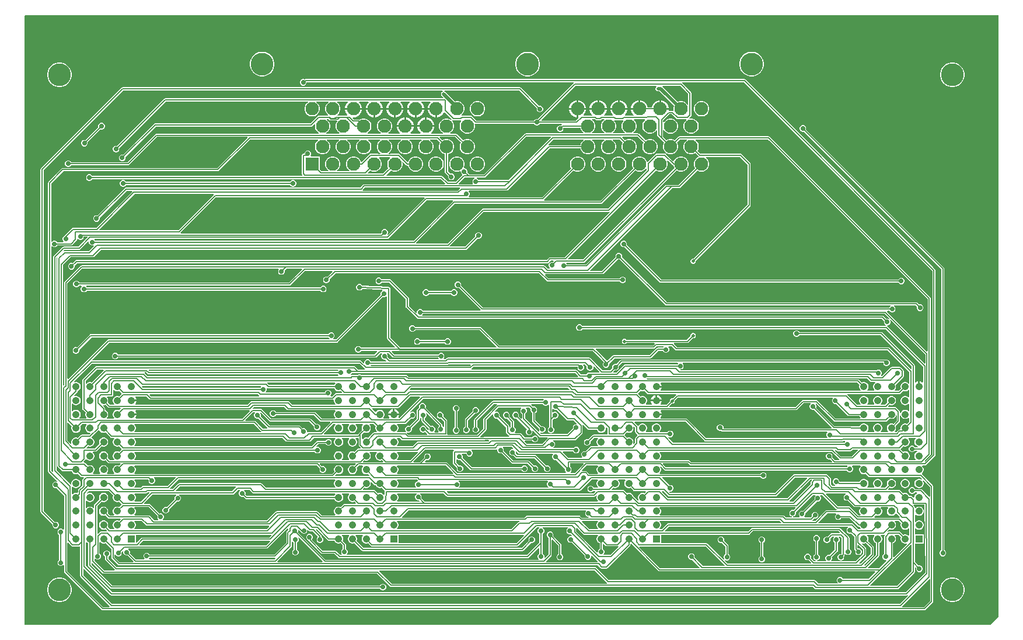
<source format=gbl>
G04*
G04 #@! TF.GenerationSoftware,Altium Limited,Altium Designer,22.10.1 (41)*
G04*
G04 Layer_Physical_Order=2*
G04 Layer_Color=16711680*
%FSLAX25Y25*%
%MOIN*%
G70*
G04*
G04 #@! TF.SameCoordinates,66C44DD6-0DF7-4D2E-9D42-8CDDC65AF405*
G04*
G04*
G04 #@! TF.FilePolarity,Positive*
G04*
G01*
G75*
%ADD21C,0.02000*%
%ADD22C,0.00780*%
%ADD24C,0.04232*%
%ADD25R,0.04232X0.04232*%
%ADD26C,0.12992*%
%ADD27R,0.07677X0.07677*%
%ADD28C,0.07677*%
%ADD29C,0.13000*%
%ADD30C,0.01968*%
%ADD31C,0.02756*%
G36*
X556500Y4500D02*
X552000Y0D01*
X0D01*
Y347500D01*
X500Y348000D01*
X556500D01*
Y4500D01*
D02*
G37*
%LPC*%
G36*
X416044Y327087D02*
X414665D01*
X413314Y326818D01*
X412041Y326290D01*
X410895Y325525D01*
X409920Y324550D01*
X409155Y323405D01*
X408627Y322131D01*
X408358Y320780D01*
Y319402D01*
X408627Y318050D01*
X409155Y316777D01*
X409920Y315631D01*
X410895Y314656D01*
X412041Y313891D01*
X413314Y313363D01*
X414665Y313094D01*
X416044D01*
X417395Y313363D01*
X418668Y313891D01*
X419814Y314656D01*
X420789Y315631D01*
X421554Y316777D01*
X422082Y318050D01*
X422351Y319402D01*
Y320780D01*
X422082Y322131D01*
X421554Y323405D01*
X420789Y324550D01*
X419814Y325525D01*
X418668Y326290D01*
X417395Y326818D01*
X416044Y327087D01*
D02*
G37*
G36*
X288091D02*
X286713D01*
X285361Y326818D01*
X284088Y326290D01*
X282942Y325525D01*
X281967Y324550D01*
X281202Y323405D01*
X280674Y322131D01*
X280405Y320780D01*
Y319402D01*
X280674Y318050D01*
X281202Y316777D01*
X281967Y315631D01*
X282942Y314656D01*
X284088Y313891D01*
X285361Y313363D01*
X286713Y313094D01*
X288091D01*
X289442Y313363D01*
X290716Y313891D01*
X291861Y314656D01*
X292836Y315631D01*
X293601Y316777D01*
X294129Y318050D01*
X294398Y319402D01*
Y320780D01*
X294129Y322131D01*
X293601Y323405D01*
X292836Y324550D01*
X291861Y325525D01*
X290716Y326290D01*
X289442Y326818D01*
X288091Y327087D01*
D02*
G37*
G36*
X136516D02*
X135138D01*
X133786Y326818D01*
X132513Y326290D01*
X131367Y325525D01*
X130393Y324550D01*
X129627Y323405D01*
X129100Y322131D01*
X128831Y320780D01*
Y319402D01*
X129100Y318050D01*
X129627Y316777D01*
X130393Y315631D01*
X131367Y314656D01*
X132513Y313891D01*
X133786Y313363D01*
X135138Y313094D01*
X136516D01*
X137867Y313363D01*
X139141Y313891D01*
X140287Y314656D01*
X141261Y315631D01*
X142027Y316777D01*
X142554Y318050D01*
X142823Y319402D01*
Y320780D01*
X142554Y322131D01*
X142027Y323405D01*
X141261Y324550D01*
X140287Y325525D01*
X139141Y326290D01*
X137867Y326818D01*
X136516Y327087D01*
D02*
G37*
G36*
X411300Y311507D02*
X160300D01*
X159953Y311438D01*
X159882Y311391D01*
X159674Y311478D01*
X158926D01*
X158236Y311192D01*
X157708Y310664D01*
X157422Y309974D01*
Y309226D01*
X157708Y308536D01*
X158236Y308008D01*
X158926Y307722D01*
X159674D01*
X160364Y308008D01*
X160892Y308536D01*
X161178Y309226D01*
Y309693D01*
X313683D01*
X313835Y309193D01*
X313758Y309142D01*
X313758Y309142D01*
X293230Y288613D01*
X293074Y288678D01*
X292326D01*
X291636Y288392D01*
X291108Y287864D01*
X291043Y287707D01*
X258280D01*
X255646Y290342D01*
X255351Y290538D01*
X255004Y290607D01*
X250000D01*
X249757Y291017D01*
X249750Y291068D01*
X250519Y291836D01*
X251090Y292825D01*
X251386Y293929D01*
Y295071D01*
X251090Y296175D01*
X250519Y297164D01*
X249711Y297972D01*
X248722Y298543D01*
X247618Y298839D01*
X246476D01*
X245962Y298701D01*
X240581Y304081D01*
X240389Y304210D01*
X240341Y304258D01*
X240278Y304284D01*
X240085Y304413D01*
X239858Y304458D01*
X239795Y304484D01*
X239794Y304492D01*
X240236Y304993D01*
X282624D01*
X292687Y294930D01*
X292622Y294774D01*
Y294026D01*
X292908Y293336D01*
X293436Y292808D01*
X294127Y292522D01*
X294873D01*
X295564Y292808D01*
X296092Y293336D01*
X296378Y294026D01*
Y294774D01*
X296092Y295464D01*
X295564Y295992D01*
X294873Y296278D01*
X294127D01*
X293970Y296213D01*
X283642Y306542D01*
X283347Y306738D01*
X283000Y306807D01*
X56000D01*
X55653Y306738D01*
X55358Y306542D01*
X9458Y260642D01*
X9262Y260347D01*
X9193Y260000D01*
Y64700D01*
X9262Y64353D01*
X9458Y64058D01*
X16085Y57432D01*
X16020Y57275D01*
Y56528D01*
X16306Y55838D01*
X16835Y55310D01*
X17525Y55024D01*
X18272D01*
X18962Y55310D01*
X19490Y55838D01*
X19776Y56528D01*
Y57275D01*
X19490Y57965D01*
X18962Y58494D01*
X18272Y58780D01*
X17525D01*
X17368Y58715D01*
X11007Y65076D01*
Y259624D01*
X56376Y304993D01*
X238764D01*
X239206Y304492D01*
X239205Y304484D01*
X239142Y304458D01*
X238915Y304413D01*
X238722Y304284D01*
X238659Y304258D01*
X238611Y304210D01*
X238419Y304081D01*
X238290Y303889D01*
X238242Y303841D01*
X238216Y303778D01*
X238087Y303585D01*
X238042Y303358D01*
X238016Y303295D01*
Y303227D01*
X237971Y303000D01*
X238016Y302773D01*
Y302705D01*
X238042Y302642D01*
X238087Y302415D01*
X238216Y302222D01*
X238242Y302159D01*
X238290Y302111D01*
X238419Y301919D01*
X239368Y300969D01*
X239176Y300507D01*
X80400D01*
X80400Y300507D01*
X80053Y300438D01*
X79758Y300242D01*
X79758Y300242D01*
X52873Y273356D01*
X52717Y273421D01*
X51970D01*
X51279Y273135D01*
X50751Y272607D01*
X50465Y271917D01*
Y271170D01*
X50751Y270479D01*
X51279Y269951D01*
X51970Y269665D01*
X52717D01*
X53407Y269951D01*
X53935Y270479D01*
X54221Y271170D01*
Y271917D01*
X54156Y272073D01*
X80776Y298693D01*
X161954D01*
X162089Y298193D01*
X161706Y297972D01*
X160898Y297164D01*
X160327Y296175D01*
X160031Y295071D01*
Y293929D01*
X160327Y292825D01*
X160898Y291836D01*
X161706Y291028D01*
X162695Y290457D01*
X163799Y290161D01*
X164941D01*
X166045Y290457D01*
X167034Y291028D01*
X167842Y291836D01*
X168413Y292825D01*
X168709Y293929D01*
Y295071D01*
X168413Y296175D01*
X167842Y297164D01*
X167034Y297972D01*
X166651Y298193D01*
X166785Y298693D01*
X173766D01*
X173900Y298193D01*
X173517Y297972D01*
X172710Y297164D01*
X172138Y296175D01*
X171843Y295071D01*
Y293929D01*
X172138Y292825D01*
X172710Y291836D01*
X173465Y291081D01*
X173390Y290581D01*
X168198D01*
X167850Y290512D01*
X167556Y290315D01*
X163449Y286207D01*
X74700D01*
X74353Y286138D01*
X74058Y285942D01*
X74058Y285942D01*
X56430Y268313D01*
X56274Y268378D01*
X55526D01*
X54836Y268092D01*
X54308Y267564D01*
X54022Y266874D01*
Y266126D01*
X54308Y265436D01*
X54836Y264908D01*
X55526Y264622D01*
X56274D01*
X56964Y264908D01*
X57492Y265436D01*
X57778Y266126D01*
Y266874D01*
X57713Y267030D01*
X75076Y284393D01*
X163824D01*
X164172Y284462D01*
X164466Y284658D01*
X165560Y285752D01*
X166008Y285493D01*
X165937Y285229D01*
Y284086D01*
X166233Y282983D01*
X166804Y281993D01*
X167612Y281186D01*
X168190Y280852D01*
X168056Y280352D01*
X75550D01*
X75550Y280352D01*
X75203Y280283D01*
X74908Y280086D01*
X58877Y264055D01*
X26704D01*
X26639Y264211D01*
X26111Y264739D01*
X25421Y265025D01*
X24674D01*
X23983Y264739D01*
X23455Y264211D01*
X23169Y263521D01*
Y262774D01*
X23455Y262083D01*
X23983Y261555D01*
X24674Y261269D01*
X25421D01*
X26111Y261555D01*
X26639Y262083D01*
X26704Y262240D01*
X59253D01*
X59600Y262309D01*
X59895Y262506D01*
X75926Y278537D01*
X127300D01*
X127491Y278075D01*
X110124Y260707D01*
X21900D01*
X21553Y260638D01*
X21258Y260442D01*
X13789Y252972D01*
X13592Y252677D01*
X13523Y252330D01*
Y87700D01*
X13592Y87353D01*
X13789Y87059D01*
X18879Y81969D01*
X18595Y81545D01*
X18274Y81678D01*
X17526D01*
X16836Y81392D01*
X16308Y80864D01*
X16022Y80174D01*
Y79426D01*
X16308Y78736D01*
X16836Y78208D01*
X17526Y77922D01*
X18274D01*
X18430Y77987D01*
X22693Y73724D01*
Y54502D01*
X22193Y54295D01*
X21896Y54592D01*
X21206Y54878D01*
X20459D01*
X19768Y54592D01*
X19240Y54064D01*
X18954Y53374D01*
Y52626D01*
X19240Y51936D01*
X19768Y51408D01*
X19909Y51350D01*
Y37063D01*
X19736Y36992D01*
X19208Y36464D01*
X18922Y35774D01*
Y35026D01*
X19208Y34336D01*
X19736Y33808D01*
X20426Y33522D01*
X21174D01*
X21864Y33808D01*
X22193Y34137D01*
X22693Y33930D01*
Y30200D01*
X22762Y29853D01*
X22958Y29558D01*
X43958Y8558D01*
X43958Y8558D01*
X44253Y8362D01*
X44600Y8293D01*
X514100D01*
X514447Y8362D01*
X514742Y8558D01*
X518842Y12658D01*
X518842Y12658D01*
X519038Y12953D01*
X519107Y13300D01*
X519107Y13300D01*
Y79000D01*
X519038Y79347D01*
X518842Y79642D01*
X518842Y79642D01*
X512642Y85842D01*
X512635Y85846D01*
X512609Y86363D01*
X512642Y86443D01*
X513093Y86894D01*
X513438Y87490D01*
X513616Y88156D01*
Y88844D01*
X513438Y89510D01*
X513093Y90106D01*
X512807Y90393D01*
X513014Y90893D01*
X514500D01*
X514847Y90962D01*
X515142Y91158D01*
X520142Y96158D01*
X520338Y96453D01*
X520407Y96800D01*
X520407Y96800D01*
Y202400D01*
X520407Y202400D01*
X520338Y202747D01*
X520142Y203042D01*
X411942Y311242D01*
X411647Y311438D01*
X411300Y311507D01*
D02*
G37*
G36*
X530689Y321000D02*
X529311D01*
X527958Y320731D01*
X526684Y320203D01*
X525538Y319437D01*
X524563Y318462D01*
X523797Y317316D01*
X523269Y316042D01*
X523000Y314689D01*
Y313311D01*
X523269Y311958D01*
X523797Y310684D01*
X524563Y309538D01*
X525538Y308563D01*
X526684Y307797D01*
X527958Y307269D01*
X529311Y307000D01*
X530689D01*
X532042Y307269D01*
X533316Y307797D01*
X534462Y308563D01*
X535437Y309538D01*
X536203Y310684D01*
X536731Y311958D01*
X537000Y313311D01*
Y314689D01*
X536731Y316042D01*
X536203Y317316D01*
X535437Y318462D01*
X534462Y319437D01*
X533316Y320203D01*
X532042Y320731D01*
X530689Y321000D01*
D02*
G37*
G36*
X20689D02*
X19311D01*
X17958Y320731D01*
X16684Y320203D01*
X15538Y319437D01*
X14563Y318462D01*
X13797Y317316D01*
X13269Y316042D01*
X13000Y314689D01*
Y313311D01*
X13269Y311958D01*
X13797Y310684D01*
X14563Y309538D01*
X15538Y308563D01*
X16684Y307797D01*
X17958Y307269D01*
X19311Y307000D01*
X20689D01*
X22042Y307269D01*
X23316Y307797D01*
X24462Y308563D01*
X25437Y309538D01*
X26203Y310684D01*
X26731Y311958D01*
X27000Y313311D01*
Y314689D01*
X26731Y316042D01*
X26203Y317316D01*
X25437Y318462D01*
X24462Y319437D01*
X23316Y320203D01*
X22042Y320731D01*
X20689Y321000D01*
D02*
G37*
G36*
X259429Y298839D02*
X258287D01*
X257184Y298543D01*
X256194Y297972D01*
X255386Y297164D01*
X254815Y296175D01*
X254520Y295071D01*
Y293929D01*
X254815Y292825D01*
X255386Y291836D01*
X256194Y291028D01*
X257184Y290457D01*
X258287Y290161D01*
X259429D01*
X260533Y290457D01*
X261522Y291028D01*
X262330Y291836D01*
X262901Y292825D01*
X263197Y293929D01*
Y295071D01*
X262901Y296175D01*
X262330Y297164D01*
X261522Y297972D01*
X260533Y298543D01*
X259429Y298839D01*
D02*
G37*
G36*
X44431Y286535D02*
X43684D01*
X42994Y286249D01*
X42465Y285721D01*
X42180Y285031D01*
Y284284D01*
X42244Y284127D01*
X34830Y276713D01*
X34674Y276778D01*
X33926D01*
X33236Y276492D01*
X32708Y275964D01*
X32422Y275273D01*
Y274527D01*
X32708Y273836D01*
X33236Y273308D01*
X33926Y273022D01*
X34674D01*
X35364Y273308D01*
X35892Y273836D01*
X36178Y274527D01*
Y275273D01*
X36113Y275430D01*
X43527Y282844D01*
X43684Y282779D01*
X44431D01*
X45121Y283065D01*
X45649Y283594D01*
X45935Y284284D01*
Y285031D01*
X45649Y285721D01*
X45121Y286249D01*
X44431Y286535D01*
D02*
G37*
G36*
X445074Y285178D02*
X444326D01*
X443636Y284892D01*
X443108Y284364D01*
X442822Y283674D01*
Y282927D01*
X443108Y282236D01*
X443636Y281708D01*
X444326Y281422D01*
X445074D01*
X445230Y281487D01*
X523693Y203024D01*
Y42557D01*
X523536Y42492D01*
X523008Y41964D01*
X522722Y41274D01*
Y40526D01*
X523008Y39836D01*
X523536Y39308D01*
X524227Y39022D01*
X524973D01*
X525664Y39308D01*
X526192Y39836D01*
X526478Y40526D01*
Y41274D01*
X526192Y41964D01*
X525664Y42492D01*
X525507Y42557D01*
Y203400D01*
X525438Y203747D01*
X525242Y204042D01*
X525242Y204042D01*
X446513Y282770D01*
X446578Y282927D01*
Y283674D01*
X446292Y284364D01*
X445764Y284892D01*
X445074Y285178D01*
D02*
G37*
G36*
X530689Y27000D02*
X529311D01*
X527958Y26731D01*
X526684Y26203D01*
X525538Y25437D01*
X524563Y24462D01*
X523797Y23316D01*
X523269Y22042D01*
X523000Y20689D01*
Y19311D01*
X523269Y17958D01*
X523797Y16684D01*
X524563Y15538D01*
X525538Y14563D01*
X526684Y13797D01*
X527958Y13269D01*
X529311Y13000D01*
X530689D01*
X532042Y13269D01*
X533316Y13797D01*
X534462Y14563D01*
X535437Y15538D01*
X536203Y16684D01*
X536731Y17958D01*
X537000Y19311D01*
Y20689D01*
X536731Y22042D01*
X536203Y23316D01*
X535437Y24462D01*
X534462Y25437D01*
X533316Y26203D01*
X532042Y26731D01*
X530689Y27000D01*
D02*
G37*
G36*
X20689D02*
X19311D01*
X17958Y26731D01*
X16684Y26203D01*
X15538Y25437D01*
X14563Y24462D01*
X13797Y23316D01*
X13269Y22042D01*
X13000Y20689D01*
Y19311D01*
X13269Y17958D01*
X13797Y16684D01*
X14563Y15538D01*
X15538Y14563D01*
X16684Y13797D01*
X17958Y13269D01*
X19311Y13000D01*
X20689D01*
X22042Y13269D01*
X23316Y13797D01*
X24462Y14563D01*
X25437Y15538D01*
X26203Y16684D01*
X26731Y17958D01*
X27000Y19311D01*
Y20689D01*
X26731Y22042D01*
X26203Y23316D01*
X25437Y24462D01*
X24462Y25437D01*
X23316Y26203D01*
X22042Y26731D01*
X20689Y27000D01*
D02*
G37*
%LPD*%
G36*
X379193Y303024D02*
Y296916D01*
X378693Y296781D01*
X378472Y297164D01*
X377664Y297972D01*
X376675Y298543D01*
X375571Y298839D01*
X374429D01*
X373325Y298543D01*
X373195Y298468D01*
X364581Y307081D01*
X364565Y307093D01*
X364717Y307593D01*
X374624D01*
X379193Y303024D01*
D02*
G37*
G36*
X232086Y298193D02*
X231364Y297471D01*
X230727Y296368D01*
X230398Y295137D01*
Y295000D01*
X235236D01*
Y294500D01*
X235736D01*
Y289661D01*
X235873D01*
X237104Y289991D01*
X238207Y290628D01*
X239108Y291529D01*
X239574Y292336D01*
X240185Y292432D01*
X244053Y288564D01*
X243746Y288164D01*
X242816Y288700D01*
X241713Y288996D01*
X240571D01*
X239467Y288700D01*
X238478Y288129D01*
X237670Y287321D01*
X237099Y286332D01*
X236803Y285229D01*
Y284086D01*
X237099Y282983D01*
X237670Y281993D01*
X238478Y281186D01*
X239056Y280852D01*
X238922Y280352D01*
X232461D01*
X232368Y280852D01*
X233203Y281686D01*
X233840Y282790D01*
X234169Y284020D01*
Y284157D01*
X224492D01*
Y284020D01*
X224822Y282790D01*
X225459Y281686D01*
X226294Y280852D01*
X226200Y280352D01*
X220650D01*
X220557Y280852D01*
X221391Y281686D01*
X222028Y282790D01*
X222358Y284020D01*
Y284157D01*
X212681D01*
Y284020D01*
X213011Y282790D01*
X213648Y281686D01*
X214483Y280852D01*
X214389Y280352D01*
X207928D01*
X207794Y280852D01*
X208373Y281186D01*
X209180Y281993D01*
X209752Y282983D01*
X210047Y284086D01*
Y285229D01*
X209752Y286332D01*
X209180Y287321D01*
X208373Y288129D01*
X207383Y288700D01*
X206280Y288996D01*
X205137D01*
X204034Y288700D01*
X203045Y288129D01*
X202237Y287321D01*
X201666Y286332D01*
X201370Y285229D01*
Y284086D01*
X201666Y282983D01*
X202237Y281993D01*
X203045Y281186D01*
X203623Y280852D01*
X203489Y280352D01*
X196117D01*
X195983Y280852D01*
X196562Y281186D01*
X197369Y281993D01*
X197941Y282983D01*
X198236Y284086D01*
Y285229D01*
X197941Y286332D01*
X197369Y287321D01*
X196562Y288129D01*
X195572Y288700D01*
X194469Y288996D01*
X193326D01*
X192223Y288700D01*
X191492Y288278D01*
X191402Y288338D01*
X191055Y288407D01*
X188274D01*
X187520Y289161D01*
X187727Y289661D01*
X188629D01*
X189860Y289991D01*
X190963Y290628D01*
X191864Y291529D01*
X192501Y292632D01*
X192831Y293863D01*
Y294000D01*
X183154D01*
Y293863D01*
X183483Y292632D01*
X184120Y291529D01*
X184569Y291081D01*
X184362Y290581D01*
X178972D01*
X178898Y291081D01*
X179653Y291836D01*
X180224Y292825D01*
X180520Y293929D01*
Y295071D01*
X180224Y296175D01*
X179653Y297164D01*
X178845Y297972D01*
X178463Y298193D01*
X178597Y298693D01*
X184635D01*
X184842Y298193D01*
X184120Y297471D01*
X183483Y296368D01*
X183154Y295137D01*
Y295000D01*
X192831D01*
Y295137D01*
X192501Y296368D01*
X191864Y297471D01*
X191142Y298193D01*
X191349Y298693D01*
X196446D01*
X196653Y298193D01*
X195931Y297471D01*
X195294Y296368D01*
X194965Y295137D01*
Y295000D01*
X204642D01*
Y295137D01*
X204312Y296368D01*
X203675Y297471D01*
X202953Y298193D01*
X203161Y298693D01*
X208257D01*
X208464Y298193D01*
X207742Y297471D01*
X207105Y296368D01*
X206776Y295137D01*
Y295000D01*
X216453D01*
Y295137D01*
X216123Y296368D01*
X215486Y297471D01*
X214764Y298193D01*
X214971Y298693D01*
X220068D01*
X220275Y298193D01*
X219553Y297471D01*
X218916Y296368D01*
X218587Y295137D01*
Y295000D01*
X228264D01*
Y295137D01*
X227934Y296368D01*
X227297Y297471D01*
X226575Y298193D01*
X226782Y298693D01*
X231879D01*
X232086Y298193D01*
D02*
G37*
G36*
X360935Y307093D02*
X360919Y307081D01*
X360790Y306889D01*
X360742Y306841D01*
X360716Y306778D01*
X360587Y306585D01*
X360542Y306358D01*
X360516Y306295D01*
Y306227D01*
X360471Y306000D01*
X360516Y305773D01*
Y305705D01*
X360542Y305642D01*
X360587Y305415D01*
X360716Y305222D01*
X360742Y305159D01*
X360790Y305111D01*
X360919Y304919D01*
X361111Y304790D01*
X361159Y304742D01*
X361222Y304716D01*
X361415Y304587D01*
X361642Y304542D01*
X361705Y304516D01*
X361773D01*
X362000Y304471D01*
X362866D01*
X371032Y296305D01*
X370957Y296175D01*
X370661Y295071D01*
Y293929D01*
X370758Y293570D01*
X370354Y293238D01*
X370006Y293307D01*
X368396D01*
X367991Y293728D01*
X368028Y293863D01*
Y294000D01*
X363189D01*
Y294500D01*
X362689D01*
Y299339D01*
X362552D01*
X361321Y299009D01*
X360218Y298372D01*
X359317Y297471D01*
X358680Y296368D01*
X358423Y295407D01*
X356144D01*
X355887Y296368D01*
X355250Y297471D01*
X354349Y298372D01*
X353246Y299009D01*
X352015Y299339D01*
X351878D01*
Y294500D01*
X351378D01*
Y294000D01*
X346539D01*
Y293863D01*
X346869Y292632D01*
X347506Y291529D01*
X348064Y290971D01*
X348021Y290875D01*
X347770Y290559D01*
X347524Y290607D01*
X343224D01*
X343017Y291107D01*
X343439Y291529D01*
X344076Y292632D01*
X344406Y293863D01*
Y294000D01*
X334728D01*
Y293863D01*
X335058Y292632D01*
X335695Y291529D01*
X336117Y291107D01*
X335910Y290607D01*
X331413D01*
X331206Y291107D01*
X331628Y291529D01*
X332265Y292632D01*
X332595Y293863D01*
Y294000D01*
X322917D01*
Y293863D01*
X323247Y292632D01*
X323884Y291529D01*
X324306Y291107D01*
X324099Y290607D01*
X319602D01*
X319395Y291107D01*
X319817Y291529D01*
X320454Y292632D01*
X320783Y293863D01*
Y294000D01*
X316445D01*
Y289242D01*
X316478Y289161D01*
X315024Y287707D01*
X295544D01*
X295353Y288169D01*
X314776Y307593D01*
X360784D01*
X360935Y307093D01*
D02*
G37*
G36*
X331280Y288293D02*
X330997Y288129D01*
X330190Y287321D01*
X329619Y286332D01*
X329323Y285229D01*
Y284086D01*
X329619Y282983D01*
X330190Y281993D01*
X330997Y281186D01*
X331306Y281007D01*
X331172Y280507D01*
X324340D01*
X324206Y281007D01*
X324514Y281186D01*
X325322Y281993D01*
X325893Y282983D01*
X326189Y284086D01*
Y285229D01*
X325893Y286332D01*
X325322Y287321D01*
X324514Y288129D01*
X324231Y288293D01*
X324365Y288793D01*
X325624D01*
X326258Y288158D01*
X326553Y287962D01*
X326900Y287893D01*
X328800D01*
X329147Y287962D01*
X329442Y288158D01*
X330076Y288793D01*
X331147D01*
X331280Y288293D01*
D02*
G37*
G36*
X244753Y287962D02*
X245100Y287893D01*
X245100Y287893D01*
X249100D01*
X249406Y287953D01*
X249435Y287931D01*
X249551Y287391D01*
X249481Y287321D01*
X248910Y286332D01*
X248614Y285229D01*
Y284086D01*
X248910Y282983D01*
X249481Y281993D01*
X250289Y281186D01*
X251278Y280614D01*
X252382Y280319D01*
X253524D01*
X254627Y280614D01*
X255617Y281186D01*
X256424Y281993D01*
X256996Y282983D01*
X257291Y284086D01*
Y285229D01*
X257190Y285605D01*
X257397Y285806D01*
X257616Y285950D01*
X257904Y285893D01*
X291043D01*
X291108Y285736D01*
X291636Y285208D01*
X292326Y284922D01*
X293074D01*
X293764Y285208D01*
X294292Y285736D01*
X294357Y285893D01*
X306804D01*
X306956Y285393D01*
X306816Y285299D01*
X306816Y285299D01*
X306530Y285013D01*
X306374Y285078D01*
X305627D01*
X304936Y284792D01*
X304408Y284264D01*
X304122Y283574D01*
Y282826D01*
X304408Y282136D01*
X304936Y281608D01*
X305627Y281322D01*
X306374D01*
X307064Y281608D01*
X307592Y282136D01*
X307878Y282826D01*
Y283574D01*
X308340Y283750D01*
X317602D01*
X317808Y282983D01*
X318379Y281993D01*
X319186Y281186D01*
X319495Y281007D01*
X319361Y280507D01*
X286300D01*
X286300Y280507D01*
X285953Y280438D01*
X285658Y280242D01*
X262524Y257107D01*
X254076D01*
X253013Y258170D01*
X253078Y258327D01*
Y259073D01*
X252792Y259764D01*
X252264Y260292D01*
X251573Y260578D01*
X251234D01*
X250945Y261078D01*
X251090Y261329D01*
X251386Y262433D01*
Y263575D01*
X251090Y264679D01*
X250519Y265668D01*
X249711Y266476D01*
X248722Y267047D01*
X247618Y267343D01*
X246476D01*
X245373Y267047D01*
X244383Y266476D01*
X243576Y265668D01*
X243004Y264679D01*
X242709Y263575D01*
Y262433D01*
X243004Y261329D01*
X243576Y260340D01*
X244383Y259532D01*
X245373Y258961D01*
X246476Y258665D01*
X247618D01*
X248722Y258961D01*
X248822Y259019D01*
X249322Y258730D01*
Y258327D01*
X249608Y257636D01*
X250136Y257108D01*
X250170Y256553D01*
X246424Y252807D01*
X242040D01*
X238866Y255982D01*
X238571Y256178D01*
X238224Y256247D01*
X206794D01*
X206603Y256709D01*
X209252Y259358D01*
X209940Y258961D01*
X211043Y258665D01*
X212185D01*
X213289Y258961D01*
X214278Y259532D01*
X215086Y260340D01*
X215657Y261329D01*
X215953Y262433D01*
Y263575D01*
X215882Y263840D01*
X216330Y264099D01*
X218066Y262362D01*
X218066Y262362D01*
X218361Y262166D01*
X218708Y262097D01*
X218708Y262097D01*
X219177D01*
X219382Y261329D01*
X219953Y260340D01*
X220761Y259532D01*
X221751Y258961D01*
X222854Y258665D01*
X223996D01*
X225100Y258961D01*
X226089Y259532D01*
X226897Y260340D01*
X227468Y261329D01*
X227764Y262433D01*
Y263575D01*
X227468Y264679D01*
X226897Y265668D01*
X226089Y266476D01*
X225100Y267047D01*
X223996Y267343D01*
X222854D01*
X221751Y267047D01*
X220761Y266476D01*
X219953Y265668D01*
X219382Y264679D01*
X219306Y264396D01*
X218749Y264247D01*
X214334Y268662D01*
X214039Y268858D01*
X213692Y268927D01*
X209537D01*
X209536Y268927D01*
X209189Y268858D01*
X208963Y268707D01*
X208217D01*
X208083Y269207D01*
X208373Y269375D01*
X209180Y270182D01*
X209752Y271172D01*
X210047Y272275D01*
Y273418D01*
X209752Y274521D01*
X209180Y275510D01*
X208373Y276318D01*
X208070Y276493D01*
X208204Y276993D01*
X215024D01*
X215158Y276493D01*
X214856Y276318D01*
X214048Y275510D01*
X213477Y274521D01*
X213181Y273418D01*
Y272275D01*
X213477Y271172D01*
X214048Y270182D01*
X214856Y269375D01*
X215845Y268804D01*
X216948Y268508D01*
X218091D01*
X219194Y268804D01*
X220184Y269375D01*
X220991Y270182D01*
X221563Y271172D01*
X221858Y272275D01*
Y273418D01*
X221563Y274521D01*
X220991Y275510D01*
X220184Y276318D01*
X219881Y276493D01*
X220015Y276993D01*
X226835D01*
X226969Y276493D01*
X226667Y276318D01*
X225859Y275510D01*
X225288Y274521D01*
X224992Y273418D01*
Y272275D01*
X225288Y271172D01*
X225859Y270182D01*
X226667Y269375D01*
X227656Y268804D01*
X228760Y268508D01*
X229902D01*
X231005Y268804D01*
X231995Y269375D01*
X232803Y270182D01*
X233374Y271172D01*
X233669Y272275D01*
Y273418D01*
X233374Y274521D01*
X232803Y275510D01*
X231995Y276318D01*
X231693Y276493D01*
X231827Y276993D01*
X235712D01*
X237496Y275209D01*
X237099Y274521D01*
X236803Y273418D01*
Y272275D01*
X237099Y271172D01*
X237670Y270182D01*
X238478Y269375D01*
X239467Y268804D01*
X240234Y268598D01*
Y258458D01*
X240303Y258111D01*
X240500Y257817D01*
X242087Y256230D01*
X242022Y256073D01*
Y255327D01*
X242308Y254636D01*
X242836Y254108D01*
X243527Y253822D01*
X244273D01*
X244964Y254108D01*
X245492Y254636D01*
X245778Y255327D01*
Y256073D01*
X245492Y256764D01*
X244964Y257292D01*
X244273Y257578D01*
X243527D01*
X243370Y257513D01*
X242049Y258834D01*
Y268598D01*
X242816Y268804D01*
X243806Y269375D01*
X244614Y270182D01*
X245185Y271172D01*
X245480Y272275D01*
Y273418D01*
X245185Y274521D01*
X244614Y275510D01*
X243806Y276318D01*
X242816Y276889D01*
X241713Y277185D01*
X240571D01*
X239467Y276889D01*
X238779Y276492D01*
X237197Y278075D01*
X237388Y278537D01*
X245979D01*
X249307Y275209D01*
X248910Y274521D01*
X248614Y273418D01*
Y272275D01*
X248910Y271172D01*
X249481Y270182D01*
X250289Y269375D01*
X251278Y268804D01*
X252382Y268508D01*
X253524D01*
X254627Y268804D01*
X255617Y269375D01*
X256424Y270182D01*
X256996Y271172D01*
X257291Y272275D01*
Y273418D01*
X256996Y274521D01*
X256424Y275510D01*
X255617Y276318D01*
X254627Y276889D01*
X253524Y277185D01*
X252382D01*
X251278Y276889D01*
X250590Y276492D01*
X246997Y280086D01*
X246702Y280283D01*
X246355Y280352D01*
X243361D01*
X243227Y280852D01*
X243806Y281186D01*
X244614Y281993D01*
X245185Y282983D01*
X245480Y284086D01*
Y285229D01*
X245185Y286332D01*
X244614Y287321D01*
X244216Y287719D01*
X244535Y288107D01*
X244753Y287962D01*
D02*
G37*
G36*
X337253D02*
X337600Y287893D01*
X341600D01*
X341947Y287962D01*
X342226Y287546D01*
X342001Y287321D01*
X341429Y286332D01*
X341134Y285229D01*
Y284086D01*
X341429Y282983D01*
X342001Y281993D01*
X342808Y281186D01*
X343117Y281007D01*
X342983Y280507D01*
X336151D01*
X336017Y281007D01*
X336325Y281186D01*
X337133Y281993D01*
X337704Y282983D01*
X338000Y284086D01*
Y285229D01*
X337704Y286332D01*
X337133Y287321D01*
X336775Y287680D01*
X337094Y288068D01*
X337253Y287962D01*
D02*
G37*
G36*
X174382Y288108D02*
X174382Y288108D01*
X174676Y287912D01*
X175023Y287843D01*
X178429D01*
X178636Y287343D01*
X178615Y287321D01*
X178044Y286332D01*
X177748Y285229D01*
Y284086D01*
X178044Y282983D01*
X178615Y281993D01*
X179423Y281186D01*
X180001Y280852D01*
X179867Y280352D01*
X172495D01*
X172361Y280852D01*
X172940Y281186D01*
X173747Y281993D01*
X174319Y282983D01*
X174614Y284086D01*
Y285229D01*
X174319Y286332D01*
X173747Y287321D01*
X172940Y288129D01*
X172703Y288266D01*
X172836Y288766D01*
X173724D01*
X174382Y288108D01*
D02*
G37*
G36*
X518593Y202024D02*
Y97176D01*
X514450Y93033D01*
X514428Y93038D01*
X514264Y93580D01*
X517495Y96812D01*
X517692Y97106D01*
X517761Y97454D01*
Y186200D01*
X517761Y186201D01*
X517692Y186548D01*
X517495Y186842D01*
X517495Y186842D01*
X425796Y278542D01*
X425501Y278738D01*
X425154Y278807D01*
X374148D01*
X373801Y278738D01*
X373506Y278542D01*
X371457Y276492D01*
X370769Y276889D01*
X369666Y277185D01*
X368523D01*
X367420Y276889D01*
X366732Y276492D01*
X364907Y278317D01*
Y282232D01*
X365407Y282366D01*
X365623Y281993D01*
X366430Y281186D01*
X367420Y280614D01*
X368523Y280319D01*
X369666D01*
X370769Y280614D01*
X371758Y281186D01*
X372566Y281993D01*
X373137Y282983D01*
X373433Y284086D01*
Y285229D01*
X373137Y286332D01*
X372566Y287321D01*
X371758Y288129D01*
X370769Y288700D01*
X369666Y288996D01*
X368523D01*
X367420Y288700D01*
X366430Y288129D01*
X365623Y287321D01*
X365407Y286949D01*
X364907Y287083D01*
Y287841D01*
X368559Y291493D01*
X369630D01*
X372281Y288842D01*
X372281Y288842D01*
X372575Y288646D01*
X372922Y288577D01*
X372922Y288577D01*
X378017D01*
X378156Y288300D01*
X378189Y288077D01*
X377434Y287321D01*
X376863Y286332D01*
X376567Y285229D01*
Y284086D01*
X376863Y282983D01*
X377434Y281993D01*
X378242Y281186D01*
X379231Y280614D01*
X380334Y280319D01*
X381477D01*
X382580Y280614D01*
X383570Y281186D01*
X384377Y281993D01*
X384948Y282983D01*
X385244Y284086D01*
Y285229D01*
X384948Y286332D01*
X384377Y287321D01*
X383570Y288129D01*
X382580Y288700D01*
X381477Y288996D01*
X380334D01*
X380070Y288925D01*
X379811Y289373D01*
X380742Y290304D01*
X380742Y290304D01*
X380938Y290598D01*
X381007Y290946D01*
Y303400D01*
X380938Y303747D01*
X380742Y304042D01*
X375642Y309142D01*
X375566Y309193D01*
X375717Y309693D01*
X410924D01*
X518593Y202024D01*
D02*
G37*
G36*
X319489Y276493D02*
X319186Y276318D01*
X318379Y275510D01*
X317808Y274521D01*
X317602Y273754D01*
X299735D01*
X299533Y274119D01*
X299514Y274240D01*
X302267Y276993D01*
X319355D01*
X319489Y276493D01*
D02*
G37*
G36*
X378544D02*
X378242Y276318D01*
X377434Y275510D01*
X376863Y274521D01*
X376567Y273418D01*
Y272275D01*
X376863Y271172D01*
X377434Y270182D01*
X378242Y269375D01*
X379231Y268804D01*
X380334Y268508D01*
X381477D01*
X382580Y268804D01*
X383268Y269201D01*
X384968Y267500D01*
X384976Y267479D01*
X384953Y267047D01*
X384895Y266908D01*
X384147Y266476D01*
X383339Y265668D01*
X382768Y264679D01*
X382472Y263575D01*
Y262433D01*
X382768Y261329D01*
X383165Y260642D01*
X373631Y251107D01*
X366600D01*
X366600Y251108D01*
X366253Y251038D01*
X365958Y250842D01*
X365958Y250842D01*
X320824Y205707D01*
X309757D01*
X309692Y205864D01*
X309382Y206174D01*
X309589Y206674D01*
X319577D01*
X319924Y206743D01*
X320219Y206939D01*
X372638Y259358D01*
X373325Y258961D01*
X374429Y258665D01*
X375571D01*
X376675Y258961D01*
X377664Y259532D01*
X378472Y260340D01*
X379043Y261329D01*
X379339Y262433D01*
Y263575D01*
X379043Y264679D01*
X378472Y265668D01*
X377664Y266476D01*
X376675Y267047D01*
X375571Y267343D01*
X374429D01*
X373325Y267047D01*
X372336Y266476D01*
X371528Y265668D01*
X371069Y264872D01*
X370498Y264735D01*
X366492Y268742D01*
X366268Y268891D01*
X366532Y269316D01*
X367420Y268804D01*
X368523Y268508D01*
X369666D01*
X370769Y268804D01*
X371758Y269375D01*
X372566Y270182D01*
X373137Y271172D01*
X373433Y272275D01*
Y273418D01*
X373137Y274521D01*
X372740Y275209D01*
X374524Y276993D01*
X378410D01*
X378544Y276493D01*
D02*
G37*
G36*
X354534Y288300D02*
X354567Y288077D01*
X353812Y287321D01*
X353240Y286332D01*
X352945Y285229D01*
Y284086D01*
X353240Y282983D01*
X353812Y281993D01*
X354620Y281186D01*
X355609Y280614D01*
X356712Y280319D01*
X357855D01*
X358958Y280614D01*
X359947Y281186D01*
X360755Y281993D01*
X360892Y282230D01*
X361392Y282097D01*
Y279641D01*
X361461Y279294D01*
X361658Y279000D01*
X363358Y277299D01*
X365449Y275209D01*
X365052Y274521D01*
X364756Y273418D01*
Y272275D01*
X365052Y271172D01*
X365623Y270182D01*
X366430Y269375D01*
X366441Y269331D01*
X366147Y268948D01*
X365850Y269007D01*
X361191D01*
X360844Y268938D01*
X360549Y268742D01*
X356054Y264247D01*
X355497Y264396D01*
X355421Y264679D01*
X354850Y265668D01*
X354042Y266476D01*
X353053Y267047D01*
X351949Y267343D01*
X350807D01*
X349703Y267047D01*
X348714Y266476D01*
X347906Y265668D01*
X347335Y264679D01*
X347039Y263575D01*
Y262433D01*
X347335Y261329D01*
X347732Y260642D01*
X329198Y242107D01*
X297014D01*
X296985Y242145D01*
X296832Y242607D01*
X313582Y259358D01*
X314270Y258961D01*
X315374Y258665D01*
X316516D01*
X317619Y258961D01*
X318609Y259532D01*
X319416Y260340D01*
X319988Y261329D01*
X320283Y262433D01*
Y263575D01*
X319988Y264679D01*
X319416Y265668D01*
X318609Y266476D01*
X317619Y267047D01*
X316516Y267343D01*
X315374D01*
X314270Y267047D01*
X313281Y266476D01*
X312473Y265668D01*
X311902Y264679D01*
X311606Y263575D01*
Y262433D01*
X311902Y261329D01*
X312299Y260642D01*
X295697Y244039D01*
X254002D01*
X253795Y244539D01*
X254092Y244836D01*
X254378Y245527D01*
Y246273D01*
X254092Y246964D01*
X253756Y247300D01*
X253963Y247800D01*
X275452D01*
X275799Y247869D01*
X276094Y248065D01*
X299967Y271939D01*
X317602D01*
X317808Y271172D01*
X318379Y270182D01*
X319186Y269375D01*
X320176Y268804D01*
X321279Y268508D01*
X322422D01*
X323525Y268804D01*
X324514Y269375D01*
X325322Y270182D01*
X325893Y271172D01*
X326189Y272275D01*
Y273418D01*
X325893Y274521D01*
X325322Y275510D01*
X324514Y276318D01*
X324212Y276493D01*
X324346Y276993D01*
X331166D01*
X331300Y276493D01*
X330997Y276318D01*
X330190Y275510D01*
X329619Y274521D01*
X329323Y273418D01*
Y272275D01*
X329619Y271172D01*
X330190Y270182D01*
X330997Y269375D01*
X331987Y268804D01*
X333090Y268508D01*
X334233D01*
X335336Y268804D01*
X336325Y269375D01*
X337133Y270182D01*
X337704Y271172D01*
X338000Y272275D01*
Y273418D01*
X337704Y274521D01*
X337133Y275510D01*
X336325Y276318D01*
X336023Y276493D01*
X336157Y276993D01*
X340043D01*
X341827Y275209D01*
X341429Y274521D01*
X341134Y273418D01*
Y272275D01*
X341429Y271172D01*
X342001Y270182D01*
X342808Y269375D01*
X343798Y268804D01*
X344901Y268508D01*
X346044D01*
X347147Y268804D01*
X348136Y269375D01*
X348944Y270182D01*
X349515Y271172D01*
X349811Y272275D01*
Y273418D01*
X349515Y274521D01*
X348944Y275510D01*
X348136Y276318D01*
X347147Y276889D01*
X346044Y277185D01*
X344901D01*
X343798Y276889D01*
X343110Y276492D01*
X341410Y278193D01*
X341617Y278693D01*
X350154D01*
X353638Y275209D01*
X353240Y274521D01*
X352945Y273418D01*
Y272275D01*
X353240Y271172D01*
X353812Y270182D01*
X354620Y269375D01*
X355609Y268804D01*
X356712Y268508D01*
X357855D01*
X358958Y268804D01*
X359947Y269375D01*
X360755Y270182D01*
X361326Y271172D01*
X361622Y272275D01*
Y273418D01*
X361326Y274521D01*
X360755Y275510D01*
X359947Y276318D01*
X358958Y276889D01*
X357855Y277185D01*
X356712D01*
X355609Y276889D01*
X354921Y276492D01*
X351171Y280242D01*
X350877Y280438D01*
X350530Y280507D01*
X347962D01*
X347828Y281007D01*
X348136Y281186D01*
X348944Y281993D01*
X349515Y282983D01*
X349811Y284086D01*
Y285229D01*
X349515Y286332D01*
X348944Y287321D01*
X348189Y288077D01*
X348222Y288300D01*
X348361Y288577D01*
X354394D01*
X354534Y288300D01*
D02*
G37*
G36*
X203347Y276493D02*
X203045Y276318D01*
X202237Y275510D01*
X201666Y274521D01*
X201370Y273418D01*
Y272275D01*
X201666Y271172D01*
X202237Y270182D01*
X203045Y269375D01*
X203334Y269207D01*
X203200Y268707D01*
X202253D01*
X202027Y268858D01*
X201680Y268927D01*
X197725D01*
X197725Y268927D01*
X197378Y268858D01*
X197084Y268662D01*
X197084Y268662D01*
X192669Y264247D01*
X192111Y264396D01*
X192035Y264679D01*
X191464Y265668D01*
X190656Y266476D01*
X189667Y267047D01*
X188563Y267343D01*
X187421D01*
X186318Y267047D01*
X185328Y266476D01*
X184520Y265668D01*
X183949Y264679D01*
X183654Y263575D01*
Y262433D01*
X183949Y261329D01*
X184520Y260340D01*
X185328Y259532D01*
X185718Y259307D01*
X185584Y258807D01*
X178590D01*
X178456Y259307D01*
X178845Y259532D01*
X179653Y260340D01*
X180224Y261329D01*
X180520Y262433D01*
Y263575D01*
X180224Y264679D01*
X179653Y265668D01*
X178845Y266476D01*
X177856Y267047D01*
X176752Y267343D01*
X175610D01*
X174507Y267047D01*
X173517Y266476D01*
X172710Y265668D01*
X172138Y264679D01*
X171843Y263575D01*
Y262433D01*
X172138Y261329D01*
X172710Y260340D01*
X173517Y259532D01*
X173907Y259307D01*
X173773Y258807D01*
X169850D01*
X168709Y259949D01*
Y267343D01*
X163752D01*
X163536Y267843D01*
X163778Y268426D01*
Y269174D01*
X163492Y269864D01*
X162964Y270392D01*
X162274Y270678D01*
X161526D01*
X160836Y270392D01*
X160308Y269864D01*
X160022Y269174D01*
Y269007D01*
X159300D01*
X158953Y268938D01*
X158658Y268742D01*
X158462Y268447D01*
X158393Y268100D01*
Y257500D01*
X158462Y257153D01*
X158658Y256858D01*
X158807Y256709D01*
X158616Y256247D01*
X38809D01*
X38744Y256404D01*
X38216Y256932D01*
X37525Y257218D01*
X36778D01*
X36088Y256932D01*
X35560Y256404D01*
X35274Y255714D01*
Y254966D01*
X35560Y254276D01*
X36088Y253748D01*
X36778Y253462D01*
X37525D01*
X38216Y253748D01*
X38744Y254276D01*
X38809Y254433D01*
X237848D01*
X240411Y251869D01*
X240220Y251407D01*
X194200D01*
X193853Y251338D01*
X193558Y251142D01*
X193558Y251142D01*
X192024Y249607D01*
X58000D01*
X58000Y249607D01*
X57653Y249538D01*
X57358Y249342D01*
X41730Y233713D01*
X41574Y233778D01*
X40826D01*
X40136Y233492D01*
X39608Y232964D01*
X39322Y232274D01*
Y231526D01*
X39608Y230836D01*
X40136Y230308D01*
X40826Y230022D01*
X41574D01*
X42264Y230308D01*
X42792Y230836D01*
X43078Y231526D01*
Y232274D01*
X43013Y232430D01*
X58376Y247793D01*
X61581D01*
X61789Y247293D01*
X41136Y226640D01*
X27808D01*
X27460Y226571D01*
X27166Y226374D01*
X27166Y226374D01*
X23058Y222267D01*
X22862Y221972D01*
X22843Y221878D01*
X22636Y221792D01*
X22108Y221264D01*
X21822Y220573D01*
Y219827D01*
X22108Y219136D01*
X22437Y218807D01*
X22230Y218307D01*
X18857D01*
X18792Y218464D01*
X18264Y218992D01*
X17574Y219278D01*
X16826D01*
X16136Y218992D01*
X15838Y218693D01*
X15338Y218901D01*
Y251954D01*
X22276Y258893D01*
X110500D01*
X110847Y258962D01*
X111142Y259158D01*
X128976Y276993D01*
X167780D01*
X167914Y276493D01*
X167612Y276318D01*
X166804Y275510D01*
X166233Y274521D01*
X165937Y273418D01*
Y272275D01*
X166233Y271172D01*
X166804Y270182D01*
X167612Y269375D01*
X168601Y268804D01*
X169704Y268508D01*
X170847D01*
X171950Y268804D01*
X172940Y269375D01*
X173747Y270182D01*
X174319Y271172D01*
X174614Y272275D01*
Y273418D01*
X174319Y274521D01*
X173747Y275510D01*
X172940Y276318D01*
X172637Y276493D01*
X172771Y276993D01*
X179591D01*
X179725Y276493D01*
X179423Y276318D01*
X178615Y275510D01*
X178044Y274521D01*
X177748Y273418D01*
Y272275D01*
X178044Y271172D01*
X178615Y270182D01*
X179423Y269375D01*
X180412Y268804D01*
X181515Y268508D01*
X182658D01*
X183761Y268804D01*
X184750Y269375D01*
X185558Y270182D01*
X186129Y271172D01*
X186425Y272275D01*
Y273418D01*
X186129Y274521D01*
X185558Y275510D01*
X184750Y276318D01*
X184448Y276493D01*
X184582Y276993D01*
X191402D01*
X191536Y276493D01*
X191234Y276318D01*
X190426Y275510D01*
X189855Y274521D01*
X189559Y273418D01*
Y272275D01*
X189855Y271172D01*
X190426Y270182D01*
X191234Y269375D01*
X192223Y268804D01*
X193326Y268508D01*
X194469D01*
X195572Y268804D01*
X196562Y269375D01*
X197369Y270182D01*
X197941Y271172D01*
X198236Y272275D01*
Y273418D01*
X197941Y274521D01*
X197369Y275510D01*
X196562Y276318D01*
X196259Y276493D01*
X196393Y276993D01*
X203213D01*
X203347Y276493D01*
D02*
G37*
G36*
X370304Y262362D02*
X370599Y262166D01*
X370741Y262137D01*
X370957Y261329D01*
X371354Y260642D01*
X319201Y208488D01*
X310610D01*
X310419Y208950D01*
X360826Y259358D01*
X361514Y258961D01*
X362618Y258665D01*
X363760D01*
X364864Y258961D01*
X365853Y259532D01*
X366661Y260340D01*
X367232Y261329D01*
X367528Y262433D01*
Y263575D01*
X367232Y264679D01*
X367165Y264795D01*
X367565Y265102D01*
X370304Y262362D01*
D02*
G37*
G36*
X355493Y260454D02*
Y259764D01*
X333336Y237607D01*
X262000D01*
X261653Y237538D01*
X261358Y237342D01*
X241624Y217607D01*
X223898D01*
X223691Y218107D01*
X245876Y240293D01*
X329574D01*
X329921Y240362D01*
X330216Y240558D01*
X349015Y259358D01*
X349703Y258961D01*
X350807Y258665D01*
X351949D01*
X353053Y258961D01*
X354042Y259532D01*
X354850Y260340D01*
X354993Y260587D01*
X355493Y260454D01*
D02*
G37*
G36*
X208786Y266736D02*
X208867Y266393D01*
X208142Y265668D01*
X207571Y264679D01*
X207276Y263575D01*
Y262433D01*
X207571Y261329D01*
X207968Y260642D01*
X204854Y257527D01*
X196263D01*
X196072Y257989D01*
X197441Y259358D01*
X198129Y258961D01*
X199232Y258665D01*
X200374D01*
X201478Y258961D01*
X202467Y259532D01*
X203275Y260340D01*
X203846Y261329D01*
X204142Y262433D01*
Y263575D01*
X203846Y264679D01*
X203275Y265668D01*
X202550Y266393D01*
X202631Y266736D01*
X202730Y266893D01*
X208688D01*
X208786Y266736D01*
D02*
G37*
G36*
X300900Y278193D02*
X276615Y253907D01*
X259457D01*
X259392Y254064D01*
X258864Y254592D01*
X258380Y254793D01*
X258479Y255293D01*
X262900D01*
X263247Y255362D01*
X263542Y255558D01*
X286676Y278693D01*
X300693D01*
X300900Y278193D01*
D02*
G37*
G36*
X257220Y254793D02*
X256736Y254592D01*
X256208Y254064D01*
X255922Y253374D01*
Y252626D01*
X256208Y251936D01*
X256237Y251907D01*
X256030Y251407D01*
X248244D01*
X248053Y251869D01*
X251476Y255293D01*
X257121D01*
X257220Y254793D01*
D02*
G37*
G36*
X248866Y249093D02*
X247481Y247707D01*
X193398D01*
X193191Y248207D01*
X194576Y249593D01*
X248659D01*
X248866Y249093D01*
D02*
G37*
G36*
X108209Y245393D02*
X88024Y225207D01*
X42924D01*
X42732Y225669D01*
X62955Y245893D01*
X108002D01*
X108209Y245393D01*
D02*
G37*
G36*
X228609Y243493D02*
X207778Y222662D01*
X207392Y222936D01*
X207678Y223626D01*
Y224374D01*
X207392Y225064D01*
X206864Y225592D01*
X206173Y225878D01*
X205427D01*
X204736Y225592D01*
X204208Y225064D01*
X203922Y224374D01*
Y223626D01*
X203493Y223355D01*
X89446D01*
X89239Y223855D01*
X109376Y243993D01*
X228402D01*
X228609Y243493D01*
D02*
G37*
G36*
X334369Y235467D02*
X308670Y209768D01*
X300238D01*
X300238Y209768D01*
X299891Y209699D01*
X299597Y209503D01*
X298302Y208207D01*
X29600D01*
X29600Y208208D01*
X29253Y208138D01*
X28958Y207942D01*
X28958Y207942D01*
X27430Y206413D01*
X27274Y206478D01*
X26526D01*
X25836Y206192D01*
X25308Y205664D01*
X25022Y204974D01*
Y204226D01*
X25308Y203536D01*
X25836Y203008D01*
X26526Y202722D01*
X27274D01*
X27964Y203008D01*
X28492Y203536D01*
X28778Y204226D01*
Y204974D01*
X28713Y205130D01*
X29976Y206393D01*
X298677D01*
X299025Y206462D01*
X299319Y206658D01*
X300614Y207954D01*
X302217D01*
X302408Y207492D01*
X301930Y207013D01*
X301774Y207078D01*
X301027D01*
X300336Y206792D01*
X299808Y206264D01*
X299522Y205574D01*
Y204826D01*
X299808Y204136D01*
X300171Y203773D01*
X299964Y203273D01*
X299053D01*
X297428Y204899D01*
X297134Y205095D01*
X296786Y205164D01*
X32687D01*
X32687Y205164D01*
X32340Y205095D01*
X32046Y204899D01*
X32046Y204898D01*
X23009Y195862D01*
X22812Y195567D01*
X22743Y195220D01*
Y136876D01*
X22488Y136674D01*
X21998Y136892D01*
Y205332D01*
X26520Y209855D01*
X39158D01*
X39505Y209924D01*
X39800Y210120D01*
X43672Y213993D01*
X252093D01*
X252440Y214062D01*
X252735Y214258D01*
X258863Y220387D01*
X259019Y220322D01*
X259767D01*
X260457Y220608D01*
X260985Y221136D01*
X261271Y221827D01*
Y222573D01*
X260985Y223264D01*
X260457Y223792D01*
X259767Y224078D01*
X259019D01*
X258329Y223792D01*
X257801Y223264D01*
X257515Y222573D01*
Y221827D01*
X257580Y221670D01*
X251717Y215807D01*
X243098D01*
X242891Y216307D01*
X262376Y235793D01*
X333712D01*
X334059Y235862D01*
X334369Y235467D01*
D02*
G37*
G36*
X36127Y221079D02*
X30888Y215839D01*
X22332D01*
X21985Y215770D01*
X21690Y215574D01*
X16758Y210642D01*
X16562Y210347D01*
X16493Y210000D01*
Y87810D01*
X16538Y87583D01*
X16118Y87296D01*
X15338Y88076D01*
Y215899D01*
X15838Y216107D01*
X16136Y215808D01*
X16826Y215522D01*
X17574D01*
X18264Y215808D01*
X18792Y216336D01*
X18857Y216493D01*
X26600D01*
X26947Y216562D01*
X27242Y216758D01*
X29842Y219358D01*
X29842Y219358D01*
X30038Y219653D01*
X30108Y220000D01*
X30107Y220000D01*
Y220070D01*
X30607Y220277D01*
X30976Y219908D01*
X31666Y219622D01*
X32414D01*
X33104Y219908D01*
X33632Y220436D01*
X33918Y221127D01*
Y221541D01*
X35936D01*
X36127Y221079D01*
D02*
G37*
G36*
X244588Y242187D02*
X244741Y241725D01*
X222324Y219307D01*
X40357D01*
X40292Y219464D01*
X39995Y219761D01*
X40202Y220261D01*
X207568D01*
X207915Y220330D01*
X208210Y220526D01*
X229908Y242225D01*
X244559D01*
X244588Y242187D01*
D02*
G37*
G36*
X36822Y218500D02*
Y218026D01*
X37108Y217336D01*
X37636Y216808D01*
X38326Y216522D01*
X39074D01*
X39459Y216682D01*
X39743Y216258D01*
X36824Y213339D01*
X23032D01*
X22685Y213270D01*
X22613Y213222D01*
X22294Y213611D01*
X22708Y214025D01*
X31264D01*
X31611Y214094D01*
X31906Y214290D01*
X36322Y218707D01*
X36822Y218500D01*
D02*
G37*
G36*
X515946Y185825D02*
Y156295D01*
X515484Y156103D01*
X492795Y178793D01*
X493002Y179293D01*
X494043D01*
X494108Y179136D01*
X494636Y178608D01*
X495327Y178322D01*
X496073D01*
X496764Y178608D01*
X497292Y179136D01*
X497578Y179826D01*
Y180574D01*
X497292Y181264D01*
X496764Y181792D01*
X496714Y181813D01*
X496813Y182313D01*
X509004D01*
X509787Y181530D01*
X509722Y181374D01*
Y180626D01*
X510008Y179936D01*
X510536Y179408D01*
X511227Y179122D01*
X511973D01*
X512664Y179408D01*
X513192Y179936D01*
X513478Y180626D01*
Y181374D01*
X513192Y182064D01*
X512664Y182592D01*
X511973Y182878D01*
X511227D01*
X511070Y182813D01*
X510021Y183862D01*
X509727Y184059D01*
X509380Y184128D01*
X367120D01*
X341345Y209902D01*
X341410Y210058D01*
Y210806D01*
X341124Y211496D01*
X340596Y212024D01*
X339906Y212310D01*
X339158D01*
X338468Y212024D01*
X337940Y211496D01*
X337654Y210806D01*
Y210058D01*
X337719Y209902D01*
X329810Y201993D01*
X323330D01*
X323138Y202455D01*
X369976Y249293D01*
X374007D01*
X374354Y249362D01*
X374649Y249558D01*
X384449Y259358D01*
X385136Y258961D01*
X386240Y258665D01*
X387382D01*
X388486Y258961D01*
X389475Y259532D01*
X390283Y260340D01*
X390854Y261329D01*
X391150Y262433D01*
Y263575D01*
X390854Y264679D01*
X390283Y265668D01*
X389475Y266476D01*
X389238Y266613D01*
X389372Y267113D01*
X408647D01*
X413093Y262667D01*
Y239876D01*
X382201Y208984D01*
X381705D01*
X381159Y208758D01*
X380742Y208341D01*
X380516Y207795D01*
Y207205D01*
X380742Y206659D01*
X381159Y206242D01*
X381705Y206016D01*
X382295D01*
X382841Y206242D01*
X383258Y206659D01*
X383484Y207205D01*
Y207701D01*
X414642Y238858D01*
X414642Y238858D01*
X414838Y239153D01*
X414907Y239500D01*
Y263043D01*
X414838Y263390D01*
X414642Y263685D01*
X414642Y263685D01*
X409665Y268662D01*
X409370Y268858D01*
X409023Y268927D01*
X386108D01*
X384551Y270484D01*
X384948Y271172D01*
X385244Y272275D01*
Y273418D01*
X384948Y274521D01*
X384377Y275510D01*
X383570Y276318D01*
X383267Y276493D01*
X383401Y276993D01*
X424778D01*
X515946Y185825D01*
D02*
G37*
G36*
X339158Y208554D02*
X339906D01*
X340062Y208619D01*
X366102Y182579D01*
X366102Y182579D01*
X366396Y182382D01*
X366744Y182313D01*
X366744Y182313D01*
X494587D01*
X494686Y181813D01*
X494636Y181792D01*
X494108Y181264D01*
X494043Y181107D01*
X261876D01*
X249413Y193570D01*
X249478Y193726D01*
Y194474D01*
X249192Y195164D01*
X248664Y195692D01*
X247973Y195978D01*
X247227D01*
X246536Y195692D01*
X246008Y195164D01*
X245722Y194474D01*
Y193726D01*
X246008Y193036D01*
X246536Y192508D01*
X247227Y192222D01*
X247973D01*
X248130Y192287D01*
X260609Y179807D01*
X260402Y179307D01*
X227739D01*
X227674Y179464D01*
X227146Y179992D01*
X226455Y180278D01*
X225708D01*
X225018Y179992D01*
X224490Y179464D01*
X224204Y178774D01*
Y178286D01*
X223704Y178079D01*
X219657Y182126D01*
Y186218D01*
X219588Y186565D01*
X219392Y186860D01*
X209310Y196942D01*
X209015Y197138D01*
X208668Y197207D01*
X204157D01*
X204092Y197364D01*
X203564Y197892D01*
X202874Y198178D01*
X202126D01*
X201436Y197892D01*
X200908Y197364D01*
X200622Y196674D01*
Y195926D01*
X200908Y195236D01*
X201436Y194708D01*
X202126Y194422D01*
X202874D01*
X203564Y194708D01*
X204092Y195236D01*
X204157Y195393D01*
X208292D01*
X217843Y185842D01*
Y181750D01*
X217912Y181403D01*
X218108Y181108D01*
X224358Y174858D01*
X224358Y174858D01*
X224653Y174662D01*
X225000Y174593D01*
X489824D01*
X491087Y173330D01*
X491022Y173174D01*
Y172426D01*
X491308Y171736D01*
X491836Y171208D01*
X492079Y171107D01*
X491979Y170607D01*
X318657D01*
X318592Y170764D01*
X318064Y171292D01*
X317373Y171578D01*
X316627D01*
X315936Y171292D01*
X315408Y170764D01*
X315122Y170074D01*
Y169326D01*
X315408Y168636D01*
X315936Y168108D01*
X316627Y167822D01*
X317373D01*
X318064Y168108D01*
X318592Y168636D01*
X318657Y168793D01*
X491924D01*
X513386Y147330D01*
Y138576D01*
X513150Y138478D01*
X512886Y138411D01*
X512203Y138805D01*
X511500Y138994D01*
Y135902D01*
X510500D01*
Y138994D01*
X509797Y138805D01*
X509107Y138407D01*
X508842Y138472D01*
X508607Y138569D01*
Y147800D01*
X508538Y148147D01*
X508342Y148442D01*
X489942Y166842D01*
X489647Y167038D01*
X489300Y167107D01*
X442657D01*
X442592Y167264D01*
X442064Y167792D01*
X441373Y168078D01*
X440626D01*
X439936Y167792D01*
X439408Y167264D01*
X439122Y166574D01*
Y165826D01*
X439408Y165136D01*
X439936Y164608D01*
X440626Y164322D01*
X441373D01*
X442064Y164608D01*
X442592Y165136D01*
X442657Y165293D01*
X488924D01*
X506793Y147424D01*
Y146144D01*
X506331Y145953D01*
X494142Y158142D01*
X493847Y158338D01*
X493500Y158407D01*
X372876D01*
X370941Y160343D01*
X371148Y160843D01*
X378750D01*
X379097Y160912D01*
X379392Y161108D01*
X381799Y163516D01*
X382295D01*
X382841Y163742D01*
X383258Y164159D01*
X383484Y164705D01*
Y165295D01*
X383258Y165841D01*
X382841Y166258D01*
X382295Y166484D01*
X381705D01*
X381159Y166258D01*
X380742Y165841D01*
X380516Y165295D01*
Y164799D01*
X378374Y162657D01*
X343942D01*
X343591Y163008D01*
X343045Y163234D01*
X342455D01*
X341909Y163008D01*
X341492Y162591D01*
X341266Y162045D01*
Y161455D01*
X341492Y160909D01*
X341909Y160492D01*
X342455Y160266D01*
X343045D01*
X343591Y160492D01*
X343942Y160843D01*
X359852D01*
X360059Y160343D01*
X359152Y159435D01*
X271448D01*
X261142Y169742D01*
X260847Y169938D01*
X260500Y170007D01*
X223257D01*
X223192Y170164D01*
X222664Y170692D01*
X221973Y170978D01*
X221227D01*
X220536Y170692D01*
X220008Y170164D01*
X219722Y169474D01*
Y168726D01*
X220008Y168036D01*
X220536Y167508D01*
X221227Y167222D01*
X221973D01*
X222664Y167508D01*
X223192Y168036D01*
X223257Y168193D01*
X260124D01*
X269699Y158617D01*
X269508Y158155D01*
X214728D01*
X209015Y163869D01*
Y191893D01*
X208984Y192045D01*
X208961Y192199D01*
X208950Y192218D01*
X208946Y192240D01*
X208859Y192369D01*
X208779Y192503D01*
X208761Y192516D01*
X208749Y192534D01*
X208619Y192621D01*
X208494Y192713D01*
X208473Y192719D01*
X208454Y192731D01*
X208302Y192762D01*
X208151Y192799D01*
X193090Y193527D01*
X192992Y193764D01*
X192464Y194292D01*
X191774Y194578D01*
X191026D01*
X190336Y194292D01*
X189808Y193764D01*
X189522Y193074D01*
Y192326D01*
X189808Y191636D01*
X190336Y191108D01*
X191026Y190822D01*
X191774D01*
X192464Y191108D01*
X192992Y191636D01*
X193024Y191713D01*
X204463Y191160D01*
X204551Y190656D01*
X204275Y190542D01*
X203747Y190013D01*
X203461Y189323D01*
Y188576D01*
X203526Y188419D01*
X177978Y162871D01*
X176374D01*
X176275Y163371D01*
X176364Y163408D01*
X176892Y163936D01*
X177178Y164626D01*
Y165374D01*
X176892Y166064D01*
X176364Y166592D01*
X175674Y166878D01*
X174926D01*
X174236Y166592D01*
X173708Y166064D01*
X173643Y165907D01*
X37900D01*
X37553Y165838D01*
X37258Y165642D01*
X37258Y165642D01*
X30030Y158413D01*
X29874Y158478D01*
X29126D01*
X28436Y158192D01*
X27908Y157664D01*
X27622Y156974D01*
Y156226D01*
X27908Y155536D01*
X28436Y155008D01*
X29126Y154722D01*
X29874D01*
X30564Y155008D01*
X31092Y155536D01*
X31378Y156226D01*
Y156974D01*
X31313Y157130D01*
X38276Y164093D01*
X173643D01*
X173708Y163936D01*
X174236Y163408D01*
X174325Y163371D01*
X174226Y162871D01*
X47964D01*
X47616Y162802D01*
X47322Y162605D01*
X47322Y162605D01*
X25020Y140303D01*
X24558Y140495D01*
Y194844D01*
X33063Y203349D01*
X145086D01*
X145293Y202849D01*
X145208Y202764D01*
X144922Y202074D01*
Y201326D01*
X145208Y200636D01*
X145736Y200108D01*
X146426Y199822D01*
X147174D01*
X147864Y200108D01*
X148392Y200636D01*
X148678Y201326D01*
Y202074D01*
X148613Y202230D01*
X149733Y203349D01*
X158413D01*
X158604Y202887D01*
X151124Y195407D01*
X31357D01*
X31292Y195564D01*
X30764Y196092D01*
X30074Y196378D01*
X29326D01*
X28636Y196092D01*
X28108Y195564D01*
X27822Y194874D01*
Y194126D01*
X28108Y193436D01*
X28636Y192908D01*
X29326Y192622D01*
X30074D01*
X30764Y192908D01*
X31292Y193436D01*
X31357Y193593D01*
X32530D01*
X32737Y193093D01*
X32408Y192764D01*
X32122Y192074D01*
Y191326D01*
X32408Y190636D01*
X32936Y190108D01*
X33626Y189822D01*
X34374D01*
X35064Y190108D01*
X35592Y190636D01*
X35657Y190793D01*
X169007D01*
X169072Y190636D01*
X169600Y190108D01*
X170291Y189822D01*
X171038D01*
X171728Y190108D01*
X172256Y190636D01*
X172542Y191326D01*
Y192074D01*
X172256Y192764D01*
X171728Y193292D01*
X171038Y193578D01*
X170291D01*
X169600Y193292D01*
X169072Y192764D01*
X169007Y192607D01*
X35657D01*
X35592Y192764D01*
X35263Y193093D01*
X35470Y193593D01*
X151500D01*
X151847Y193662D01*
X152142Y193858D01*
X160353Y202069D01*
X175833D01*
X176024Y201607D01*
X173030Y198613D01*
X172874Y198678D01*
X172126D01*
X171436Y198392D01*
X170908Y197864D01*
X170622Y197174D01*
Y196426D01*
X170908Y195736D01*
X171436Y195208D01*
X172126Y194922D01*
X172874D01*
X173564Y195208D01*
X174092Y195736D01*
X174378Y196426D01*
Y197174D01*
X174313Y197330D01*
X177773Y200789D01*
X293850D01*
X298481Y196158D01*
X298776Y195962D01*
X299123Y195893D01*
X340043D01*
X340108Y195736D01*
X340636Y195208D01*
X341326Y194922D01*
X342073D01*
X342764Y195208D01*
X343292Y195736D01*
X343578Y196426D01*
Y197174D01*
X343292Y197864D01*
X342764Y198392D01*
X342073Y198678D01*
X341326D01*
X340636Y198392D01*
X340108Y197864D01*
X340043Y197707D01*
X299499D01*
X297528Y199678D01*
X297735Y200178D01*
X330186D01*
X330533Y200247D01*
X330827Y200444D01*
X339002Y208619D01*
X339158Y208554D01*
D02*
G37*
G36*
X207200Y187447D02*
Y163493D01*
X207269Y163145D01*
X207466Y162851D01*
X211699Y158617D01*
X211508Y158155D01*
X192437D01*
X192372Y158312D01*
X191844Y158840D01*
X191153Y159126D01*
X190406D01*
X189716Y158840D01*
X189188Y158312D01*
X188902Y157622D01*
Y156875D01*
X189188Y156184D01*
X189716Y155656D01*
X190406Y155370D01*
X191153D01*
X191844Y155656D01*
X192372Y156184D01*
X192437Y156341D01*
X201368D01*
X201559Y155879D01*
X199988Y154307D01*
X53557D01*
X53492Y154464D01*
X52964Y154992D01*
X52274Y155278D01*
X51526D01*
X50836Y154992D01*
X50308Y154464D01*
X50022Y153774D01*
Y153026D01*
X50308Y152336D01*
X50836Y151808D01*
X51526Y151522D01*
X52274D01*
X52964Y151808D01*
X53492Y152336D01*
X53557Y152493D01*
X200364D01*
X200711Y152562D01*
X201006Y152758D01*
X203308Y155061D01*
X204198D01*
X204405Y154561D01*
X204108Y154264D01*
X203822Y153574D01*
Y152826D01*
X204108Y152136D01*
X204636Y151608D01*
X205327Y151322D01*
X206073D01*
X206230Y151387D01*
X206895Y150721D01*
X206704Y150259D01*
X197860D01*
X197692Y150664D01*
X197164Y151192D01*
X196474Y151478D01*
X195726D01*
X195036Y151192D01*
X194508Y150664D01*
X194222Y149974D01*
Y149554D01*
X193722Y149347D01*
X192427Y150642D01*
X192133Y150838D01*
X191786Y150907D01*
X38898D01*
X38691Y151407D01*
X48340Y161056D01*
X178353D01*
X178701Y161125D01*
X178995Y161322D01*
X204809Y187136D01*
X204966Y187072D01*
X205713D01*
X206403Y187357D01*
X206700Y187654D01*
X207200Y187447D01*
D02*
G37*
G36*
X494245Y174776D02*
X493964Y174392D01*
X493273Y174678D01*
X492526D01*
X492370Y174613D01*
X490842Y176142D01*
X490547Y176338D01*
X490200Y176407D01*
X227398D01*
X227376Y176443D01*
X227245Y176907D01*
X227674Y177336D01*
X227739Y177493D01*
X491528D01*
X494245Y174776D01*
D02*
G37*
G36*
X371858Y156858D02*
X371858Y156858D01*
X372153Y156662D01*
X372500Y156593D01*
X493124D01*
X505512Y144204D01*
Y137922D01*
X505012Y137715D01*
X504732Y137995D01*
X504136Y138339D01*
X503470Y138518D01*
X502782D01*
X502116Y138339D01*
X501520Y137995D01*
X501033Y137508D01*
X500688Y136911D01*
X500510Y136246D01*
Y135557D01*
X500688Y134892D01*
X500741Y134800D01*
X499448Y133507D01*
X497265D01*
X497058Y134007D01*
X497345Y134295D01*
X497690Y134892D01*
X497868Y135557D01*
Y136246D01*
X497690Y136911D01*
X497637Y137003D01*
X502010Y141377D01*
X502207Y141671D01*
X502276Y142018D01*
Y145000D01*
X502207Y145347D01*
X502010Y145642D01*
X500743Y146909D01*
X500449Y147106D01*
X500102Y147175D01*
X495535D01*
X495188Y147106D01*
X494894Y146909D01*
X494894Y146909D01*
X489864Y141880D01*
X489581Y141918D01*
X489403Y142447D01*
X489492Y142536D01*
X489778Y143226D01*
Y143974D01*
X489492Y144664D01*
X488964Y145192D01*
X488273Y145478D01*
X487527D01*
X486836Y145192D01*
X486800Y145156D01*
X374702D01*
X374592Y145322D01*
X374860Y145822D01*
X375074D01*
X375764Y146108D01*
X376292Y146636D01*
X376578Y147326D01*
Y148074D01*
X376292Y148764D01*
X375995Y149061D01*
X376202Y149561D01*
X490622D01*
Y149126D01*
X490908Y148436D01*
X491436Y147908D01*
X492127Y147622D01*
X492873D01*
X493564Y147908D01*
X494092Y148436D01*
X494378Y149126D01*
Y149874D01*
X494092Y150564D01*
X493564Y151092D01*
X492873Y151378D01*
X492127D01*
X491908Y151287D01*
X491879Y151306D01*
X491532Y151375D01*
X341068D01*
X340721Y151306D01*
X340426Y151110D01*
X338230Y148913D01*
X338073Y148978D01*
X337327D01*
X336636Y148692D01*
X336108Y148164D01*
X335822Y147474D01*
Y146726D01*
X335887Y146570D01*
X334544Y145227D01*
X330256D01*
X323242Y152242D01*
X322947Y152438D01*
X322600Y152507D01*
X241668D01*
X241668Y152507D01*
X241321Y152438D01*
X241026Y152242D01*
X240324Y151539D01*
X239502D01*
X239295Y152039D01*
X239592Y152336D01*
X239878Y153026D01*
Y153774D01*
X239592Y154464D01*
X239064Y154992D01*
X238373Y155278D01*
X237627D01*
X236936Y154992D01*
X236408Y154464D01*
X236343Y154307D01*
X211412D01*
X209841Y155879D01*
X210032Y156341D01*
X214035D01*
X214153Y156262D01*
X214500Y156193D01*
X324724D01*
X327058Y153858D01*
X327058Y153858D01*
X330930Y149986D01*
X330608Y149664D01*
X330322Y148974D01*
Y148226D01*
X330608Y147536D01*
X331136Y147008D01*
X331826Y146722D01*
X332574D01*
X333264Y147008D01*
X333792Y147536D01*
X334078Y148226D01*
Y148974D01*
X334013Y149130D01*
X336976Y152093D01*
X357500D01*
X357847Y152162D01*
X358142Y152358D01*
X362124Y156341D01*
X364782D01*
X364908Y156036D01*
X365436Y155508D01*
X366126Y155222D01*
X366874D01*
X367564Y155508D01*
X368092Y156036D01*
X368378Y156726D01*
Y157474D01*
X368092Y158164D01*
X367795Y158460D01*
X368002Y158960D01*
X369756D01*
X371858Y156858D01*
D02*
G37*
G36*
X210394Y152758D02*
X210689Y152562D01*
X211036Y152493D01*
X236343D01*
X236408Y152336D01*
X236705Y152039D01*
X236498Y151539D01*
X208644D01*
X207513Y152670D01*
X207578Y152826D01*
Y153574D01*
X207292Y154264D01*
X206995Y154561D01*
X207202Y155061D01*
X208092D01*
X210394Y152758D01*
D02*
G37*
G36*
X365152Y158525D02*
X364856Y158155D01*
X361748D01*
X361401Y158086D01*
X361106Y157890D01*
X357124Y153907D01*
X336600D01*
X336253Y153838D01*
X335958Y153642D01*
X333229Y150913D01*
X332546Y150937D01*
X328342Y155142D01*
X328342Y155142D01*
X326363Y157121D01*
X326570Y157621D01*
X359528D01*
X359875Y157690D01*
X360170Y157886D01*
X361244Y158960D01*
X364965D01*
X365152Y158525D01*
D02*
G37*
G36*
X514666Y154355D02*
Y149270D01*
X514204Y149079D01*
X492942Y170342D01*
X492821Y170422D01*
X492973Y170922D01*
X493273D01*
X493964Y171208D01*
X494492Y171736D01*
X494778Y172426D01*
Y173174D01*
X494492Y173864D01*
X494875Y174145D01*
X514666Y154355D01*
D02*
G37*
G36*
X373405Y149061D02*
X373108Y148764D01*
X373043Y148607D01*
X343200D01*
X343200Y148607D01*
X342853Y148538D01*
X342558Y148342D01*
X342558Y148342D01*
X338164Y143947D01*
X336484D01*
X336293Y144409D01*
X337170Y145287D01*
X337327Y145222D01*
X338073D01*
X338764Y145508D01*
X339292Y146036D01*
X339578Y146726D01*
Y147474D01*
X339513Y147630D01*
X341444Y149561D01*
X373198D01*
X373405Y149061D01*
D02*
G37*
G36*
X254988Y148231D02*
X254497Y147740D01*
X197940D01*
X197690Y148240D01*
X197844Y148445D01*
X241723D01*
X242070Y148514D01*
X242338Y148693D01*
X254797D01*
X254988Y148231D01*
D02*
G37*
G36*
X194312Y146190D02*
X194441Y146104D01*
X194289Y145604D01*
X190812Y145607D01*
X189110Y147310D01*
X188815Y147506D01*
X188468Y147575D01*
X41152D01*
X40805Y147506D01*
X40511Y147310D01*
X33443Y140242D01*
X33246Y139947D01*
X33177Y139600D01*
Y123392D01*
X33246Y123045D01*
X33443Y122750D01*
X34993Y121200D01*
X34940Y121108D01*
X34762Y120443D01*
Y119754D01*
X34940Y119089D01*
X35285Y118492D01*
X35564Y118212D01*
X35357Y117712D01*
X31525D01*
X31318Y118212D01*
X31597Y118492D01*
X31942Y119089D01*
X32120Y119754D01*
Y120443D01*
X31942Y121108D01*
X31597Y121705D01*
X31110Y122192D01*
X30514Y122536D01*
X29848Y122714D01*
X29160D01*
X28494Y122536D01*
X27898Y122192D01*
X27618Y121912D01*
X27118Y122119D01*
Y125979D01*
X27618Y126186D01*
X27898Y125907D01*
X28494Y125562D01*
X29160Y125384D01*
X29848D01*
X30514Y125562D01*
X31110Y125907D01*
X31597Y126394D01*
X31942Y126990D01*
X32120Y127656D01*
Y128344D01*
X31942Y129010D01*
X31597Y129606D01*
X31110Y130093D01*
X30514Y130438D01*
X29848Y130616D01*
X29160D01*
X28686Y130489D01*
X28427Y130938D01*
X30146Y132656D01*
X30146Y132656D01*
X30342Y132950D01*
X30411Y133298D01*
Y133436D01*
X30514Y133464D01*
X31110Y133808D01*
X31597Y134295D01*
X31942Y134892D01*
X32120Y135557D01*
Y136246D01*
X31942Y136911D01*
X31597Y137508D01*
X31110Y137995D01*
X30514Y138339D01*
X29848Y138518D01*
X29160D01*
X28686Y138391D01*
X28427Y138839D01*
X38681Y149093D01*
X191410D01*
X194312Y146190D01*
D02*
G37*
G36*
X321287Y147330D02*
X321222Y147174D01*
Y146426D01*
X321508Y145736D01*
X322036Y145208D01*
X322726Y144922D01*
X323474D01*
X324164Y145208D01*
X324692Y145736D01*
X324978Y146426D01*
Y147174D01*
X324937Y147273D01*
X325361Y147556D01*
X328507Y144409D01*
X328316Y143947D01*
X323540D01*
X323207Y143881D01*
X322973Y143978D01*
X322227D01*
X321536Y143692D01*
X321008Y143164D01*
X320943Y143007D01*
X317909D01*
X315674Y145242D01*
X315524Y145342D01*
X315381Y145438D01*
X315380Y145438D01*
X315380Y145438D01*
X315205Y145473D01*
X315034Y145507D01*
X255395Y145555D01*
X255378Y145600D01*
X255312Y146055D01*
X255514Y146190D01*
X256737Y147413D01*
X315480D01*
X315922Y147174D01*
Y146426D01*
X316208Y145736D01*
X316736Y145208D01*
X317426Y144922D01*
X318174D01*
X318864Y145208D01*
X319392Y145736D01*
X319678Y146426D01*
Y147174D01*
X319392Y147864D01*
X319063Y148193D01*
X319270Y148693D01*
X319924D01*
X321287Y147330D01*
D02*
G37*
G36*
X179405Y145261D02*
X179108Y144964D01*
X179043Y144807D01*
X71376D01*
X70923Y145261D01*
X71130Y145761D01*
X179198D01*
X179405Y145261D01*
D02*
G37*
G36*
X70358Y143258D02*
X70358Y143258D01*
X70653Y143062D01*
X71000Y142993D01*
X71000Y142993D01*
X179043D01*
X179108Y142836D01*
X179437Y142507D01*
X179230Y142007D01*
X70445D01*
X68775Y143677D01*
X68752Y143693D01*
X68903Y144193D01*
X69424D01*
X70358Y143258D01*
D02*
G37*
G36*
X190142Y143793D02*
X190189Y143762D01*
X190536Y143693D01*
X314657D01*
X316428Y141921D01*
X316237Y141459D01*
X219790D01*
X218852Y142397D01*
X218558Y142594D01*
X218210Y142663D01*
X192393D01*
X192364Y142692D01*
X191674Y142978D01*
X190926D01*
X190236Y142692D01*
X190207Y142663D01*
X186744D01*
X186632Y142640D01*
X186464Y143112D01*
X186992Y143640D01*
X187056Y143795D01*
X190142Y143793D01*
D02*
G37*
G36*
X45454Y145261D02*
X38480Y138286D01*
X38388Y138339D01*
X37722Y138518D01*
X37034D01*
X36368Y138339D01*
X35772Y137995D01*
X35492Y137715D01*
X34992Y137922D01*
Y139224D01*
X41528Y145761D01*
X45246D01*
X45454Y145261D01*
D02*
G37*
G36*
X177695Y137793D02*
X177411Y137508D01*
X177066Y136911D01*
X177039Y136809D01*
X139687D01*
X138703Y137793D01*
X138726Y137977D01*
X138877Y138293D01*
X177488D01*
X177695Y137793D01*
D02*
G37*
G36*
X67486Y136288D02*
X135025D01*
X135232Y135788D01*
X134908Y135464D01*
X134843Y135307D01*
X67676D01*
X67136Y135847D01*
X67382Y136308D01*
X67486Y136288D01*
D02*
G37*
G36*
X311364Y134457D02*
X311173Y133995D01*
X220450D01*
X220243Y134495D01*
X221003Y135256D01*
X310566D01*
X311364Y134457D01*
D02*
G37*
G36*
X483210Y138910D02*
X483210Y138910D01*
X483505Y138714D01*
X483852Y138645D01*
X483852Y138645D01*
X485897D01*
X486031Y138145D01*
X485772Y137995D01*
X485285Y137508D01*
X484940Y136911D01*
X484762Y136246D01*
Y135557D01*
X484940Y134892D01*
X485285Y134295D01*
X485572Y134007D01*
X485365Y133507D01*
X481517D01*
X481310Y134007D01*
X481597Y134295D01*
X481942Y134892D01*
X482120Y135557D01*
Y136246D01*
X481942Y136911D01*
X481597Y137508D01*
X481110Y137995D01*
X480514Y138339D01*
X479848Y138518D01*
X479160D01*
X478494Y138339D01*
X478403Y138286D01*
X476847Y139842D01*
X476553Y140038D01*
X476206Y140107D01*
X355686D01*
X355483Y140607D01*
X355661Y140781D01*
X481340D01*
X483210Y138910D01*
D02*
G37*
G36*
X477119Y137003D02*
X477066Y136911D01*
X476888Y136246D01*
Y135557D01*
X477066Y134892D01*
X477411Y134295D01*
X477698Y134007D01*
X477491Y133507D01*
X363666D01*
X363569Y133742D01*
X363505Y134007D01*
X363904Y134699D01*
X364092Y135402D01*
X361000D01*
Y136402D01*
X364092D01*
X363904Y137104D01*
X363507Y137793D01*
X363572Y138058D01*
X363669Y138293D01*
X475830D01*
X477119Y137003D01*
D02*
G37*
G36*
X505512Y133881D02*
Y130021D01*
X505012Y129814D01*
X504732Y130093D01*
X504136Y130438D01*
X503470Y130616D01*
X502782D01*
X502116Y130438D01*
X501520Y130093D01*
X501033Y129606D01*
X500688Y129010D01*
X500510Y128344D01*
Y127656D01*
X500688Y126990D01*
X501033Y126394D01*
X501520Y125907D01*
X502116Y125562D01*
X502782Y125384D01*
X503470D01*
X504136Y125562D01*
X504732Y125907D01*
X505012Y126186D01*
X505512Y125979D01*
Y122119D01*
X505012Y121912D01*
X504732Y122192D01*
X504136Y122536D01*
X503470Y122714D01*
X502782D01*
X502116Y122536D01*
X501520Y122192D01*
X501033Y121705D01*
X500688Y121108D01*
X500607Y120807D01*
X500107Y120873D01*
Y121600D01*
X500038Y121947D01*
X499842Y122242D01*
X499842Y122242D01*
X498042Y124042D01*
X497747Y124238D01*
X497400Y124307D01*
X493496D01*
X493305Y124769D01*
X494150Y125615D01*
X494242Y125562D01*
X494908Y125384D01*
X495596D01*
X496262Y125562D01*
X496858Y125907D01*
X497345Y126394D01*
X497690Y126990D01*
X497868Y127656D01*
Y128344D01*
X497690Y129010D01*
X497345Y129606D01*
X496858Y130093D01*
X496262Y130438D01*
X495596Y130616D01*
X494908D01*
X494242Y130438D01*
X493646Y130093D01*
X493159Y129606D01*
X492814Y129010D01*
X492636Y128344D01*
Y127656D01*
X492814Y126990D01*
X492867Y126899D01*
X491576Y125607D01*
X489392D01*
X489185Y126107D01*
X489471Y126394D01*
X489816Y126990D01*
X489994Y127656D01*
Y128344D01*
X489816Y129010D01*
X489471Y129606D01*
X488984Y130093D01*
X488388Y130438D01*
X487722Y130616D01*
X487034D01*
X486368Y130438D01*
X485772Y130093D01*
X485285Y129606D01*
X484940Y129010D01*
X484762Y128344D01*
Y127656D01*
X484940Y126990D01*
X485285Y126394D01*
X485571Y126107D01*
X485364Y125607D01*
X481518D01*
X481311Y126107D01*
X481597Y126394D01*
X481942Y126990D01*
X482120Y127656D01*
Y128344D01*
X481942Y129010D01*
X481597Y129606D01*
X481110Y130093D01*
X480514Y130438D01*
X479848Y130616D01*
X479160D01*
X478494Y130438D01*
X477898Y130093D01*
X477411Y129606D01*
X477066Y129010D01*
X476888Y128344D01*
Y127656D01*
X477066Y126990D01*
X477411Y126394D01*
X477697Y126107D01*
X477490Y125607D01*
X475676D01*
X470091Y131193D01*
X470244Y131655D01*
X470273Y131693D01*
X499824D01*
X500172Y131762D01*
X500466Y131958D01*
X502024Y133517D01*
X502116Y133464D01*
X502782Y133285D01*
X503470D01*
X504136Y133464D01*
X504732Y133808D01*
X505012Y134088D01*
X505512Y133881D01*
D02*
G37*
G36*
X355786Y131958D02*
X356080Y131762D01*
X356428Y131693D01*
X356428Y131693D01*
X372127D01*
X372156Y131655D01*
X372309Y131193D01*
X370285Y129168D01*
X369789D01*
X369243Y128942D01*
X368826Y128525D01*
X368600Y127979D01*
Y127483D01*
X366724Y125607D01*
X363668D01*
X363570Y125842D01*
X363506Y126107D01*
X363904Y126797D01*
X364092Y127500D01*
X361000D01*
X357908D01*
X358096Y126797D01*
X358494Y126107D01*
X358430Y125842D01*
X358332Y125607D01*
X355140D01*
X354933Y126107D01*
X355219Y126394D01*
X355564Y126990D01*
X355742Y127656D01*
Y128344D01*
X355564Y129010D01*
X355219Y129606D01*
X354732Y130093D01*
X354136Y130438D01*
X353470Y130616D01*
X352782D01*
X352116Y130438D01*
X352024Y130385D01*
X350793Y131616D01*
X350475Y131949D01*
X350793Y132286D01*
X352024Y133517D01*
X352116Y133464D01*
X352782Y133285D01*
X353470D01*
X354136Y133464D01*
X354228Y133517D01*
X355786Y131958D01*
D02*
G37*
G36*
X138963Y135063D02*
X139311Y134994D01*
X177039D01*
X177066Y134892D01*
X177411Y134295D01*
X177898Y133808D01*
X178494Y133464D01*
X179160Y133285D01*
X179848D01*
X180514Y133464D01*
X180605Y133517D01*
X181453Y132669D01*
X181262Y132207D01*
X178087D01*
X178087Y132207D01*
X177739Y132138D01*
X177445Y131942D01*
X177445Y131942D01*
X175824Y130321D01*
X174984D01*
X174777Y130821D01*
X175092Y131136D01*
X175378Y131826D01*
Y132574D01*
X175092Y133264D01*
X174564Y133792D01*
X173874Y134078D01*
X173126D01*
X172436Y133792D01*
X171908Y133264D01*
X171622Y132574D01*
Y132539D01*
X138002D01*
X137795Y133039D01*
X138092Y133336D01*
X138378Y134026D01*
Y134774D01*
X138324Y134903D01*
X138543Y135129D01*
X138736Y135215D01*
X138963Y135063D01*
D02*
G37*
G36*
X51520Y133808D02*
X52116Y133464D01*
X52782Y133285D01*
X53470D01*
X54136Y133464D01*
X54228Y133517D01*
X55444Y132301D01*
X55443Y131600D01*
X54228Y130385D01*
X54136Y130438D01*
X53470Y130616D01*
X52782D01*
X52116Y130438D01*
X51520Y130093D01*
X51033Y129606D01*
X50688Y129010D01*
X50510Y128344D01*
Y127656D01*
X50688Y126990D01*
X51033Y126394D01*
X51312Y126114D01*
X51105Y125614D01*
X48921D01*
X47637Y126899D01*
X47690Y126990D01*
X47868Y127656D01*
Y128344D01*
X47690Y129010D01*
X47345Y129606D01*
X47066Y129886D01*
X47273Y130386D01*
X49832D01*
X50180Y130455D01*
X50474Y130652D01*
X50671Y130946D01*
X50740Y131294D01*
Y133881D01*
X51240Y134088D01*
X51520Y133808D01*
D02*
G37*
G36*
X134101Y130990D02*
X134096Y130401D01*
X134041Y130321D01*
X72462D01*
X71553Y131231D01*
X71744Y131693D01*
X133399D01*
X134101Y130990D01*
D02*
G37*
G36*
X71445Y128772D02*
X71445Y128772D01*
X71739Y128575D01*
X72087Y128506D01*
X72087Y128506D01*
X176200D01*
X176426Y128551D01*
X176583Y128481D01*
X176750Y128353D01*
X176888Y128201D01*
Y127656D01*
X177066Y126990D01*
X177411Y126394D01*
X177690Y126114D01*
X177483Y125614D01*
X153042D01*
X151367Y127290D01*
X151072Y127486D01*
X150725Y127555D01*
X129758D01*
X129758Y127555D01*
X129411Y127486D01*
X129116Y127290D01*
X129116Y127290D01*
X127440Y125614D01*
X63674D01*
X63576Y125850D01*
X63509Y126114D01*
X63904Y126797D01*
X64092Y127500D01*
X61000D01*
Y128500D01*
X64092D01*
X63904Y129203D01*
X63506Y129893D01*
X63570Y130158D01*
X63668Y130393D01*
X69824D01*
X71445Y128772D01*
D02*
G37*
G36*
X47904Y124065D02*
X47904Y124065D01*
X48198Y123868D01*
X48546Y123799D01*
X54890D01*
X55081Y123337D01*
X54228Y122483D01*
X54136Y122536D01*
X53470Y122714D01*
X52782D01*
X52116Y122536D01*
X51520Y122192D01*
X51033Y121705D01*
X50688Y121108D01*
X50510Y120443D01*
Y119754D01*
X50688Y119089D01*
X51033Y118492D01*
X51343Y118182D01*
X51136Y117682D01*
X47242D01*
X47035Y118182D01*
X47345Y118492D01*
X47690Y119089D01*
X47868Y119754D01*
Y120443D01*
X47690Y121108D01*
X47345Y121705D01*
X46858Y122192D01*
X46262Y122536D01*
X46159Y122564D01*
Y123342D01*
X46090Y123689D01*
X45894Y123984D01*
X45894Y123984D01*
X44993Y124884D01*
X45201Y125384D01*
X45596D01*
X46262Y125562D01*
X46354Y125615D01*
X47904Y124065D01*
D02*
G37*
G36*
X226055Y129839D02*
X214127Y117910D01*
X213895Y117923D01*
X213695Y118233D01*
X213662Y118476D01*
X213904Y118896D01*
X214092Y119598D01*
X211000D01*
X207908D01*
X208096Y118896D01*
X208493Y118207D01*
X208428Y117942D01*
X208331Y117707D01*
X205142D01*
X204935Y118207D01*
X205219Y118492D01*
X205564Y119089D01*
X205742Y119754D01*
Y120443D01*
X205564Y121108D01*
X205219Y121705D01*
X204732Y122192D01*
X204136Y122536D01*
X203470Y122714D01*
X202782D01*
X202116Y122536D01*
X201520Y122192D01*
X201033Y121705D01*
X200942Y121547D01*
X200317Y121465D01*
X198475Y123306D01*
X198494Y123427D01*
X198696Y123793D01*
X213548D01*
X213895Y123862D01*
X214190Y124058D01*
X220432Y130301D01*
X225864D01*
X226055Y129839D01*
D02*
G37*
G36*
X283878Y123461D02*
X283582Y123164D01*
X283296Y122474D01*
Y121726D01*
X283582Y121036D01*
X284110Y120508D01*
X284266Y120443D01*
Y117924D01*
X283766Y117717D01*
X282413Y119070D01*
X282478Y119226D01*
Y119974D01*
X282192Y120664D01*
X281664Y121192D01*
X280974Y121478D01*
X280226D01*
X279536Y121192D01*
X279008Y120664D01*
X278722Y119974D01*
Y119226D01*
X279008Y118536D01*
X279536Y118008D01*
X280226Y117722D01*
X280974D01*
X281130Y117787D01*
X287230Y111686D01*
X286708Y111164D01*
X286422Y110474D01*
Y109726D01*
X286708Y109036D01*
X287236Y108508D01*
X287927Y108222D01*
X288673D01*
X289364Y108508D01*
X289892Y109036D01*
X290178Y109726D01*
Y110474D01*
X290093Y110678D01*
X290517Y110961D01*
X294152Y107326D01*
X294152Y107326D01*
X294446Y107130D01*
X294794Y107061D01*
X298738D01*
X298945Y106561D01*
X295724Y103339D01*
X287044D01*
X285714Y104669D01*
X285921Y105169D01*
X289978D01*
X290043Y105013D01*
X290571Y104485D01*
X291262Y104199D01*
X292009D01*
X292699Y104485D01*
X293227Y105013D01*
X293513Y105703D01*
Y106450D01*
X293227Y107141D01*
X292699Y107669D01*
X292009Y107955D01*
X291262D01*
X290571Y107669D01*
X290043Y107141D01*
X289978Y106984D01*
X285906D01*
X283717Y109174D01*
X283422Y109370D01*
X283075Y109439D01*
X280302D01*
X280095Y109939D01*
X280392Y110236D01*
X280678Y110926D01*
Y111674D01*
X280392Y112364D01*
X279864Y112892D01*
X279707Y112957D01*
Y116100D01*
X279708Y116100D01*
X279638Y116447D01*
X279442Y116742D01*
X277113Y119070D01*
X277178Y119226D01*
Y119974D01*
X276892Y120664D01*
X276364Y121192D01*
X275674Y121478D01*
X274926D01*
X274236Y121192D01*
X273708Y120664D01*
X273422Y119974D01*
Y119226D01*
X273708Y118536D01*
X274236Y118008D01*
X274926Y117722D01*
X275674D01*
X275830Y117787D01*
X277893Y115724D01*
Y112957D01*
X277736Y112892D01*
X277439Y112595D01*
X276939Y112802D01*
Y113168D01*
X276870Y113515D01*
X276674Y113810D01*
X271413Y119070D01*
X271478Y119226D01*
Y119974D01*
X271192Y120664D01*
X270664Y121192D01*
X269973Y121478D01*
X269227D01*
X269155Y121449D01*
X268872Y121872D01*
X270960Y123961D01*
X283671D01*
X283878Y123461D01*
D02*
G37*
G36*
X461905Y129261D02*
X461608Y128964D01*
X461322Y128274D01*
Y127526D01*
X461608Y126836D01*
X462136Y126308D01*
X462826Y126022D01*
X463574D01*
X463730Y126087D01*
X470360Y119457D01*
X470654Y119260D01*
X471002Y119191D01*
X471002Y119191D01*
X477039D01*
X477066Y119089D01*
X477411Y118492D01*
X477695Y118207D01*
X477488Y117707D01*
X463476D01*
X453142Y128042D01*
X452847Y128238D01*
X452500Y128307D01*
X444800D01*
X444453Y128238D01*
X444158Y128042D01*
X444158Y128042D01*
X440424Y124307D01*
X368644D01*
X368453Y124769D01*
X369883Y126200D01*
X370379D01*
X370925Y126426D01*
X371342Y126843D01*
X371568Y127389D01*
Y127885D01*
X373444Y129761D01*
X461698D01*
X461905Y129261D01*
D02*
G37*
G36*
X149992Y122785D02*
X149992Y122785D01*
X150286Y122588D01*
X150634Y122519D01*
X150634Y122519D01*
X177518D01*
X177725Y122019D01*
X177411Y121705D01*
X177066Y121108D01*
X176888Y120443D01*
Y119754D01*
X177066Y119089D01*
X177411Y118492D01*
X177695Y118207D01*
X177488Y117707D01*
X169776D01*
X166296Y121187D01*
X166002Y121384D01*
X165655Y121453D01*
X143744D01*
X143680Y121609D01*
X143151Y122137D01*
X142461Y122423D01*
X141714D01*
X141024Y122137D01*
X140496Y121609D01*
X140210Y120919D01*
Y120172D01*
X140496Y119482D01*
X141024Y118953D01*
X141714Y118667D01*
X142461D01*
X143151Y118953D01*
X143680Y119482D01*
X143744Y119638D01*
X165279D01*
X168758Y116158D01*
X168758Y116158D01*
X169053Y115962D01*
X169400Y115893D01*
X169400Y115893D01*
X174656D01*
X174847Y115431D01*
X169399Y109983D01*
X162268D01*
X161921Y109914D01*
X161854Y109869D01*
X161378Y110152D01*
Y110674D01*
X161092Y111364D01*
X160564Y111892D01*
X159874Y112178D01*
X159126D01*
X158970Y112113D01*
X157642Y113442D01*
X157347Y113638D01*
X157000Y113707D01*
X140276D01*
X134913Y119070D01*
X134978Y119226D01*
Y119974D01*
X134746Y120535D01*
X134888Y120961D01*
X134973Y121090D01*
X134991Y121093D01*
X139926Y116158D01*
X140221Y115962D01*
X140568Y115893D01*
X162812D01*
X165375Y113330D01*
X165310Y113174D01*
Y112426D01*
X165596Y111736D01*
X166125Y111208D01*
X166815Y110922D01*
X167562D01*
X168252Y111208D01*
X168780Y111736D01*
X169066Y112426D01*
Y113174D01*
X168780Y113864D01*
X168252Y114392D01*
X167562Y114678D01*
X166815D01*
X166658Y114613D01*
X163830Y117442D01*
X163536Y117638D01*
X163188Y117707D01*
X140944D01*
X135642Y123010D01*
X135347Y123206D01*
X135000Y123275D01*
X130714D01*
X130507Y123775D01*
X131192Y124461D01*
X148316D01*
X149992Y122785D01*
D02*
G37*
G36*
X128700Y122019D02*
X124363Y117682D01*
X63644D01*
X63452Y118144D01*
X63494Y118185D01*
X63904Y118896D01*
X64092Y119598D01*
X61000D01*
Y120598D01*
X64092D01*
X63904Y121301D01*
X63494Y122012D01*
X63448Y122057D01*
X63640Y122519D01*
X128492D01*
X128700Y122019D01*
D02*
G37*
G36*
X462458Y116158D02*
X462458Y116158D01*
X462753Y115962D01*
X463100Y115893D01*
X491954D01*
X492301Y115962D01*
X492595Y116158D01*
X494150Y117713D01*
X494242Y117660D01*
X494908Y117482D01*
X495596D01*
X496262Y117660D01*
X496858Y118005D01*
X497345Y118492D01*
X497690Y119089D01*
X497793Y119472D01*
X498293Y119406D01*
Y116525D01*
X496353Y114586D01*
X496262Y114639D01*
X495596Y114817D01*
X494908D01*
X494242Y114639D01*
X493646Y114294D01*
X493159Y113807D01*
X492814Y113211D01*
X492636Y112545D01*
Y111856D01*
X492814Y111191D01*
X493159Y110594D01*
X493446Y110307D01*
X493238Y109807D01*
X489392D01*
X489184Y110307D01*
X489471Y110594D01*
X489816Y111191D01*
X489994Y111856D01*
Y112545D01*
X489816Y113211D01*
X489471Y113807D01*
X488984Y114294D01*
X488388Y114639D01*
X487722Y114817D01*
X487034D01*
X486368Y114639D01*
X485772Y114294D01*
X485285Y113807D01*
X484940Y113211D01*
X484762Y112545D01*
Y111856D01*
X484940Y111191D01*
X485285Y110594D01*
X485572Y110307D01*
X485364Y109807D01*
X481518D01*
X481310Y110307D01*
X481597Y110594D01*
X481942Y111191D01*
X482120Y111856D01*
Y112545D01*
X481942Y113211D01*
X481597Y113807D01*
X481110Y114294D01*
X480514Y114639D01*
X479848Y114817D01*
X479160D01*
X478494Y114639D01*
X477898Y114294D01*
X477411Y113807D01*
X477066Y113211D01*
X477052Y113159D01*
X465240Y113405D01*
X465230Y113404D01*
X465221Y113405D01*
X462878D01*
X452213Y124070D01*
X452278Y124226D01*
Y124974D01*
X451992Y125664D01*
X451936Y125719D01*
X452109Y126254D01*
X452327Y126289D01*
X462458Y116158D01*
D02*
G37*
G36*
X500688Y119089D02*
X501033Y118492D01*
X501520Y118005D01*
X502116Y117660D01*
X502782Y117482D01*
X503470D01*
X504136Y117660D01*
X504732Y118005D01*
X505012Y118285D01*
X505512Y118078D01*
Y115870D01*
X504227Y114586D01*
X504136Y114639D01*
X503470Y114817D01*
X502782D01*
X502116Y114639D01*
X501520Y114294D01*
X501033Y113807D01*
X500688Y113211D01*
X500510Y112545D01*
Y111856D01*
X500524Y111804D01*
X500219Y111407D01*
X499900D01*
X499553Y111338D01*
X499258Y111142D01*
X497924Y109807D01*
X497265D01*
X497058Y110307D01*
X497345Y110594D01*
X497690Y111191D01*
X497868Y111856D01*
Y112545D01*
X497690Y113211D01*
X497637Y113302D01*
X499842Y115507D01*
X499842Y115507D01*
X500038Y115802D01*
X500107Y116149D01*
X500107Y116149D01*
Y119324D01*
X500607Y119390D01*
X500688Y119089D01*
D02*
G37*
G36*
X449137Y125993D02*
X448808Y125664D01*
X448522Y124974D01*
Y124226D01*
X448808Y123536D01*
X449336Y123008D01*
X450027Y122722D01*
X450773D01*
X450930Y122787D01*
X461129Y112587D01*
X460938Y112125D01*
X399279D01*
X399278Y112127D01*
Y112874D01*
X398992Y113564D01*
X398464Y114092D01*
X397774Y114378D01*
X397026D01*
X396336Y114092D01*
X395808Y113564D01*
X395522Y112874D01*
Y112126D01*
X395808Y111436D01*
X396336Y110908D01*
X397026Y110622D01*
X397774D01*
X397930Y110687D01*
X398040Y110576D01*
X398335Y110380D01*
X398682Y110311D01*
X458448D01*
X458655Y109811D01*
X458358Y109514D01*
X458072Y108824D01*
Y108076D01*
X458358Y107386D01*
X458737Y107007D01*
X458530Y106507D01*
X389576D01*
X378642Y117442D01*
X378347Y117638D01*
X378000Y117707D01*
X363669D01*
X363572Y117942D01*
X363507Y118207D01*
X363904Y118896D01*
X364092Y119598D01*
X361000D01*
Y120598D01*
X364092D01*
X363904Y121301D01*
X363505Y121993D01*
X363569Y122258D01*
X363666Y122493D01*
X440800D01*
X441147Y122562D01*
X441442Y122758D01*
X445176Y126493D01*
X448930D01*
X449137Y125993D01*
D02*
G37*
G36*
X131805Y120961D02*
X131508Y120664D01*
X131222Y119974D01*
Y119226D01*
X131508Y118536D01*
X132036Y118008D01*
X132726Y117722D01*
X133474D01*
X133630Y117787D01*
X138909Y112507D01*
X138702Y112007D01*
X136076D01*
X131947Y116136D01*
X131653Y116333D01*
X131306Y116402D01*
X126302D01*
X126111Y116864D01*
X130708Y121461D01*
X131598D01*
X131805Y120961D01*
D02*
G37*
G36*
X226736Y118008D02*
X226893Y117943D01*
Y116600D01*
X226962Y116253D01*
X227158Y115958D01*
X230987Y112130D01*
X230922Y111974D01*
Y111418D01*
X230433Y111200D01*
X229520Y112113D01*
X229292Y112664D01*
X228764Y113192D01*
X228074Y113478D01*
X227326D01*
X226636Y113192D01*
X226108Y112664D01*
X225822Y111974D01*
Y111226D01*
X226108Y110536D01*
X226636Y110008D01*
X227326Y109722D01*
X228074D01*
X228764Y110008D01*
X228911Y110155D01*
X230145Y108921D01*
X229954Y108459D01*
X219426D01*
X218478Y109408D01*
X218761Y109832D01*
X219026Y109722D01*
X219774D01*
X220464Y110008D01*
X220992Y110536D01*
X221278Y111226D01*
Y111974D01*
X221213Y112130D01*
X225664Y116580D01*
X225860Y116875D01*
X225929Y117222D01*
X225929Y117222D01*
Y118108D01*
X226429Y118315D01*
X226736Y118008D01*
D02*
G37*
G36*
X289187Y123230D02*
X289122Y123074D01*
Y122326D01*
X289408Y121636D01*
X289936Y121108D01*
X290093Y121043D01*
Y116300D01*
X290162Y115953D01*
X290358Y115658D01*
X293987Y112030D01*
X293922Y111874D01*
Y111126D01*
X294132Y110621D01*
X293708Y110337D01*
X286081Y117964D01*
Y120443D01*
X286238Y120508D01*
X286766Y121036D01*
X287052Y121726D01*
Y122474D01*
X286766Y123164D01*
X286469Y123461D01*
X286676Y123961D01*
X288456D01*
X289187Y123230D01*
D02*
G37*
G36*
X135058Y110458D02*
X135284Y110307D01*
X135275Y110030D01*
X135201Y109807D01*
X63013D01*
X62806Y110307D01*
X63093Y110594D01*
X63438Y111191D01*
X63616Y111856D01*
Y112545D01*
X63438Y113211D01*
X63093Y113807D01*
X62814Y114087D01*
X63021Y114587D01*
X130930D01*
X135058Y110458D01*
D02*
G37*
G36*
X236993Y113724D02*
Y113257D01*
X236836Y113192D01*
X236308Y112664D01*
X236022Y111974D01*
Y111226D01*
X236308Y110536D01*
X236605Y110239D01*
X236398Y109739D01*
X234302D01*
X234095Y110239D01*
X234392Y110536D01*
X234678Y111226D01*
Y111974D01*
X234392Y112664D01*
X233864Y113192D01*
X233173Y113478D01*
X232427D01*
X232270Y113413D01*
X228707Y116976D01*
Y117943D01*
X228864Y118008D01*
X229392Y118536D01*
X229678Y119226D01*
Y119974D01*
X229392Y120664D01*
X229778Y120938D01*
X236993Y113724D01*
D02*
G37*
G36*
X296208Y125836D02*
X296736Y125308D01*
X297427Y125022D01*
X298173D01*
X298864Y125308D01*
X299193Y125637D01*
X299693Y125430D01*
Y112848D01*
X299208Y112364D01*
X298922Y111674D01*
Y110926D01*
X299208Y110236D01*
X299736Y109708D01*
X300427Y109422D01*
X301173D01*
X301864Y109708D01*
X302392Y110236D01*
X302678Y110926D01*
Y111674D01*
X302392Y112364D01*
X301864Y112892D01*
X301707Y112957D01*
Y116924D01*
X302570Y117787D01*
X302727Y117722D01*
X303473D01*
X304164Y118008D01*
X304692Y118536D01*
X304978Y119226D01*
Y119974D01*
X304692Y120664D01*
X304164Y121192D01*
X303473Y121478D01*
X302727D01*
X302036Y121192D01*
X302007Y121163D01*
X301507Y121370D01*
Y123130D01*
X302007Y123337D01*
X302336Y123008D01*
X303027Y122722D01*
X303773D01*
X303930Y122787D01*
X309753Y116964D01*
X310047Y116767D01*
X310395Y116698D01*
X310395Y116698D01*
X313769D01*
X315551Y114915D01*
X315334Y114426D01*
X314778D01*
X314088Y114140D01*
X313560Y113612D01*
X313274Y112922D01*
Y112174D01*
X313339Y112018D01*
X310196Y108875D01*
X295170D01*
X294637Y109408D01*
X294921Y109832D01*
X295427Y109622D01*
X296174D01*
X296864Y109908D01*
X297392Y110436D01*
X297678Y111126D01*
Y111874D01*
X297392Y112564D01*
X296864Y113092D01*
X296174Y113378D01*
X295427D01*
X295270Y113313D01*
X291907Y116676D01*
Y121043D01*
X292064Y121108D01*
X292592Y121636D01*
X292878Y122326D01*
Y123074D01*
X292592Y123764D01*
X292064Y124292D01*
X291373Y124578D01*
X290627D01*
X290470Y124513D01*
X289491Y125493D01*
X289494Y125566D01*
X289651Y125993D01*
X296143D01*
X296208Y125836D01*
D02*
G37*
G36*
X348893Y112524D02*
Y110350D01*
X348962Y110003D01*
X349158Y109708D01*
X350237Y108629D01*
X350213Y107946D01*
X349158Y106892D01*
X348962Y106597D01*
X348893Y106250D01*
Y103856D01*
X348130Y103093D01*
X347972Y103164D01*
X347716Y103386D01*
X347868Y103955D01*
Y104644D01*
X347690Y105309D01*
X347345Y105905D01*
X346858Y106393D01*
X346262Y106737D01*
X345596Y106915D01*
X344908D01*
X344242Y106737D01*
X344150Y106684D01*
X342919Y107915D01*
X342601Y108250D01*
X342919Y108585D01*
X344150Y109816D01*
X344242Y109763D01*
X344908Y109585D01*
X345596D01*
X346262Y109763D01*
X346858Y110107D01*
X347345Y110594D01*
X347690Y111191D01*
X347868Y111856D01*
Y112545D01*
X347760Y112950D01*
X348208Y113209D01*
X348893Y112524D01*
D02*
G37*
G36*
X200741Y113302D02*
X200688Y113211D01*
X200510Y112545D01*
Y111856D01*
X200688Y111191D01*
X201033Y110594D01*
X201320Y110307D01*
X201113Y109807D01*
X199853D01*
X199505Y109738D01*
X199211Y109542D01*
X199211Y109542D01*
X196353Y106684D01*
X196262Y106737D01*
X195596Y106915D01*
X194908D01*
X194242Y106737D01*
X193646Y106393D01*
X193307Y106054D01*
X192807Y106262D01*
Y108473D01*
X194150Y109816D01*
X194242Y109763D01*
X194908Y109585D01*
X195596D01*
X196262Y109763D01*
X196858Y110107D01*
X197345Y110594D01*
X197690Y111191D01*
X197868Y111856D01*
Y112545D01*
X197690Y113211D01*
X197345Y113807D01*
X197060Y114093D01*
X197267Y114593D01*
X199451D01*
X200741Y113302D01*
D02*
G37*
G36*
X193444Y114093D02*
X193159Y113807D01*
X192814Y113211D01*
X192636Y112545D01*
Y111856D01*
X192814Y111191D01*
X192867Y111099D01*
X190275Y108507D01*
X171144D01*
X170953Y108969D01*
X176576Y114593D01*
X177489D01*
X177696Y114093D01*
X177411Y113807D01*
X177066Y113211D01*
X176888Y112545D01*
Y111856D01*
X177066Y111191D01*
X177411Y110594D01*
X177898Y110107D01*
X178494Y109763D01*
X179160Y109585D01*
X179848D01*
X180514Y109763D01*
X181110Y110107D01*
X181597Y110594D01*
X181942Y111191D01*
X182120Y111856D01*
Y112545D01*
X181942Y113211D01*
X181597Y113807D01*
X181312Y114093D01*
X181519Y114593D01*
X185363D01*
X185570Y114093D01*
X185285Y113807D01*
X184940Y113211D01*
X184762Y112545D01*
Y111856D01*
X184940Y111191D01*
X185285Y110594D01*
X185772Y110107D01*
X186368Y109763D01*
X187034Y109585D01*
X187722D01*
X188388Y109763D01*
X188984Y110107D01*
X189471Y110594D01*
X189816Y111191D01*
X189994Y111856D01*
Y112545D01*
X189816Y113211D01*
X189471Y113807D01*
X189186Y114093D01*
X189393Y114593D01*
X193237D01*
X193444Y114093D01*
D02*
G37*
G36*
X321858Y111559D02*
X321858Y111559D01*
X322152Y111362D01*
X322499Y111293D01*
X322499Y111293D01*
X327039D01*
X327066Y111191D01*
X327411Y110594D01*
X327898Y110107D01*
X328494Y109763D01*
X329160Y109585D01*
X329848D01*
X330514Y109763D01*
X331110Y110107D01*
X331597Y110594D01*
X331942Y111191D01*
X332120Y111856D01*
Y112389D01*
X332545Y112613D01*
X332596Y112621D01*
X333093Y112124D01*
Y108900D01*
X332661Y108507D01*
X325000D01*
X325000Y108507D01*
X324653Y108438D01*
X324358Y108242D01*
X322030Y105913D01*
X321873Y105978D01*
X321127D01*
X320436Y105692D01*
X319908Y105164D01*
X319622Y104474D01*
Y103726D01*
X319908Y103036D01*
X320436Y102508D01*
X321127Y102222D01*
X321873D01*
X322564Y102508D01*
X323092Y103036D01*
X323378Y103726D01*
Y104474D01*
X323313Y104630D01*
X325376Y106693D01*
X327490D01*
X327698Y106193D01*
X327411Y105905D01*
X327066Y105309D01*
X326888Y104644D01*
Y103955D01*
X327066Y103289D01*
X327411Y102693D01*
X327696Y102407D01*
X327489Y101907D01*
X323700D01*
X323353Y101838D01*
X323058Y101642D01*
X320430Y99013D01*
X320273Y99078D01*
X319527D01*
X318836Y98792D01*
X318308Y98264D01*
X318022Y97574D01*
Y96826D01*
X318308Y96136D01*
X318605Y95839D01*
X318398Y95339D01*
X310712D01*
X307473Y98579D01*
X307664Y99041D01*
X313483D01*
X313651Y98636D01*
X314179Y98108D01*
X314869Y97822D01*
X315616D01*
X316306Y98108D01*
X316835Y98636D01*
X317121Y99326D01*
Y100074D01*
X316835Y100764D01*
X316306Y101292D01*
X315616Y101578D01*
X314869D01*
X314179Y101292D01*
X313742Y100855D01*
X302071D01*
X301972Y101355D01*
X302340Y101508D01*
X302868Y102036D01*
X303154Y102726D01*
Y103474D01*
X302868Y104164D01*
X302340Y104692D01*
X302097Y104793D01*
X302197Y105293D01*
X314500D01*
X314847Y105362D01*
X315142Y105558D01*
X318642Y109058D01*
X318838Y109353D01*
X318907Y109700D01*
X318907Y109700D01*
Y113750D01*
X318907Y113750D01*
X318895Y113815D01*
X319355Y114061D01*
X321858Y111559D01*
D02*
G37*
G36*
X27119Y113302D02*
X27066Y113211D01*
X26888Y112545D01*
Y111856D01*
X27066Y111191D01*
X27411Y110594D01*
X27898Y110107D01*
X28494Y109763D01*
X29160Y109585D01*
X29848D01*
X30514Y109763D01*
X31110Y110107D01*
X31597Y110594D01*
X31942Y111191D01*
X32120Y111856D01*
Y112545D01*
X31942Y113211D01*
X31889Y113302D01*
X33179Y114593D01*
X35363D01*
X35570Y114093D01*
X35285Y113807D01*
X34940Y113211D01*
X34762Y112545D01*
Y111856D01*
X34940Y111191D01*
X35285Y110594D01*
X35772Y110107D01*
X36368Y109763D01*
X37034Y109585D01*
X37494D01*
X37701Y109085D01*
X37124Y108507D01*
X32805D01*
X32805Y108507D01*
X32458Y108438D01*
X32163Y108242D01*
X32163Y108242D01*
X30606Y106684D01*
X30514Y106737D01*
X29848Y106915D01*
X29160D01*
X28494Y106737D01*
X27898Y106393D01*
X27411Y105905D01*
X27066Y105309D01*
X26888Y104644D01*
Y103955D01*
X27017Y103474D01*
X26568Y103215D01*
X24558Y105226D01*
Y115210D01*
X25020Y115402D01*
X27119Y113302D01*
D02*
G37*
G36*
X296506Y128857D02*
X296637Y128393D01*
X296208Y127964D01*
X296143Y127807D01*
X267700D01*
X267353Y127738D01*
X267058Y127542D01*
X267058Y127542D01*
X257158Y117642D01*
X256962Y117347D01*
X256893Y117000D01*
Y113057D01*
X256736Y112992D01*
X256208Y112464D01*
X255922Y111774D01*
Y111026D01*
X256208Y110336D01*
X256736Y109808D01*
X257427Y109522D01*
X258173D01*
X258864Y109808D01*
X259392Y110336D01*
X259678Y111026D01*
Y111774D01*
X259392Y112464D01*
X258864Y112992D01*
X258707Y113057D01*
Y116624D01*
X268076Y125993D01*
X269765D01*
X269922Y125566D01*
X269926Y125493D01*
X262426Y117993D01*
X262230Y117699D01*
X262161Y117352D01*
Y111976D01*
X258644Y108459D01*
X242011D01*
X241575Y108832D01*
Y116432D01*
X241576Y116432D01*
X241506Y116779D01*
X241310Y117074D01*
X239313Y119070D01*
X239378Y119226D01*
Y119974D01*
X239092Y120664D01*
X238564Y121192D01*
X237874Y121478D01*
X237126D01*
X236436Y121192D01*
X235908Y120664D01*
X235622Y119974D01*
Y119226D01*
X235908Y118536D01*
X236436Y118008D01*
X237126Y117722D01*
X237874D01*
X238030Y117787D01*
X239761Y116056D01*
Y113102D01*
X239261Y112895D01*
X238964Y113192D01*
X238807Y113257D01*
Y114100D01*
X238738Y114447D01*
X238542Y114742D01*
X229213Y124070D01*
X229278Y124226D01*
Y124974D01*
X228992Y125664D01*
X228464Y126192D01*
X227773Y126478D01*
X227027D01*
X226336Y126192D01*
X225808Y125664D01*
X225522Y124974D01*
Y124226D01*
X225587Y124070D01*
X224380Y122864D01*
X224184Y122569D01*
X224115Y122222D01*
Y117598D01*
X219930Y113413D01*
X219774Y113478D01*
X219026D01*
X218336Y113192D01*
X217808Y112664D01*
X217522Y111974D01*
Y111226D01*
X217808Y110536D01*
X218108Y110237D01*
X217861Y109776D01*
X217703Y109807D01*
X213014D01*
X212806Y110307D01*
X213093Y110594D01*
X213438Y111191D01*
X213616Y111856D01*
Y112545D01*
X213438Y113211D01*
X213093Y113807D01*
X212808Y114093D01*
X213015Y114593D01*
X217500D01*
X217847Y114662D01*
X218142Y114858D01*
X221070Y117787D01*
X221227Y117722D01*
X221973D01*
X222664Y118008D01*
X223192Y118536D01*
X223478Y119226D01*
Y119974D01*
X223192Y120664D01*
X222664Y121192D01*
X221973Y121478D01*
X221227D01*
X220786Y121295D01*
X220503Y121719D01*
X227676Y128893D01*
X296483D01*
X296506Y128857D01*
D02*
G37*
G36*
X267752Y120045D02*
X267722Y119974D01*
Y119226D01*
X268008Y118536D01*
X268536Y118008D01*
X269227Y117722D01*
X269973D01*
X270130Y117787D01*
X275125Y112792D01*
Y110000D01*
X275194Y109653D01*
X275390Y109358D01*
X276858Y107890D01*
X276858Y107890D01*
X276982Y107807D01*
X276831Y107307D01*
X262900D01*
X262553Y107238D01*
X262357Y107107D01*
X260512D01*
X260321Y107569D01*
X263710Y110958D01*
X263710Y110958D01*
X263906Y111253D01*
X263976Y111600D01*
X263975Y111600D01*
Y116976D01*
X267328Y120328D01*
X267752Y120045D01*
D02*
G37*
G36*
X388558Y104958D02*
X388853Y104762D01*
X389200Y104693D01*
X467100D01*
X467447Y104762D01*
X467643Y104893D01*
X468610D01*
X468817Y104393D01*
X468508Y104084D01*
X468443Y103927D01*
X370556D01*
X367662Y106821D01*
X367945Y107245D01*
X368484Y107022D01*
X369231D01*
X369921Y107308D01*
X370449Y107836D01*
X370735Y108526D01*
Y109274D01*
X370449Y109964D01*
X369921Y110492D01*
X369231Y110778D01*
X368484D01*
X367793Y110492D01*
X367265Y109964D01*
X367200Y109807D01*
X363014D01*
X362806Y110307D01*
X363093Y110594D01*
X363438Y111191D01*
X363616Y111856D01*
Y112545D01*
X363438Y113211D01*
X363093Y113807D01*
X362606Y114294D01*
X362010Y114639D01*
X361344Y114817D01*
X360656D01*
X359990Y114639D01*
X359394Y114294D01*
X358907Y113807D01*
X358562Y113211D01*
X358384Y112545D01*
Y111856D01*
X358562Y111191D01*
X358907Y110594D01*
X359194Y110307D01*
X358986Y109807D01*
X355139D01*
X354932Y110307D01*
X355219Y110594D01*
X355564Y111191D01*
X355742Y111856D01*
Y112545D01*
X355564Y113211D01*
X355219Y113807D01*
X354732Y114294D01*
X354136Y114639D01*
X353470Y114817D01*
X352782D01*
X352116Y114639D01*
X351520Y114294D01*
X351033Y113807D01*
X350955Y113673D01*
X350722Y113613D01*
X350353Y113630D01*
X348553Y115431D01*
X348744Y115893D01*
X377624D01*
X388558Y104958D01*
D02*
G37*
G36*
X215358Y105558D02*
X215653Y105362D01*
X216000Y105293D01*
X262700D01*
X263047Y105362D01*
X263243Y105493D01*
X265200D01*
X265391Y105031D01*
X264996Y104635D01*
X224768D01*
X224421Y104566D01*
X224126Y104370D01*
X224126Y104370D01*
X221664Y101907D01*
X213015D01*
X212808Y102407D01*
X213093Y102693D01*
X213438Y103289D01*
X213616Y103955D01*
Y104644D01*
X213438Y105309D01*
X213093Y105905D01*
X212806Y106193D01*
X213014Y106693D01*
X214224D01*
X215358Y105558D01*
D02*
G37*
G36*
X190993Y106412D02*
Y102500D01*
X191062Y102153D01*
X191258Y101858D01*
X192047Y101069D01*
X191856Y100607D01*
X190676D01*
X190329Y100538D01*
X190035Y100342D01*
X188479Y98786D01*
X188388Y98839D01*
X187722Y99018D01*
X187034D01*
X186368Y98839D01*
X185772Y98495D01*
X185285Y98008D01*
X184940Y97411D01*
X184762Y96746D01*
Y96057D01*
X184940Y95392D01*
X185285Y94795D01*
X185572Y94507D01*
X185365Y94007D01*
X181517D01*
X181310Y94507D01*
X181597Y94795D01*
X181942Y95392D01*
X182120Y96057D01*
Y96746D01*
X181942Y97411D01*
X181597Y98008D01*
X181110Y98495D01*
X180514Y98839D01*
X179848Y99018D01*
X179160D01*
X178494Y98839D01*
X177898Y98495D01*
X177411Y98008D01*
X177066Y97411D01*
X176888Y96746D01*
Y96057D01*
X177066Y95392D01*
X177411Y94795D01*
X177698Y94507D01*
X177491Y94007D01*
X63013D01*
X62806Y94507D01*
X63093Y94795D01*
X63438Y95392D01*
X63616Y96057D01*
Y96746D01*
X63438Y97411D01*
X63093Y98008D01*
X62809Y98293D01*
X63016Y98793D01*
X165743D01*
X165808Y98636D01*
X166336Y98108D01*
X167026Y97822D01*
X167774D01*
X168464Y98108D01*
X168992Y98636D01*
X169278Y99326D01*
Y100074D01*
X168992Y100764D01*
X168464Y101292D01*
X167774Y101578D01*
X167040D01*
X167003Y101617D01*
X166766Y102011D01*
X167947Y103193D01*
X172043D01*
X172108Y103036D01*
X172636Y102508D01*
X173326Y102222D01*
X174074D01*
X174764Y102508D01*
X175292Y103036D01*
X175578Y103726D01*
Y104474D01*
X175292Y105164D01*
X174764Y105692D01*
X174074Y105978D01*
X173326D01*
X172636Y105692D01*
X172108Y105164D01*
X172043Y105007D01*
X167572D01*
X167224Y104938D01*
X166930Y104742D01*
X164096Y101907D01*
X63015D01*
X62808Y102407D01*
X63093Y102693D01*
X63438Y103289D01*
X63616Y103955D01*
Y104644D01*
X63438Y105309D01*
X63093Y105905D01*
X62806Y106193D01*
X63013Y106693D01*
X147493D01*
X149442Y104743D01*
X149442Y104743D01*
X149737Y104546D01*
X150084Y104477D01*
X150084Y104477D01*
X162681D01*
X163028Y104546D01*
X163322Y104743D01*
X165272Y106693D01*
X177490D01*
X177698Y106193D01*
X177411Y105905D01*
X177066Y105309D01*
X176888Y104644D01*
Y103955D01*
X177066Y103289D01*
X177411Y102693D01*
X177898Y102206D01*
X178494Y101861D01*
X179160Y101683D01*
X179848D01*
X180514Y101861D01*
X181110Y102206D01*
X181597Y102693D01*
X181942Y103289D01*
X182120Y103955D01*
Y104644D01*
X181942Y105309D01*
X181597Y105905D01*
X181310Y106193D01*
X181518Y106693D01*
X185364D01*
X185572Y106193D01*
X185285Y105905D01*
X184940Y105309D01*
X184762Y104644D01*
Y103955D01*
X184940Y103289D01*
X185285Y102693D01*
X185772Y102206D01*
X186368Y101861D01*
X187034Y101683D01*
X187722D01*
X188388Y101861D01*
X188984Y102206D01*
X189471Y102693D01*
X189816Y103289D01*
X189994Y103955D01*
Y104644D01*
X189816Y105309D01*
X189471Y105905D01*
X189184Y106193D01*
X189392Y106693D01*
X190651D01*
X190993Y106412D01*
D02*
G37*
G36*
X42912Y111022D02*
X43159Y110594D01*
X43646Y110107D01*
X44242Y109763D01*
X44908Y109585D01*
X45596D01*
X46262Y109763D01*
X46354Y109816D01*
X49211Y106958D01*
X49211Y106958D01*
X49505Y106762D01*
X49853Y106693D01*
X51113D01*
X51320Y106193D01*
X51033Y105905D01*
X50688Y105309D01*
X50510Y104644D01*
Y103955D01*
X50688Y103289D01*
X51033Y102693D01*
X51520Y102206D01*
X52116Y101861D01*
X52782Y101683D01*
X53470D01*
X54136Y101861D01*
X54228Y101914D01*
X55441Y100700D01*
X55441Y100000D01*
X54228Y98786D01*
X54136Y98839D01*
X53470Y99018D01*
X52782D01*
X52116Y98839D01*
X51520Y98495D01*
X51033Y98008D01*
X50688Y97411D01*
X50510Y96746D01*
Y96057D01*
X50688Y95392D01*
X51033Y94795D01*
X51320Y94507D01*
X51113Y94007D01*
X48930D01*
X47637Y95300D01*
X47690Y95392D01*
X47868Y96057D01*
Y96746D01*
X47690Y97411D01*
X47345Y98008D01*
X46858Y98495D01*
X46262Y98839D01*
X45596Y99018D01*
X44908D01*
X44242Y98839D01*
X43646Y98495D01*
X43159Y98008D01*
X42814Y97411D01*
X42636Y96746D01*
Y96057D01*
X42814Y95392D01*
X43159Y94795D01*
X43646Y94308D01*
X44242Y93964D01*
X44908Y93786D01*
X45596D01*
X46262Y93964D01*
X46354Y94017D01*
X47912Y92458D01*
X48206Y92262D01*
X48554Y92193D01*
X48554Y92193D01*
X54882D01*
X55073Y91731D01*
X54228Y90885D01*
X54136Y90938D01*
X53470Y91116D01*
X52782D01*
X52116Y90938D01*
X51520Y90593D01*
X51033Y90106D01*
X50688Y89510D01*
X50510Y88844D01*
Y88156D01*
X50688Y87490D01*
X51033Y86894D01*
X51312Y86614D01*
X51105Y86114D01*
X47273D01*
X47066Y86614D01*
X47345Y86894D01*
X47690Y87490D01*
X47868Y88156D01*
Y88844D01*
X47690Y89510D01*
X47345Y90106D01*
X46858Y90593D01*
X46262Y90938D01*
X45596Y91116D01*
X44908D01*
X44242Y90938D01*
X43646Y90593D01*
X43159Y90106D01*
X42814Y89510D01*
X42636Y88844D01*
Y88156D01*
X42814Y87490D01*
X43159Y86894D01*
X43438Y86614D01*
X43231Y86114D01*
X39399D01*
X39192Y86614D01*
X39471Y86894D01*
X39816Y87490D01*
X39994Y88156D01*
Y88844D01*
X39816Y89510D01*
X39471Y90106D01*
X38984Y90593D01*
X38388Y90938D01*
X37722Y91116D01*
X37034D01*
X36368Y90938D01*
X36276Y90885D01*
X34726Y92435D01*
X34432Y92632D01*
X34084Y92701D01*
X34038D01*
X33846Y93163D01*
X34719Y94036D01*
X34719Y94036D01*
X34916Y94330D01*
X34937Y94436D01*
X35469Y94610D01*
X35772Y94308D01*
X36368Y93964D01*
X37034Y93786D01*
X37722D01*
X38388Y93964D01*
X38984Y94308D01*
X39471Y94795D01*
X39816Y95392D01*
X39994Y96057D01*
Y96746D01*
X39816Y97411D01*
X39471Y98008D01*
X39167Y98313D01*
X39374Y98813D01*
X40673D01*
X41020Y98882D01*
X41315Y99078D01*
X44150Y101914D01*
X44242Y101861D01*
X44908Y101683D01*
X45596D01*
X46262Y101861D01*
X46858Y102206D01*
X47345Y102693D01*
X47690Y103289D01*
X47868Y103955D01*
Y104644D01*
X47690Y105309D01*
X47345Y105905D01*
X46858Y106393D01*
X46262Y106737D01*
X45596Y106915D01*
X44908D01*
X44242Y106737D01*
X43646Y106393D01*
X43159Y105905D01*
X42814Y105309D01*
X42636Y104644D01*
Y103955D01*
X42814Y103289D01*
X42867Y103198D01*
X40297Y100627D01*
X35643D01*
X35451Y101089D01*
X36276Y101914D01*
X36368Y101861D01*
X37034Y101683D01*
X37722D01*
X38388Y101861D01*
X38984Y102206D01*
X39471Y102693D01*
X39816Y103289D01*
X39994Y103955D01*
Y104644D01*
X39816Y105309D01*
X39471Y105905D01*
X38984Y106393D01*
X38540Y106649D01*
X38416Y107097D01*
X38427Y107244D01*
X42313Y111130D01*
X42439Y111145D01*
X42912Y111022D01*
D02*
G37*
G36*
X509186Y106185D02*
X508907Y105905D01*
X508562Y105309D01*
X508384Y104644D01*
Y103955D01*
X508562Y103289D01*
X508907Y102693D01*
X509394Y102206D01*
X509990Y101861D01*
X510565Y101707D01*
X510499Y101207D01*
X508798D01*
X508692Y101464D01*
X508164Y101992D01*
X507474Y102278D01*
X506727D01*
X506036Y101992D01*
X505508Y101464D01*
X505222Y100774D01*
Y100026D01*
X505508Y99336D01*
X506036Y98808D01*
X506727Y98522D01*
X507474D01*
X508164Y98808D01*
X508692Y99336D01*
X508715Y99393D01*
X510123D01*
X510188Y98893D01*
X509990Y98839D01*
X509394Y98495D01*
X508907Y98008D01*
X508562Y97411D01*
X508384Y96746D01*
Y96057D01*
X508562Y95392D01*
X508907Y94795D01*
X509194Y94507D01*
X508987Y94007D01*
X505139D01*
X504932Y94507D01*
X505219Y94795D01*
X505564Y95392D01*
X505742Y96057D01*
Y96746D01*
X505564Y97411D01*
X505219Y98008D01*
X504732Y98495D01*
X504136Y98839D01*
X503470Y99018D01*
X502782D01*
X502116Y98839D01*
X502024Y98786D01*
X500795Y100016D01*
X500477Y100350D01*
X500795Y100685D01*
X502024Y101914D01*
X502116Y101861D01*
X502782Y101683D01*
X503470D01*
X504136Y101861D01*
X504732Y102206D01*
X505219Y102693D01*
X505564Y103289D01*
X505742Y103955D01*
Y104644D01*
X505564Y105309D01*
X505219Y105905D01*
X504940Y106185D01*
X505147Y106685D01*
X508979D01*
X509186Y106185D01*
D02*
G37*
G36*
X476147Y99631D02*
X472576Y96059D01*
X466428D01*
X463109Y99378D01*
X463287Y99908D01*
X463510Y99939D01*
X464090Y99358D01*
X464090Y99358D01*
X464385Y99162D01*
X464732Y99093D01*
X471868D01*
X472215Y99162D01*
X472510Y99358D01*
X473244Y100093D01*
X475956D01*
X476147Y99631D01*
D02*
G37*
G36*
X465410Y94510D02*
X465410Y94510D01*
X465415Y94507D01*
X465263Y94007D01*
X463176D01*
X461513Y95670D01*
X461578Y95826D01*
Y96574D01*
X461292Y97264D01*
X460764Y97792D01*
X460074Y98078D01*
X459327D01*
X458636Y97792D01*
X458108Y97264D01*
X457822Y96574D01*
Y95826D01*
X458108Y95136D01*
X458636Y94608D01*
X459327Y94322D01*
X460074D01*
X460230Y94387D01*
X461447Y93169D01*
X461256Y92707D01*
X381076D01*
X380042Y93742D01*
X379747Y93938D01*
X379400Y94007D01*
X363013D01*
X362806Y94507D01*
X363093Y94795D01*
X363438Y95392D01*
X363616Y96057D01*
Y96746D01*
X363438Y97411D01*
X363093Y98008D01*
X362809Y98293D01*
X363016Y98793D01*
X461128D01*
X465410Y94510D01*
D02*
G37*
G36*
X224862Y98414D02*
X220456Y94007D01*
X213013D01*
X212806Y94507D01*
X213093Y94795D01*
X213438Y95392D01*
X213616Y96057D01*
Y96746D01*
X213438Y97411D01*
X213093Y98008D01*
X212809Y98293D01*
X213016Y98793D01*
X224354D01*
X224579Y98837D01*
X224862Y98414D01*
D02*
G37*
G36*
X201317Y98293D02*
X201033Y98008D01*
X200688Y97411D01*
X200510Y96746D01*
Y96057D01*
X200688Y95392D01*
X201033Y94795D01*
X201520Y94308D01*
X202116Y93964D01*
X202782Y93786D01*
X203470D01*
X204136Y93964D01*
X204227Y94017D01*
X205075Y93169D01*
X204884Y92707D01*
X193494D01*
X193303Y93169D01*
X194150Y94017D01*
X194242Y93964D01*
X194908Y93786D01*
X195596D01*
X196262Y93964D01*
X196858Y94308D01*
X197345Y94795D01*
X197690Y95392D01*
X197868Y96057D01*
Y96746D01*
X197690Y97411D01*
X197345Y98008D01*
X197061Y98293D01*
X197268Y98793D01*
X201110D01*
X201317Y98293D01*
D02*
G37*
G36*
X189325Y91731D02*
X188479Y90885D01*
X188388Y90938D01*
X187722Y91116D01*
X187034D01*
X186368Y90938D01*
X185772Y90593D01*
X185285Y90106D01*
X184940Y89510D01*
X184762Y88844D01*
Y88156D01*
X184940Y87490D01*
X185285Y86894D01*
X185772Y86407D01*
X186368Y86062D01*
X187034Y85884D01*
X187722D01*
X188388Y86062D01*
X188984Y86407D01*
X189471Y86894D01*
X189816Y87490D01*
X189994Y88156D01*
Y88844D01*
X189816Y89510D01*
X189763Y89601D01*
X191054Y90893D01*
X193238D01*
X193445Y90393D01*
X193159Y90106D01*
X192814Y89510D01*
X192636Y88844D01*
Y88156D01*
X192814Y87490D01*
X193159Y86894D01*
X193646Y86407D01*
X194242Y86062D01*
X194908Y85884D01*
X195596D01*
X196262Y86062D01*
X196353Y86115D01*
X197175Y85293D01*
X197157Y85178D01*
X196954Y84807D01*
X177748D01*
X177557Y85269D01*
X178402Y86115D01*
X178494Y86062D01*
X179160Y85884D01*
X179848D01*
X180514Y86062D01*
X181110Y86407D01*
X181597Y86894D01*
X181942Y87490D01*
X182120Y88156D01*
Y88844D01*
X181942Y89510D01*
X181597Y90106D01*
X181110Y90593D01*
X180514Y90938D01*
X179848Y91116D01*
X179160D01*
X178494Y90938D01*
X177898Y90593D01*
X177411Y90106D01*
X177066Y89510D01*
X176888Y88844D01*
Y88156D01*
X177066Y87490D01*
X177119Y87398D01*
X175835Y86114D01*
X63021D01*
X62814Y86614D01*
X63093Y86894D01*
X63438Y87490D01*
X63616Y88156D01*
Y88844D01*
X63438Y89510D01*
X63093Y90106D01*
X62807Y90393D01*
X63014Y90893D01*
X166924D01*
X168687Y89130D01*
X168622Y88974D01*
Y88226D01*
X168908Y87536D01*
X169436Y87008D01*
X170126Y86722D01*
X170874D01*
X171564Y87008D01*
X172092Y87536D01*
X172378Y88226D01*
Y88974D01*
X172092Y89664D01*
X171564Y90192D01*
X170874Y90478D01*
X170126D01*
X169970Y90413D01*
X168653Y91731D01*
X168844Y92193D01*
X189134D01*
X189325Y91731D01*
D02*
G37*
G36*
X380058Y91158D02*
X380353Y90962D01*
X380700Y90893D01*
X380700Y90893D01*
X470030D01*
X470237Y90393D01*
X469908Y90064D01*
X469843Y89907D01*
X366476D01*
X364653Y91731D01*
X364844Y92193D01*
X379024D01*
X380058Y91158D01*
D02*
G37*
G36*
X279347Y100737D02*
X279246Y100467D01*
X279102Y100275D01*
X278427D01*
X277736Y99989D01*
X277208Y99461D01*
X276922Y98770D01*
Y98023D01*
X277208Y97333D01*
X277736Y96805D01*
X278427Y96519D01*
X279173D01*
X279330Y96584D01*
X280523Y95390D01*
X280818Y95194D01*
X281165Y95125D01*
X291291D01*
X296786Y89630D01*
X296721Y89474D01*
Y88726D01*
X297007Y88036D01*
X297535Y87508D01*
X298225Y87222D01*
X298972D01*
X299663Y87508D01*
X300191Y88036D01*
X300477Y88726D01*
Y89474D01*
X300191Y90164D01*
X299663Y90692D01*
X298972Y90978D01*
X298225D01*
X298069Y90913D01*
X292308Y96674D01*
X292014Y96870D01*
X291667Y96939D01*
X281541D01*
X280613Y97867D01*
X280678Y98023D01*
Y98698D01*
X280871Y98843D01*
X281140Y98944D01*
X282133Y97950D01*
X282428Y97754D01*
X282775Y97685D01*
X299913D01*
X300260Y97754D01*
X300270Y97761D01*
X301798D01*
X302005Y97261D01*
X301708Y96964D01*
X301422Y96274D01*
Y95526D01*
X301708Y94836D01*
X302236Y94308D01*
X302926Y94022D01*
X303674D01*
X303830Y94087D01*
X308887Y89030D01*
X308822Y88874D01*
Y88126D01*
X309108Y87436D01*
X309405Y87139D01*
X309198Y86639D01*
X247576D01*
X241774Y92442D01*
X241479Y92638D01*
X241132Y92707D01*
X228944D01*
X228753Y93169D01*
X229670Y94087D01*
X229826Y94022D01*
X230574D01*
X231264Y94308D01*
X231792Y94836D01*
X232078Y95526D01*
Y96274D01*
X231792Y96964D01*
X231264Y97492D01*
X230574Y97778D01*
X229826D01*
X229136Y97492D01*
X228608Y96964D01*
X228322Y96274D01*
Y95526D01*
X228387Y95370D01*
X225724Y92707D01*
X222376D01*
X222185Y93169D01*
X229029Y100014D01*
X245014D01*
X245320Y99550D01*
X245316Y99514D01*
X245058Y99342D01*
X244862Y99047D01*
X244793Y98700D01*
Y92200D01*
X244862Y91853D01*
X245058Y91558D01*
X246987Y89630D01*
X246922Y89474D01*
Y88726D01*
X247208Y88036D01*
X247736Y87508D01*
X248427Y87222D01*
X249173D01*
X249864Y87508D01*
X250392Y88036D01*
X250678Y88726D01*
Y89474D01*
X250392Y90164D01*
X249864Y90692D01*
X249173Y90978D01*
X248427D01*
X248270Y90913D01*
X246607Y92576D01*
Y94430D01*
X247107Y94637D01*
X247436Y94308D01*
X248127Y94022D01*
X248873D01*
X249030Y94087D01*
X254658Y88458D01*
X254953Y88262D01*
X255300Y88193D01*
X283943D01*
X284008Y88036D01*
X284536Y87508D01*
X285226Y87222D01*
X285974D01*
X286664Y87508D01*
X287192Y88036D01*
X287478Y88726D01*
Y89474D01*
X287192Y90164D01*
X286664Y90692D01*
X285974Y90978D01*
X285226D01*
X284536Y90692D01*
X284008Y90164D01*
X283943Y90007D01*
X255676D01*
X250313Y95370D01*
X250378Y95526D01*
Y96274D01*
X250092Y96964D01*
X249763Y97293D01*
X249970Y97793D01*
X252322D01*
Y97626D01*
X252608Y96936D01*
X253136Y96408D01*
X253826Y96122D01*
X254573D01*
X255264Y96408D01*
X255792Y96936D01*
X256078Y97626D01*
Y98374D01*
X255792Y99064D01*
X255342Y99514D01*
X255425Y99885D01*
X255496Y100014D01*
X268985D01*
X269332Y100083D01*
X269627Y100279D01*
X269694Y100347D01*
X270105Y100085D01*
X270122Y100068D01*
Y99326D01*
X270408Y98636D01*
X270936Y98108D01*
X271626Y97822D01*
X272374D01*
X272530Y97887D01*
X278258Y92158D01*
X278258Y92158D01*
X278553Y91962D01*
X278900Y91893D01*
X287524D01*
X289787Y89630D01*
X289722Y89474D01*
Y88726D01*
X290008Y88036D01*
X290536Y87508D01*
X291227Y87222D01*
X291973D01*
X292664Y87508D01*
X293192Y88036D01*
X293478Y88726D01*
Y89474D01*
X293192Y90164D01*
X292664Y90692D01*
X291973Y90978D01*
X291227D01*
X291070Y90913D01*
X288542Y93442D01*
X288247Y93638D01*
X287900Y93707D01*
X279276D01*
X273813Y99170D01*
X273878Y99326D01*
Y100074D01*
X273592Y100764D01*
X273295Y101061D01*
X273502Y101561D01*
X278523D01*
X279347Y100737D01*
D02*
G37*
G36*
X477697Y90393D02*
X477411Y90106D01*
X477066Y89510D01*
X476888Y88844D01*
Y88156D01*
X477066Y87490D01*
X477411Y86894D01*
X477898Y86407D01*
X478494Y86062D01*
X479160Y85884D01*
X479848D01*
X480514Y86062D01*
X480606Y86115D01*
X482162Y84558D01*
X482162Y84558D01*
X482457Y84362D01*
X482804Y84293D01*
X511624D01*
X512704Y83213D01*
X512397Y82813D01*
X512010Y83036D01*
X511344Y83214D01*
X510656D01*
X509990Y83036D01*
X509394Y82692D01*
X508907Y82205D01*
X508562Y81608D01*
X508384Y80943D01*
Y80254D01*
X508562Y79589D01*
X508907Y78992D01*
X509394Y78505D01*
X509990Y78161D01*
X510656Y77982D01*
X511344D01*
X512010Y78161D01*
X512606Y78505D01*
X513093Y78992D01*
X513438Y79589D01*
X513616Y80254D01*
Y80943D01*
X513438Y81608D01*
X513214Y81995D01*
X513615Y82302D01*
X517293Y78624D01*
Y73144D01*
X516831Y72953D01*
X512642Y77142D01*
X512347Y77338D01*
X512000Y77407D01*
X508798D01*
X508692Y77664D01*
X508164Y78192D01*
X507474Y78478D01*
X506727D01*
X506036Y78192D01*
X505508Y77664D01*
X505222Y76974D01*
Y76226D01*
X505508Y75536D01*
X506036Y75008D01*
X506727Y74722D01*
X507474D01*
X508164Y75008D01*
X508692Y75536D01*
X508715Y75593D01*
X509823D01*
X509904Y75373D01*
X509910Y75093D01*
X509394Y74794D01*
X508907Y74307D01*
X508562Y73711D01*
X508384Y73045D01*
Y72807D01*
X507884Y72600D01*
X507141Y73343D01*
X506847Y73539D01*
X506499Y73608D01*
X505591D01*
X505564Y73711D01*
X505219Y74307D01*
X504732Y74794D01*
X504136Y75139D01*
X503470Y75317D01*
X502782D01*
X502116Y75139D01*
X502024Y75086D01*
X500468Y76642D01*
X500174Y76838D01*
X499827Y76907D01*
X493498D01*
X493306Y77369D01*
X494150Y78214D01*
X494242Y78161D01*
X494908Y77982D01*
X495596D01*
X496262Y78161D01*
X496858Y78505D01*
X497345Y78992D01*
X497690Y79589D01*
X497868Y80254D01*
Y80943D01*
X497690Y81608D01*
X497345Y82205D01*
X496858Y82692D01*
X496262Y83036D01*
X495596Y83214D01*
X494908D01*
X494242Y83036D01*
X493646Y82692D01*
X493159Y82205D01*
X492814Y81608D01*
X492636Y80943D01*
Y80254D01*
X492814Y79589D01*
X492867Y79497D01*
X491578Y78207D01*
X489394D01*
X489187Y78707D01*
X489471Y78992D01*
X489816Y79589D01*
X489994Y80254D01*
Y80943D01*
X489816Y81608D01*
X489471Y82205D01*
X488984Y82692D01*
X488388Y83036D01*
X487722Y83214D01*
X487034D01*
X486368Y83036D01*
X485772Y82692D01*
X485285Y82205D01*
X484940Y81608D01*
X484762Y80943D01*
Y80254D01*
X484940Y79589D01*
X485285Y78992D01*
X485569Y78707D01*
X485362Y78207D01*
X481520D01*
X481313Y78707D01*
X481597Y78992D01*
X481942Y79589D01*
X482120Y80254D01*
Y80943D01*
X481942Y81608D01*
X481597Y82205D01*
X481110Y82692D01*
X480514Y83036D01*
X479848Y83214D01*
X479160D01*
X478494Y83036D01*
X477898Y82692D01*
X477411Y82205D01*
X477066Y81608D01*
X477039Y81506D01*
X465631D01*
X465499Y81638D01*
Y82071D01*
X465213Y82761D01*
X464685Y83289D01*
X463995Y83575D01*
X463248D01*
X462557Y83289D01*
X462029Y82761D01*
X461743Y82071D01*
Y81324D01*
X462029Y80634D01*
X462557Y80105D01*
X463248Y79820D01*
X463199Y79339D01*
X461626D01*
X460739Y80226D01*
Y83224D01*
X460670Y83571D01*
X460474Y83866D01*
X458670Y85670D01*
X458375Y85866D01*
X458028Y85935D01*
X439791D01*
X439444Y85866D01*
X439150Y85670D01*
X439150Y85670D01*
X428687Y75207D01*
X368708D01*
X368355Y75560D01*
X368453Y75823D01*
X368600Y76022D01*
X369273D01*
X369964Y76308D01*
X370492Y76836D01*
X370778Y77526D01*
Y78274D01*
X370492Y78964D01*
X369964Y79492D01*
X369273Y79778D01*
X368527D01*
X368370Y79713D01*
X364253Y83831D01*
X364444Y84293D01*
X420343D01*
X420408Y84136D01*
X420936Y83608D01*
X421627Y83322D01*
X422373D01*
X423064Y83608D01*
X423592Y84136D01*
X423878Y84826D01*
Y85574D01*
X423592Y86264D01*
X423064Y86792D01*
X422373Y87078D01*
X421627D01*
X420936Y86792D01*
X420408Y86264D01*
X420343Y86107D01*
X363014D01*
X362807Y86607D01*
X363093Y86894D01*
X363438Y87490D01*
X363616Y88156D01*
Y88844D01*
X363438Y89510D01*
X363217Y89893D01*
X363617Y90200D01*
X365458Y88358D01*
X365753Y88162D01*
X366100Y88093D01*
X366100Y88093D01*
X469843D01*
X469908Y87936D01*
X470436Y87408D01*
X471127Y87122D01*
X471874D01*
X472564Y87408D01*
X473092Y87936D01*
X473378Y88626D01*
Y89374D01*
X473092Y90064D01*
X472763Y90393D01*
X472970Y90893D01*
X477490D01*
X477697Y90393D01*
D02*
G37*
G36*
X319483Y91731D02*
X314392Y86639D01*
X312202D01*
X311995Y87139D01*
X312292Y87436D01*
X312578Y88126D01*
Y88874D01*
X312292Y89564D01*
X311764Y90092D01*
X311607Y90157D01*
Y92193D01*
X319292D01*
X319483Y91731D01*
D02*
G37*
G36*
X327697Y90393D02*
X327411Y90106D01*
X327066Y89510D01*
X326888Y88844D01*
Y88156D01*
X327066Y87490D01*
X327411Y86894D01*
X327697Y86607D01*
X327490Y86107D01*
X322599D01*
X321264Y87442D01*
X320970Y87639D01*
X320622Y87708D01*
X318735D01*
X318527Y88208D01*
X321212Y90893D01*
X327490D01*
X327697Y90393D01*
D02*
G37*
G36*
X245041Y86607D02*
X244834Y86107D01*
X213014D01*
X212807Y86607D01*
X213093Y86894D01*
X213438Y87490D01*
X213616Y88156D01*
Y88844D01*
X213438Y89510D01*
X213093Y90106D01*
X212807Y90393D01*
X213014Y90893D01*
X240756D01*
X245041Y86607D01*
D02*
G37*
G36*
X86454Y83837D02*
X81868Y79251D01*
X67844D01*
X67844Y79251D01*
X67497Y79182D01*
X67202Y78986D01*
X66424Y78207D01*
X63016D01*
X62809Y78707D01*
X63093Y78992D01*
X63438Y79589D01*
X63616Y80254D01*
Y80943D01*
X63438Y81608D01*
X63093Y82205D01*
X62806Y82493D01*
X63013Y82993D01*
X70513D01*
X70922Y82674D01*
Y81926D01*
X71208Y81236D01*
X71736Y80708D01*
X72426Y80422D01*
X73174D01*
X73864Y80708D01*
X74392Y81236D01*
X74678Y81926D01*
Y82674D01*
X74392Y83364D01*
X73957Y83799D01*
X74072Y84236D01*
X74110Y84299D01*
X86262D01*
X86454Y83837D01*
D02*
G37*
G36*
X327698Y82493D02*
X327411Y82205D01*
X327066Y81608D01*
X326888Y80943D01*
Y80254D01*
X327066Y79589D01*
X327411Y78992D01*
X327695Y78707D01*
X327488Y78207D01*
X325240D01*
X325092Y78564D01*
X324564Y79092D01*
X323873Y79378D01*
X323127D01*
X322436Y79092D01*
X321908Y78564D01*
X321622Y77874D01*
Y77126D01*
X321908Y76436D01*
X322436Y75908D01*
X323127Y75622D01*
X323873D01*
X324564Y75908D01*
X325048Y76393D01*
X325956D01*
X326147Y75931D01*
X325124Y74907D01*
X242265D01*
X241328Y75845D01*
X241535Y76345D01*
X314700D01*
X315047Y76414D01*
X315074Y76432D01*
X317039D01*
X317386Y76501D01*
X317681Y76697D01*
X323976Y82993D01*
X327491D01*
X327698Y82493D01*
D02*
G37*
G36*
X224779Y82478D02*
X224747Y82256D01*
X224611Y81972D01*
X223936Y81692D01*
X223408Y81164D01*
X223122Y80474D01*
Y79726D01*
X223408Y79036D01*
X223737Y78707D01*
X223530Y78207D01*
X213016D01*
X212809Y78707D01*
X213093Y78992D01*
X213438Y79589D01*
X213616Y80254D01*
Y80943D01*
X213438Y81608D01*
X213093Y82205D01*
X212806Y82493D01*
X213013Y82993D01*
X224264D01*
X224779Y82478D01*
D02*
G37*
G36*
X177698Y82493D02*
X177411Y82205D01*
X177066Y81608D01*
X176888Y80943D01*
Y80254D01*
X177066Y79589D01*
X177411Y78992D01*
X177695Y78707D01*
X177488Y78207D01*
X137976D01*
X135642Y80542D01*
X135347Y80738D01*
X135000Y80807D01*
X88400D01*
X88053Y80738D01*
X87758Y80542D01*
X87758Y80542D01*
X84724Y77507D01*
X83398D01*
X83191Y78007D01*
X88176Y82993D01*
X177491D01*
X177698Y82493D01*
D02*
G37*
G36*
X299106Y81662D02*
X298808Y81364D01*
X298522Y80674D01*
Y79926D01*
X298808Y79236D01*
X299336Y78708D01*
X299453Y78659D01*
X299354Y78159D01*
X248422D01*
X248215Y78659D01*
X248592Y79036D01*
X248878Y79726D01*
Y80474D01*
X248592Y81164D01*
X248094Y81662D01*
X248107Y81809D01*
X248236Y82162D01*
X298899D01*
X299106Y81662D01*
D02*
G37*
G36*
X343446Y82493D02*
X343159Y82205D01*
X342814Y81608D01*
X342636Y80943D01*
Y80254D01*
X342814Y79589D01*
X343159Y78992D01*
X343646Y78505D01*
X344242Y78161D01*
X344908Y77982D01*
X345596D01*
X346262Y78161D01*
X346354Y78214D01*
X347909Y76658D01*
X348203Y76462D01*
X348550Y76393D01*
X354881D01*
X355072Y75931D01*
X354228Y75086D01*
X354136Y75139D01*
X353470Y75317D01*
X352782D01*
X352116Y75139D01*
X351520Y74794D01*
X351033Y74307D01*
X350688Y73711D01*
X350510Y73045D01*
Y72356D01*
X350688Y71691D01*
X350945Y71246D01*
X350545Y70939D01*
X348142Y73343D01*
X347847Y73539D01*
X347729Y73563D01*
X347690Y73711D01*
X347345Y74307D01*
X346858Y74794D01*
X346262Y75139D01*
X345596Y75317D01*
X344908D01*
X344242Y75139D01*
X344150Y75086D01*
X342595Y76642D01*
X342300Y76838D01*
X341953Y76907D01*
X335624D01*
X335432Y77369D01*
X336277Y78214D01*
X336368Y78161D01*
X337034Y77982D01*
X337722D01*
X338388Y78161D01*
X338984Y78505D01*
X339471Y78992D01*
X339816Y79589D01*
X339994Y80254D01*
Y80943D01*
X339816Y81608D01*
X339471Y82205D01*
X339184Y82493D01*
X339391Y82993D01*
X343239D01*
X343446Y82493D01*
D02*
G37*
G36*
X199760Y79957D02*
X200054Y79760D01*
X200402Y79691D01*
X200402Y79691D01*
X200661D01*
X200688Y79589D01*
X201033Y78992D01*
X201520Y78505D01*
X202116Y78161D01*
X202782Y77982D01*
X203470D01*
X204136Y78161D01*
X204227Y78214D01*
X205783Y76658D01*
X205887Y76589D01*
X205921Y76390D01*
X205915Y76367D01*
X205902Y76347D01*
X205872Y76196D01*
X205834Y76047D01*
X205747Y74393D01*
X205240Y74271D01*
X205219Y74307D01*
X204732Y74794D01*
X204136Y75139D01*
X203470Y75317D01*
X202782D01*
X202116Y75139D01*
X202025Y75086D01*
X200468Y76642D01*
X200174Y76838D01*
X199827Y76907D01*
X193498D01*
X193306Y77369D01*
X194150Y78214D01*
X194242Y78161D01*
X194908Y77982D01*
X195596D01*
X196262Y78161D01*
X196858Y78505D01*
X197345Y78992D01*
X197690Y79589D01*
X197868Y80254D01*
Y80943D01*
X197795Y81214D01*
X198244Y81473D01*
X199760Y79957D01*
D02*
G37*
G36*
X18697Y209695D02*
X18953Y209462D01*
X18903Y209210D01*
Y90790D01*
X18972Y90442D01*
X19169Y90148D01*
X21458Y87858D01*
X21458Y87858D01*
X21753Y87662D01*
X22100Y87593D01*
X27039D01*
X27066Y87490D01*
X27411Y86894D01*
X27898Y86407D01*
X28494Y86062D01*
X29160Y85884D01*
X29848D01*
X30514Y86062D01*
X30606Y86115D01*
X32156Y84565D01*
X32156Y84565D01*
X32450Y84368D01*
X32798Y84299D01*
X33862D01*
X34054Y83837D01*
X33358Y83142D01*
X33162Y82847D01*
X33093Y82500D01*
Y79406D01*
X30858Y77172D01*
X30662Y76878D01*
X30593Y76531D01*
Y75635D01*
X30092Y75252D01*
X29848Y75317D01*
X29160D01*
X28494Y75139D01*
X27898Y74794D01*
X27618Y74514D01*
X27118Y74721D01*
Y78578D01*
X27618Y78785D01*
X27898Y78505D01*
X28494Y78161D01*
X29160Y77982D01*
X29848D01*
X30514Y78161D01*
X31110Y78505D01*
X31597Y78992D01*
X31942Y79589D01*
X32120Y80254D01*
Y80943D01*
X31942Y81608D01*
X31597Y82205D01*
X31110Y82692D01*
X30514Y83036D01*
X29848Y83214D01*
X29160D01*
X28494Y83036D01*
X27898Y82692D01*
X27411Y82205D01*
X27066Y81608D01*
X26888Y80943D01*
Y80313D01*
X26744Y80199D01*
X26418Y80076D01*
X18307Y88186D01*
Y209576D01*
X18544Y209772D01*
X18697Y209695D01*
D02*
G37*
G36*
X120881Y78697D02*
X120909Y78493D01*
X118624Y76207D01*
X86644D01*
X86453Y76669D01*
X88776Y78993D01*
X120733D01*
X120881Y78697D01*
D02*
G37*
G36*
X130258Y75358D02*
X130258Y75358D01*
X130553Y75162D01*
X130900Y75093D01*
X130900Y75093D01*
X177489D01*
X177696Y74593D01*
X177411Y74307D01*
X177066Y73711D01*
X177039Y73608D01*
X127075D01*
X126213Y74470D01*
X126278Y74626D01*
Y75374D01*
X125992Y76064D01*
X125563Y76493D01*
X125694Y76957D01*
X125717Y76993D01*
X128624D01*
X130258Y75358D01*
D02*
G37*
G36*
X447235Y83659D02*
X435836Y72259D01*
X367876D01*
X364205Y75931D01*
X364396Y76393D01*
X364956D01*
X367690Y73658D01*
X367985Y73462D01*
X368332Y73393D01*
X429063D01*
X429411Y73462D01*
X429705Y73658D01*
X440167Y84121D01*
X447043D01*
X447235Y83659D01*
D02*
G37*
G36*
X463658Y66058D02*
X463924Y65881D01*
X463929Y65844D01*
X463683Y65381D01*
X458245D01*
X457897Y65312D01*
X457603Y65115D01*
X451762Y59274D01*
X450301D01*
X450149Y59774D01*
X450174Y59790D01*
X451070Y60687D01*
X451227Y60622D01*
X451973D01*
X452664Y60908D01*
X453192Y61436D01*
X453478Y62126D01*
Y62874D01*
X453192Y63564D01*
X452664Y64092D01*
X451973Y64378D01*
X451227D01*
X450536Y64092D01*
X450008Y63564D01*
X449722Y62874D01*
Y62126D01*
X449787Y61970D01*
X449156Y61339D01*
X445702D01*
X445495Y61839D01*
X445792Y62136D01*
X446078Y62826D01*
Y63574D01*
X446013Y63730D01*
X452670Y70387D01*
X452826Y70322D01*
X453574D01*
X454264Y70608D01*
X454792Y71136D01*
X455078Y71826D01*
Y72574D01*
X454792Y73264D01*
X454463Y73593D01*
X454670Y74093D01*
X455624D01*
X463658Y66058D01*
D02*
G37*
G36*
X123106Y76957D02*
X123237Y76493D01*
X122808Y76064D01*
X122522Y75374D01*
Y74626D01*
X122808Y73936D01*
X123336Y73408D01*
X124026Y73122D01*
X124774D01*
X124930Y73187D01*
X126058Y72059D01*
X126352Y71862D01*
X126699Y71793D01*
X177039D01*
X177066Y71691D01*
X177411Y71095D01*
X177898Y70607D01*
X178494Y70263D01*
X179160Y70085D01*
X179848D01*
X180514Y70263D01*
X181110Y70607D01*
X181597Y71095D01*
X181942Y71691D01*
X182120Y72356D01*
Y73045D01*
X181942Y73711D01*
X181597Y74307D01*
X181312Y74593D01*
X181519Y75093D01*
X185363D01*
X185570Y74593D01*
X185285Y74307D01*
X184940Y73711D01*
X184762Y73045D01*
Y72356D01*
X184940Y71691D01*
X185285Y71095D01*
X185772Y70607D01*
X186368Y70263D01*
X187034Y70085D01*
X187722D01*
X188388Y70263D01*
X188479Y70316D01*
X189326Y69469D01*
X189135Y69007D01*
X182805D01*
X182805Y69007D01*
X182457Y68938D01*
X182163Y68742D01*
X182163Y68742D01*
X180605Y67184D01*
X180514Y67237D01*
X179848Y67415D01*
X179160D01*
X178494Y67237D01*
X177898Y66893D01*
X177411Y66405D01*
X177066Y65809D01*
X176888Y65144D01*
Y64455D01*
X177066Y63789D01*
X177411Y63193D01*
X177696Y62907D01*
X177489Y62407D01*
X169912D01*
X167730Y64590D01*
X167435Y64786D01*
X167088Y64855D01*
X143952D01*
X143605Y64786D01*
X143310Y64590D01*
X138387Y59666D01*
X79229D01*
X79022Y60166D01*
X79392Y60536D01*
X79678Y61226D01*
Y61974D01*
X79392Y62664D01*
X78864Y63192D01*
X78174Y63478D01*
X77426D01*
X77270Y63413D01*
X71942Y68742D01*
X71647Y68938D01*
X71300Y69007D01*
X68544D01*
X68353Y69469D01*
X73276Y74393D01*
X86675D01*
X86775Y73893D01*
X86532Y73792D01*
X86004Y73264D01*
X85718Y72574D01*
Y71826D01*
X85783Y71670D01*
X81326Y67213D01*
X81169Y67278D01*
X80422D01*
X79732Y66992D01*
X79204Y66464D01*
X78918Y65774D01*
Y65026D01*
X79204Y64336D01*
X79732Y63808D01*
X80422Y63522D01*
X81169D01*
X81860Y63808D01*
X82388Y64336D01*
X82674Y65026D01*
Y65774D01*
X82609Y65930D01*
X87066Y70387D01*
X87222Y70322D01*
X87969D01*
X88660Y70608D01*
X89188Y71136D01*
X89474Y71826D01*
Y72574D01*
X89188Y73264D01*
X88660Y73792D01*
X88417Y73893D01*
X88516Y74393D01*
X119000D01*
X119347Y74462D01*
X119642Y74658D01*
X121976Y76993D01*
X123083D01*
X123106Y76957D01*
D02*
G37*
G36*
X449877Y82379D02*
X449290Y81792D01*
X449094Y81497D01*
X449025Y81150D01*
Y80344D01*
X438988Y70307D01*
X437139D01*
X437055Y70426D01*
X436950Y70807D01*
X448983Y82841D01*
X449686D01*
X449877Y82379D01*
D02*
G37*
G36*
X241248Y73358D02*
X241248Y73358D01*
X241542Y73162D01*
X241889Y73093D01*
X241889Y73093D01*
X325500D01*
X325847Y73162D01*
X326142Y73358D01*
X326569Y73785D01*
X327017Y73526D01*
X326888Y73045D01*
Y72356D01*
X327066Y71691D01*
X327411Y71095D01*
X327698Y70807D01*
X327490Y70307D01*
X228876D01*
X226813Y72370D01*
X226878Y72526D01*
Y73274D01*
X226592Y73964D01*
X226064Y74492D01*
X225821Y74593D01*
X225921Y75093D01*
X239513D01*
X241248Y73358D01*
D02*
G37*
G36*
X224179Y74593D02*
X223936Y74492D01*
X223408Y73964D01*
X223122Y73274D01*
Y72526D01*
X223408Y71836D01*
X223936Y71308D01*
X224626Y71022D01*
X225374D01*
X225498Y71074D01*
X225834Y70738D01*
X225656Y70307D01*
X213014D01*
X212806Y70807D01*
X213093Y71095D01*
X213438Y71691D01*
X213616Y72356D01*
Y73045D01*
X213438Y73711D01*
X213093Y74307D01*
X212808Y74593D01*
X213015Y75093D01*
X224079D01*
X224179Y74593D01*
D02*
G37*
G36*
X71547Y75231D02*
X66624Y70307D01*
X63013D01*
X62806Y70807D01*
X63093Y71095D01*
X63438Y71691D01*
X63616Y72356D01*
Y73045D01*
X63438Y73711D01*
X63093Y74307D01*
X62808Y74593D01*
X63015Y75093D01*
X69500D01*
X69847Y75162D01*
X70142Y75358D01*
X70476Y75693D01*
X71356D01*
X71547Y75231D01*
D02*
G37*
G36*
X50741Y73802D02*
X50688Y73711D01*
X50510Y73045D01*
Y72356D01*
X50688Y71691D01*
X51033Y71095D01*
X51520Y70607D01*
X52116Y70263D01*
X52782Y70085D01*
X53470D01*
X54136Y70263D01*
X54228Y70316D01*
X55443Y69100D01*
Y68400D01*
X54228Y67184D01*
X54136Y67237D01*
X53470Y67415D01*
X52782D01*
X52116Y67237D01*
X51520Y66893D01*
X51033Y66405D01*
X50688Y65809D01*
X50510Y65144D01*
Y64455D01*
X50688Y63789D01*
X51033Y63193D01*
X51318Y62907D01*
X51111Y62407D01*
X48927D01*
X47637Y63698D01*
X47690Y63789D01*
X47868Y64455D01*
Y65144D01*
X47690Y65809D01*
X47345Y66405D01*
X46858Y66893D01*
X46262Y67237D01*
X45596Y67415D01*
X44908D01*
X44242Y67237D01*
X43646Y66893D01*
X43159Y66405D01*
X42814Y65809D01*
X42636Y65144D01*
Y64455D01*
X42814Y63789D01*
X43159Y63193D01*
X43646Y62706D01*
X44242Y62361D01*
X44908Y62183D01*
X45596D01*
X46262Y62361D01*
X46354Y62414D01*
X47910Y60858D01*
X47910Y60858D01*
X48204Y60662D01*
X48551Y60593D01*
X54880D01*
X55072Y60131D01*
X54228Y59286D01*
X54136Y59339D01*
X53470Y59518D01*
X52782D01*
X52116Y59339D01*
X51520Y58995D01*
X51033Y58508D01*
X50688Y57911D01*
X50510Y57246D01*
Y56557D01*
X50688Y55892D01*
X51033Y55295D01*
X51320Y55007D01*
X51113Y54507D01*
X48930D01*
X47637Y55800D01*
X47690Y55892D01*
X47868Y56557D01*
Y57246D01*
X47690Y57911D01*
X47345Y58508D01*
X46858Y58995D01*
X46262Y59339D01*
X45596Y59518D01*
X44908D01*
X44242Y59339D01*
X43646Y58995D01*
X43159Y58508D01*
X42814Y57911D01*
X42636Y57246D01*
Y56557D01*
X42814Y55892D01*
X43159Y55295D01*
X43646Y54808D01*
X44242Y54464D01*
X44908Y54286D01*
X45596D01*
X46262Y54464D01*
X46354Y54517D01*
X47169Y53701D01*
X46962Y53201D01*
X43750D01*
X43750Y53201D01*
X43403Y53132D01*
X43108Y52935D01*
X43108Y52935D01*
X42048Y51875D01*
X41586Y52066D01*
Y67751D01*
X44150Y70316D01*
X44242Y70263D01*
X44908Y70085D01*
X45596D01*
X46262Y70263D01*
X46858Y70607D01*
X47345Y71095D01*
X47690Y71691D01*
X47868Y72356D01*
Y73045D01*
X47690Y73711D01*
X47345Y74307D01*
X46858Y74794D01*
X46262Y75139D01*
X45596Y75317D01*
X44908D01*
X44242Y75139D01*
X43646Y74794D01*
X43159Y74307D01*
X42814Y73711D01*
X42636Y73045D01*
Y72356D01*
X42814Y71691D01*
X42867Y71599D01*
X40037Y68769D01*
X39840Y68475D01*
X39771Y68127D01*
Y66813D01*
X39271Y66606D01*
X38984Y66893D01*
X38388Y67237D01*
X37722Y67415D01*
X37034D01*
X36368Y67237D01*
X35772Y66893D01*
X35492Y66613D01*
X34992Y66820D01*
Y70680D01*
X35492Y70887D01*
X35772Y70607D01*
X36368Y70263D01*
X37034Y70085D01*
X37722D01*
X38388Y70263D01*
X38984Y70607D01*
X39471Y71095D01*
X39816Y71691D01*
X39994Y72356D01*
Y73045D01*
X39816Y73711D01*
X39471Y74307D01*
X38984Y74794D01*
X38388Y75139D01*
X37722Y75317D01*
X37034D01*
X36368Y75139D01*
X35921Y74881D01*
X35484Y75011D01*
X35368Y75098D01*
X35366Y75108D01*
X36626Y76367D01*
X48177D01*
X50741Y73802D01*
D02*
G37*
G36*
X440547Y66731D02*
X439330Y65513D01*
X439174Y65578D01*
X438426D01*
X437736Y65292D01*
X437208Y64764D01*
X436922Y64074D01*
Y63326D01*
X437208Y62636D01*
X437736Y62108D01*
X438426Y61822D01*
X438384Y61339D01*
X435006D01*
X434204Y62142D01*
X433910Y62338D01*
X433562Y62407D01*
X363015D01*
X362808Y62907D01*
X363093Y63193D01*
X363438Y63789D01*
X363616Y64455D01*
Y65144D01*
X363438Y65809D01*
X363093Y66405D01*
X362806Y66693D01*
X363014Y67193D01*
X440356D01*
X440547Y66731D01*
D02*
G37*
G36*
X451937Y73593D02*
X451608Y73264D01*
X451322Y72574D01*
Y71826D01*
X451387Y71670D01*
X444730Y65013D01*
X444573Y65078D01*
X443826D01*
X443136Y64792D01*
X442608Y64264D01*
X442322Y63574D01*
Y62826D01*
X442608Y62136D01*
X442905Y61839D01*
X442698Y61339D01*
X439216D01*
X439174Y61822D01*
X439864Y62108D01*
X440392Y62636D01*
X440678Y63326D01*
Y64074D01*
X440613Y64230D01*
X450476Y74093D01*
X451730D01*
X451937Y73593D01*
D02*
G37*
G36*
X469151Y74465D02*
X468736Y74293D01*
X468208Y73765D01*
X467922Y73074D01*
Y72327D01*
X468208Y71637D01*
X468736Y71109D01*
X469426Y70823D01*
X470174D01*
X470330Y70888D01*
X473759Y67458D01*
X473759Y67458D01*
X474053Y67262D01*
X474401Y67193D01*
X477491D01*
X477698Y66693D01*
X477411Y66405D01*
X477066Y65809D01*
X476888Y65144D01*
Y64455D01*
X477066Y63789D01*
X477411Y63193D01*
X477696Y62907D01*
X477489Y62407D01*
X476576D01*
X471642Y67342D01*
X471347Y67538D01*
X471000Y67607D01*
X464676D01*
X457781Y74503D01*
X457972Y74965D01*
X469051D01*
X469151Y74465D01*
D02*
G37*
G36*
X514668Y29751D02*
X503524Y18607D01*
X50185D01*
X34992Y33800D01*
Y46979D01*
X35492Y47186D01*
X35772Y46907D01*
X36368Y46562D01*
X36471Y46535D01*
Y33922D01*
X36540Y33575D01*
X36736Y33280D01*
X49158Y20858D01*
X49453Y20662D01*
X49800Y20593D01*
X203143D01*
X203208Y20436D01*
X203736Y19908D01*
X204426Y19622D01*
X205173D01*
X205864Y19908D01*
X206392Y20436D01*
X206678Y21126D01*
Y21874D01*
X206392Y22564D01*
X205864Y23092D01*
X205173Y23378D01*
X204426D01*
X203736Y23092D01*
X203208Y22564D01*
X203143Y22407D01*
X50176D01*
X38285Y34298D01*
Y35160D01*
X38785Y35367D01*
X44697Y29455D01*
X44697Y29455D01*
X44992Y29258D01*
X45339Y29189D01*
X201441D01*
X208772Y21858D01*
X208772Y21858D01*
X209066Y21662D01*
X209413Y21593D01*
X450386D01*
X451322Y20657D01*
X451322Y20657D01*
X451616Y20460D01*
X451964Y20391D01*
X498799D01*
X499146Y20460D01*
X499440Y20657D01*
X508341Y29558D01*
X508538Y29852D01*
X508607Y30200D01*
Y32656D01*
X509039Y32835D01*
X509374Y32500D01*
X509322Y32374D01*
Y31626D01*
X509608Y30936D01*
X510136Y30408D01*
X510826Y30122D01*
X511574D01*
X512264Y30408D01*
X512792Y30936D01*
X513078Y31626D01*
Y32374D01*
X512792Y33064D01*
X512264Y33592D01*
X511574Y33878D01*
X510826D01*
X510670Y33813D01*
X508607Y35876D01*
Y46384D01*
X513616D01*
Y51616D01*
X508607D01*
Y54888D01*
X509107Y55095D01*
X509394Y54808D01*
X509990Y54464D01*
X510656Y54286D01*
X511344D01*
X512010Y54464D01*
X512606Y54808D01*
X513093Y55295D01*
X513438Y55892D01*
X513616Y56557D01*
Y57246D01*
X513438Y57911D01*
X513093Y58508D01*
X512606Y58995D01*
X512010Y59339D01*
X511344Y59518D01*
X510656D01*
X509990Y59339D01*
X509394Y58995D01*
X509107Y58708D01*
X508607Y58916D01*
Y62785D01*
X509107Y62992D01*
X509394Y62706D01*
X509990Y62361D01*
X510656Y62183D01*
X511344D01*
X512010Y62361D01*
X512606Y62706D01*
X513093Y63193D01*
X513438Y63789D01*
X513616Y64455D01*
Y65144D01*
X513438Y65809D01*
X513093Y66405D01*
X512606Y66893D01*
X512010Y67237D01*
X511344Y67415D01*
X510656D01*
X509990Y67237D01*
X509394Y66893D01*
X509107Y66606D01*
X508607Y66813D01*
Y66854D01*
X508607Y66854D01*
X508538Y67201D01*
X508341Y67496D01*
X507837Y68000D01*
X508044Y68500D01*
X514157D01*
X514668Y29751D01*
D02*
G37*
G36*
X493446Y66693D02*
X493159Y66405D01*
X492814Y65809D01*
X492636Y65144D01*
Y64455D01*
X492814Y63789D01*
X493159Y63193D01*
X493646Y62706D01*
X494242Y62361D01*
X494908Y62183D01*
X495596D01*
X496262Y62361D01*
X496858Y62706D01*
X497345Y63193D01*
X497464Y63398D01*
X497643Y63456D01*
X498070Y63447D01*
X499920Y61597D01*
X499885Y61413D01*
X499702Y61107D01*
X485623D01*
X485431Y61569D01*
X486276Y62414D01*
X486368Y62361D01*
X487034Y62183D01*
X487722D01*
X488388Y62361D01*
X488984Y62706D01*
X489471Y63193D01*
X489816Y63789D01*
X489994Y64455D01*
Y65144D01*
X489816Y65809D01*
X489471Y66405D01*
X489184Y66693D01*
X489392Y67193D01*
X493238D01*
X493446Y66693D01*
D02*
G37*
G36*
X320905Y64861D02*
X320608Y64564D01*
X320322Y63874D01*
Y63126D01*
X320608Y62436D01*
X321136Y61908D01*
X321827Y61622D01*
X322328D01*
X322339Y61607D01*
X322094Y61107D01*
X318484D01*
X317562Y62030D01*
X317267Y62226D01*
X316920Y62295D01*
X287212D01*
X287212Y62296D01*
X286865Y62226D01*
X286570Y62030D01*
X286570Y62030D01*
X285648Y61107D01*
X215839D01*
X215647Y61569D01*
X219438Y65361D01*
X320698D01*
X320905Y64861D01*
D02*
G37*
G36*
X75987Y62130D02*
X75922Y61974D01*
Y61226D01*
X76208Y60536D01*
X76578Y60166D01*
X76371Y59666D01*
X74126D01*
X71650Y62142D01*
X71356Y62338D01*
X71009Y62407D01*
X63015D01*
X62808Y62907D01*
X63093Y63193D01*
X63438Y63789D01*
X63616Y64455D01*
Y65144D01*
X63438Y65809D01*
X63093Y66405D01*
X62806Y66693D01*
X63013Y67193D01*
X70924D01*
X75987Y62130D01*
D02*
G37*
G36*
X432394Y58369D02*
X432202Y57907D01*
X367700D01*
X367700Y57907D01*
X367353Y57838D01*
X367058Y57642D01*
X367058Y57642D01*
X363924Y54507D01*
X363013D01*
X362806Y55007D01*
X363093Y55295D01*
X363438Y55892D01*
X363616Y56557D01*
Y57246D01*
X363438Y57911D01*
X363093Y58508D01*
X362809Y58793D01*
X363016Y59293D01*
X431470D01*
X432394Y58369D01*
D02*
G37*
G36*
X463610Y63066D02*
X463314Y62769D01*
X463028Y62079D01*
Y61332D01*
X463314Y60642D01*
X463842Y60114D01*
X464532Y59828D01*
X465279D01*
X465969Y60114D01*
X466498Y60642D01*
X466562Y60798D01*
X471515D01*
X476053Y56260D01*
X476347Y56063D01*
X476694Y55994D01*
X477039D01*
X477066Y55892D01*
X477411Y55295D01*
X477698Y55007D01*
X477491Y54507D01*
X476576D01*
X473442Y57642D01*
X473147Y57838D01*
X472800Y57907D01*
X453615D01*
X453424Y58369D01*
X458621Y63566D01*
X463403D01*
X463610Y63066D01*
D02*
G37*
G36*
X327695Y58793D02*
X327411Y58508D01*
X327066Y57911D01*
X326888Y57246D01*
Y56557D01*
X327066Y55892D01*
X327411Y55295D01*
X327698Y55007D01*
X327491Y54507D01*
X322747D01*
X318462Y58793D01*
X318670Y59293D01*
X327488D01*
X327695Y58793D01*
D02*
G37*
G36*
X282683D02*
X282451Y58746D01*
X282156Y58550D01*
X278114Y54507D01*
X213013D01*
X212806Y55007D01*
X213093Y55295D01*
X213438Y55892D01*
X213616Y56557D01*
Y57246D01*
X213438Y57911D01*
X213093Y58508D01*
X212809Y58793D01*
X213016Y59293D01*
X282633D01*
X282683Y58793D01*
D02*
G37*
G36*
X69280Y56837D02*
X69574Y56640D01*
X69921Y56571D01*
X139705D01*
X139912Y56071D01*
X138348Y54507D01*
X63013D01*
X62806Y55007D01*
X63093Y55295D01*
X63438Y55892D01*
X63616Y56557D01*
Y57246D01*
X63438Y57911D01*
X63093Y58508D01*
X62809Y58793D01*
X63016Y59293D01*
X66824D01*
X69280Y56837D01*
D02*
G37*
G36*
X500741Y58003D02*
X500688Y57911D01*
X500510Y57246D01*
Y56557D01*
X500688Y55892D01*
X501033Y55295D01*
X501520Y54808D01*
X502116Y54464D01*
X502782Y54286D01*
X503470D01*
X504136Y54464D01*
X504732Y54808D01*
X505012Y55088D01*
X505512Y54881D01*
Y51021D01*
X505012Y50814D01*
X504732Y51093D01*
X504136Y51438D01*
X503470Y51616D01*
X502782D01*
X502116Y51438D01*
X502024Y51385D01*
X500468Y52942D01*
X500173Y53138D01*
X499826Y53207D01*
X493894D01*
X493547Y53138D01*
X493343Y53002D01*
X493024Y53391D01*
X494150Y54517D01*
X494242Y54464D01*
X494908Y54286D01*
X495596D01*
X496262Y54464D01*
X496858Y54808D01*
X497345Y55295D01*
X497690Y55892D01*
X497868Y56557D01*
Y57246D01*
X497690Y57911D01*
X497345Y58508D01*
X497061Y58793D01*
X497268Y59293D01*
X499452D01*
X500741Y58003D01*
D02*
G37*
G36*
X465909Y52707D02*
X465702Y52207D01*
X461200D01*
X461200Y52207D01*
X460853Y52138D01*
X460558Y51942D01*
X458930Y50313D01*
X458774Y50378D01*
X458027D01*
X457336Y50092D01*
X456808Y49564D01*
X456522Y48874D01*
Y48126D01*
X456808Y47436D01*
X457336Y46908D01*
X458027Y46622D01*
X458774D01*
X459464Y46908D01*
X459992Y47436D01*
X460278Y48126D01*
Y48874D01*
X460213Y49030D01*
X461576Y50393D01*
X462330D01*
X462537Y49893D01*
X462208Y49564D01*
X461922Y48874D01*
Y48126D01*
X462208Y47436D01*
X462736Y46908D01*
X462893Y46843D01*
Y42788D01*
X459918Y39813D01*
X459762Y39878D01*
X459015D01*
X458325Y39592D01*
X457796Y39064D01*
X457511Y38374D01*
Y37626D01*
X457796Y36936D01*
X458093Y36639D01*
X457886Y36139D01*
X452915D01*
X452874Y36622D01*
X453564Y36908D01*
X454092Y37436D01*
X454378Y38126D01*
Y38874D01*
X454092Y39564D01*
X453564Y40092D01*
X453407Y40157D01*
Y47643D01*
X453564Y47708D01*
X454092Y48236D01*
X454378Y48926D01*
Y49674D01*
X454092Y50364D01*
X453564Y50892D01*
X452874Y51178D01*
X452127D01*
X451436Y50892D01*
X450908Y50364D01*
X450622Y49674D01*
Y48926D01*
X450908Y48236D01*
X451436Y47708D01*
X451593Y47643D01*
Y40157D01*
X451436Y40092D01*
X450908Y39564D01*
X450622Y38874D01*
Y38126D01*
X450908Y37436D01*
X451436Y36908D01*
X452126Y36622D01*
X452084Y36139D01*
X451244D01*
X449213Y38170D01*
X449278Y38326D01*
Y39074D01*
X448992Y39764D01*
X448464Y40292D01*
X447774Y40578D01*
X447026D01*
X446336Y40292D01*
X445808Y39764D01*
X445522Y39074D01*
Y38326D01*
X445808Y37636D01*
X446336Y37108D01*
X447026Y36822D01*
X447774D01*
X447930Y36887D01*
X449495Y35321D01*
X449304Y34859D01*
X401688D01*
X399900Y36647D01*
X400236Y37008D01*
X400926Y36722D01*
X401674D01*
X402364Y37008D01*
X402892Y37536D01*
X403178Y38226D01*
Y38974D01*
X402892Y39664D01*
X402364Y40192D01*
X402207Y40257D01*
Y45100D01*
X402208Y45100D01*
X402138Y45447D01*
X401942Y45742D01*
X401942Y45742D01*
X399713Y47970D01*
X399778Y48126D01*
Y48874D01*
X399492Y49564D01*
X398964Y50092D01*
X398273Y50378D01*
X397527D01*
X396836Y50092D01*
X396308Y49564D01*
X396022Y48874D01*
Y48126D01*
X396308Y47436D01*
X396836Y46908D01*
X397527Y46622D01*
X398273D01*
X398430Y46687D01*
X400393Y44724D01*
Y40257D01*
X400236Y40192D01*
X399708Y39664D01*
X399422Y38974D01*
Y38226D01*
X399708Y37536D01*
X399347Y37200D01*
X390206Y46342D01*
X389911Y46538D01*
X389564Y46607D01*
X363616D01*
Y51393D01*
X413700D01*
X414047Y51462D01*
X414342Y51658D01*
X416176Y53493D01*
X465124D01*
X465909Y52707D01*
D02*
G37*
G36*
X310391Y55312D02*
X310405Y55161D01*
X309908Y54664D01*
X309622Y53974D01*
Y53226D01*
X309908Y52536D01*
X310436Y52008D01*
X311126Y51722D01*
X311874D01*
X312030Y51787D01*
X312858Y50958D01*
X312575Y50534D01*
X312433Y50593D01*
X311686D01*
X310996Y50307D01*
X310468Y49779D01*
X310182Y49089D01*
Y48342D01*
X310468Y47651D01*
X310996Y47123D01*
X311686Y46837D01*
X312433D01*
X312590Y46902D01*
X320062Y39430D01*
X319997Y39274D01*
Y38526D01*
X320283Y37836D01*
X320811Y37308D01*
X321501Y37022D01*
X322249D01*
X322939Y37308D01*
X323467Y37836D01*
X323753Y38526D01*
Y39274D01*
X323694Y39415D01*
X324118Y39699D01*
X327557Y36259D01*
X327350Y35759D01*
X298196D01*
X298005Y36221D01*
X300942Y39158D01*
X300942Y39158D01*
X301138Y39453D01*
X301207Y39800D01*
X301207Y39800D01*
Y48456D01*
X301669Y48647D01*
X304993Y45324D01*
Y40357D01*
X304836Y40292D01*
X304308Y39764D01*
X304022Y39074D01*
Y38326D01*
X304308Y37636D01*
X304836Y37108D01*
X305526Y36822D01*
X306274D01*
X306964Y37108D01*
X307492Y37636D01*
X307778Y38326D01*
Y39074D01*
X307492Y39764D01*
X306964Y40292D01*
X306807Y40357D01*
Y45700D01*
X306807Y45700D01*
X306738Y46047D01*
X306542Y46342D01*
X306542Y46342D01*
X302113Y50770D01*
X302178Y50926D01*
Y51674D01*
X301892Y52364D01*
X301364Y52892D01*
X300674Y53178D01*
X299926D01*
X299236Y52892D01*
X298708Y52364D01*
X298422Y51674D01*
Y50926D01*
X298708Y50236D01*
X299236Y49708D01*
X299393Y49643D01*
Y40176D01*
X297361Y38144D01*
X296937Y38427D01*
X296978Y38526D01*
Y39274D01*
X296692Y39964D01*
X296164Y40492D01*
X296007Y40557D01*
Y46500D01*
X296007Y46500D01*
X296007Y46500D01*
Y51843D01*
X296164Y51908D01*
X296692Y52436D01*
X296978Y53126D01*
Y53874D01*
X296692Y54564D01*
X296164Y55092D01*
X295998Y55161D01*
X296098Y55661D01*
X310261D01*
X310391Y55312D01*
D02*
G37*
G36*
X141181Y50893D02*
X140051Y49762D01*
X67448D01*
X67101Y49693D01*
X66807Y49496D01*
X64116Y46806D01*
X63616Y47013D01*
Y51393D01*
X140974D01*
X141181Y50893D01*
D02*
G37*
G36*
X173226Y48358D02*
X173521Y48162D01*
X173868Y48093D01*
X177039D01*
X177066Y47990D01*
X177411Y47394D01*
X177898Y46907D01*
X178494Y46562D01*
X179160Y46384D01*
X179848D01*
X180514Y46562D01*
X180605Y46615D01*
X181893Y45328D01*
Y43357D01*
X181736Y43292D01*
X181208Y42764D01*
X180922Y42074D01*
Y41326D01*
X181208Y40636D01*
X181505Y40339D01*
X181298Y39839D01*
X180408D01*
X178206Y42042D01*
X177911Y42238D01*
X177564Y42307D01*
X170576D01*
X164218Y48665D01*
X164447Y48894D01*
X164733Y49584D01*
Y50331D01*
X164447Y51022D01*
X163919Y51550D01*
X163229Y51836D01*
X162482D01*
X161792Y51550D01*
X161263Y51022D01*
X160977Y50331D01*
Y49584D01*
X161263Y48894D01*
X161792Y48366D01*
X162432Y48101D01*
X162462Y47953D01*
X162658Y47658D01*
X169558Y40758D01*
X169558Y40758D01*
X169853Y40562D01*
X170200Y40493D01*
X177188D01*
X179390Y38290D01*
X179685Y38094D01*
X180032Y38025D01*
X287532D01*
X287879Y38094D01*
X288174Y38290D01*
X293731Y43847D01*
X294193Y43656D01*
Y40557D01*
X294036Y40492D01*
X293508Y39964D01*
X293222Y39274D01*
Y38526D01*
X293508Y37836D01*
X293805Y37539D01*
X293598Y37039D01*
X172144D01*
X156213Y52970D01*
X156278Y53126D01*
Y53874D01*
X156260Y53918D01*
X156683Y54201D01*
X157758Y53126D01*
X157758Y53126D01*
X157956Y52994D01*
X158076Y52704D01*
X158604Y52176D01*
X159294Y51890D01*
X160042D01*
X160732Y52176D01*
X161260Y52704D01*
X161546Y53394D01*
Y53900D01*
X162046Y54107D01*
X162476Y53676D01*
X162771Y53480D01*
X163118Y53411D01*
X164624D01*
X167529Y50506D01*
X167514Y49870D01*
X167208Y49564D01*
X166922Y48874D01*
Y48126D01*
X167208Y47436D01*
X167736Y46908D01*
X168426Y46622D01*
X169174D01*
X169864Y46908D01*
X170392Y47436D01*
X170678Y48126D01*
Y48874D01*
X170392Y49564D01*
X169864Y50092D01*
X169707Y50157D01*
Y50518D01*
X169638Y50865D01*
X169442Y51160D01*
X166604Y53998D01*
X166782Y54526D01*
X167026Y54559D01*
X173226Y48358D01*
D02*
G37*
G36*
X285333Y50913D02*
X281028Y46607D01*
X213616D01*
Y51413D01*
X285126D01*
X285333Y50913D01*
D02*
G37*
G36*
X483361Y43860D02*
Y40376D01*
X477844Y34859D01*
X476796D01*
X476605Y35321D01*
X480642Y39358D01*
X480838Y39653D01*
X480907Y40000D01*
Y43200D01*
X480838Y43547D01*
X480642Y43842D01*
X480642Y43842D01*
X478418Y46065D01*
X478677Y46513D01*
X479160Y46384D01*
X479848D01*
X480514Y46562D01*
X480606Y46615D01*
X483361Y43860D01*
D02*
G37*
G36*
X140266Y47447D02*
X138153Y45334D01*
X65864D01*
X65673Y45796D01*
X67824Y47947D01*
X140059D01*
X140266Y47447D01*
D02*
G37*
G36*
X294202Y55161D02*
X294036Y55092D01*
X293508Y54564D01*
X293222Y53874D01*
Y53126D01*
X293508Y52436D01*
X294036Y51908D01*
X294193Y51843D01*
Y46876D01*
X287156Y39839D01*
X184302D01*
X184095Y40339D01*
X184392Y40636D01*
X184678Y41326D01*
Y42074D01*
X184392Y42764D01*
X183864Y43292D01*
X183707Y43357D01*
Y45704D01*
X183707Y45704D01*
X183638Y46051D01*
X183442Y46346D01*
X181889Y47899D01*
X181942Y47990D01*
X182120Y48656D01*
Y49344D01*
X181942Y50010D01*
X181597Y50606D01*
X181311Y50893D01*
X181518Y51393D01*
X185364D01*
X185571Y50893D01*
X185285Y50606D01*
X184940Y50010D01*
X184762Y49344D01*
Y48656D01*
X184940Y47990D01*
X185285Y47394D01*
X185772Y46907D01*
X186368Y46562D01*
X187034Y46384D01*
X187722D01*
X188388Y46562D01*
X188479Y46615D01*
X192736Y42358D01*
X193031Y42162D01*
X193378Y42093D01*
X284300D01*
X284647Y42162D01*
X284942Y42358D01*
X289270Y46687D01*
X289426Y46622D01*
X290174D01*
X290864Y46908D01*
X291392Y47436D01*
X291678Y48126D01*
Y48874D01*
X291392Y49564D01*
X290864Y50092D01*
X290174Y50378D01*
X289426D01*
X288736Y50092D01*
X288208Y49564D01*
X287922Y48874D01*
Y48126D01*
X287987Y47970D01*
X283924Y43907D01*
X193754D01*
X189763Y47899D01*
X189816Y47990D01*
X189994Y48656D01*
Y49344D01*
X189816Y50010D01*
X189471Y50606D01*
X189185Y50893D01*
X189392Y51393D01*
X193238D01*
X193445Y50893D01*
X193159Y50606D01*
X192814Y50010D01*
X192636Y49344D01*
Y48656D01*
X192814Y47990D01*
X193159Y47394D01*
X193646Y46907D01*
X194242Y46562D01*
X194908Y46384D01*
X195596D01*
X196262Y46562D01*
X196353Y46615D01*
X197910Y45058D01*
X197910Y45058D01*
X198205Y44862D01*
X198552Y44793D01*
X281404D01*
X281751Y44862D01*
X282046Y45058D01*
X292648Y55661D01*
X294102D01*
X294202Y55161D01*
D02*
G37*
G36*
X319230Y51678D02*
X319524Y51482D01*
X319872Y51413D01*
X327510D01*
X327717Y50913D01*
X327411Y50606D01*
X327066Y50010D01*
X326888Y49344D01*
Y48656D01*
X327066Y47990D01*
X327411Y47394D01*
X327898Y46907D01*
X328494Y46562D01*
X328597Y46535D01*
Y43363D01*
X328436Y43296D01*
X327908Y42768D01*
X327622Y42078D01*
Y41468D01*
X327211Y41235D01*
X327160Y41223D01*
X315175Y53208D01*
Y55000D01*
X315176Y55000D01*
X315169Y55032D01*
X315630Y55278D01*
X319230Y51678D01*
D02*
G37*
G36*
X150725Y54632D02*
Y54005D01*
X149880Y53160D01*
X149683Y52866D01*
X149614Y52518D01*
Y46997D01*
X142724Y40107D01*
X71557D01*
X71492Y40264D01*
X70964Y40792D01*
X70274Y41078D01*
X69526D01*
X68836Y40792D01*
X68308Y40264D01*
X68022Y39574D01*
Y38826D01*
X68308Y38136D01*
X68605Y37839D01*
X68398Y37339D01*
X63744D01*
X60213Y40870D01*
X60278Y41026D01*
Y41774D01*
X59992Y42464D01*
X59464Y42992D01*
X59399Y43019D01*
X59498Y43519D01*
X138528D01*
X138876Y43588D01*
X139170Y43785D01*
X150225Y54839D01*
X150725Y54632D01*
D02*
G37*
G36*
X332156Y45065D02*
X332156Y45065D01*
X332450Y44868D01*
X332798Y44799D01*
X338906D01*
X339099Y44837D01*
X339345Y44376D01*
X334808Y39839D01*
X330998D01*
X330791Y40339D01*
X331092Y40640D01*
X331378Y41331D01*
Y42078D01*
X331092Y42768D01*
X330564Y43296D01*
X330411Y43359D01*
Y46102D01*
X330911Y46309D01*
X332156Y45065D01*
D02*
G37*
G36*
X470437Y55593D02*
X470436Y55592D01*
X469908Y55064D01*
X469622Y54374D01*
Y53626D01*
X469908Y52936D01*
X470436Y52408D01*
X471127Y52122D01*
X471874D01*
X472030Y52187D01*
X474023Y50194D01*
Y43270D01*
X474092Y42922D01*
X474289Y42628D01*
X474687Y42230D01*
X474622Y42074D01*
Y41326D01*
X474908Y40636D01*
X475436Y40108D01*
X476126Y39822D01*
X476873D01*
X477564Y40108D01*
X478092Y40636D01*
X478378Y41326D01*
Y42074D01*
X478092Y42764D01*
X477564Y43292D01*
X476873Y43578D01*
X476126D01*
X475838Y44000D01*
Y45426D01*
X476300Y45617D01*
X479093Y42824D01*
Y40376D01*
X474856Y36139D01*
X460891D01*
X460684Y36639D01*
X460981Y36936D01*
X461266Y37626D01*
Y38374D01*
X461202Y38530D01*
X464442Y41770D01*
X464442Y41770D01*
X464638Y42064D01*
X464707Y42412D01*
Y46843D01*
X464864Y46908D01*
X465392Y47436D01*
X465678Y48126D01*
Y48874D01*
X465392Y49564D01*
X465063Y49893D01*
X465270Y50393D01*
X466024D01*
X466725Y49692D01*
Y40429D01*
X466723Y40428D01*
X465976D01*
X465286Y40142D01*
X464758Y39614D01*
X464472Y38924D01*
Y38176D01*
X464758Y37486D01*
X465286Y36958D01*
X465976Y36672D01*
X466723D01*
X467414Y36958D01*
X467942Y37486D01*
X468228Y38176D01*
Y38924D01*
X468163Y39080D01*
X468274Y39190D01*
X468470Y39485D01*
X468539Y39832D01*
Y40198D01*
X469039Y40405D01*
X469336Y40108D01*
X470026Y39822D01*
X470774D01*
X471464Y40108D01*
X471992Y40636D01*
X472278Y41326D01*
Y42074D01*
X471992Y42764D01*
X471464Y43292D01*
X471307Y43357D01*
Y49500D01*
X471307Y49500D01*
X471238Y49847D01*
X471042Y50142D01*
X471042Y50142D01*
X466142Y55042D01*
X465847Y55238D01*
X465500Y55307D01*
X415800D01*
X415800Y55307D01*
X415453Y55238D01*
X415158Y55042D01*
X413324Y53207D01*
X365844D01*
X365653Y53669D01*
X368076Y56093D01*
X470338D01*
X470437Y55593D01*
D02*
G37*
G36*
X170395Y36221D02*
X170204Y35759D01*
X144650D01*
X144443Y36259D01*
X152542Y44358D01*
X152738Y44653D01*
X152807Y45000D01*
Y47183D01*
X152843Y47206D01*
X153307Y47337D01*
X153736Y46908D01*
X153893Y46843D01*
Y43057D01*
X153736Y42992D01*
X153208Y42464D01*
X152922Y41774D01*
Y41026D01*
X153208Y40336D01*
X153736Y39808D01*
X154426Y39522D01*
X155174D01*
X155864Y39808D01*
X156392Y40336D01*
X156678Y41026D01*
Y41774D01*
X156392Y42464D01*
X155864Y42992D01*
X155707Y43057D01*
Y46843D01*
X155864Y46908D01*
X156392Y47436D01*
X156678Y48126D01*
Y48874D01*
X156392Y49564D01*
X156778Y49838D01*
X170395Y36221D01*
D02*
G37*
G36*
X56411Y41825D02*
X56522Y41732D01*
Y41026D01*
X56808Y40336D01*
X57336Y39808D01*
X58026Y39522D01*
X58774D01*
X58930Y39587D01*
X62257Y36259D01*
X62050Y35759D01*
X54324D01*
X51507Y38576D01*
Y39979D01*
X52007Y40079D01*
X52108Y39836D01*
X52636Y39308D01*
X53326Y39022D01*
X54074D01*
X54764Y39308D01*
X55292Y39836D01*
X55578Y40526D01*
Y41274D01*
X55513Y41430D01*
X56068Y41985D01*
X56411Y41825D01*
D02*
G37*
G36*
X500741Y50102D02*
X500688Y50010D01*
X500510Y49344D01*
Y48656D01*
X500688Y47990D01*
X501033Y47394D01*
X501520Y46907D01*
X502116Y46562D01*
X502782Y46384D01*
X503470D01*
X503775Y46466D01*
X504034Y46017D01*
X496621Y38605D01*
X496159Y38796D01*
Y46535D01*
X496262Y46562D01*
X496858Y46907D01*
X497345Y47394D01*
X497690Y47990D01*
X497868Y48656D01*
Y49344D01*
X497690Y50010D01*
X497345Y50606D01*
X497059Y50893D01*
X497266Y51393D01*
X499450D01*
X500741Y50102D01*
D02*
G37*
G36*
X143474Y37857D02*
X142956Y37339D01*
X71402D01*
X71195Y37839D01*
X71492Y38136D01*
X71557Y38293D01*
X143100D01*
X143228Y38318D01*
X143474Y37857D01*
D02*
G37*
G36*
X485571Y50893D02*
X485285Y50606D01*
X484940Y50010D01*
X484762Y49344D01*
Y48656D01*
X484940Y47990D01*
X485285Y47394D01*
X485772Y46907D01*
X486368Y46562D01*
X486471Y46535D01*
Y40002D01*
X480244Y33775D01*
X480062Y33803D01*
X479887Y34336D01*
X484910Y39358D01*
X484910Y39358D01*
X485106Y39653D01*
X485175Y40000D01*
Y44236D01*
X485106Y44583D01*
X484910Y44878D01*
X484910Y44878D01*
X481889Y47899D01*
X481942Y47990D01*
X482120Y48656D01*
Y49344D01*
X481942Y50010D01*
X481597Y50606D01*
X481311Y50893D01*
X481518Y51393D01*
X485364D01*
X485571Y50893D01*
D02*
G37*
G36*
X399939Y34041D02*
X399748Y33579D01*
X387604D01*
X382813Y38370D01*
X382878Y38526D01*
Y39274D01*
X382592Y39964D01*
X382064Y40492D01*
X381374Y40778D01*
X380627D01*
X379936Y40492D01*
X379408Y39964D01*
X379122Y39274D01*
Y38526D01*
X379408Y37836D01*
X379936Y37308D01*
X380627Y37022D01*
X381374D01*
X381530Y37087D01*
X385855Y32761D01*
X385664Y32299D01*
X363236D01*
X351238Y44298D01*
X351450Y44793D01*
X389188D01*
X399939Y34041D01*
D02*
G37*
G36*
X491520Y51209D02*
X491317Y51006D01*
X491120Y50712D01*
X491051Y50364D01*
Y40470D01*
X490895Y40405D01*
X490366Y39877D01*
X490080Y39186D01*
Y38439D01*
X490366Y37749D01*
X490895Y37221D01*
X491585Y36935D01*
X492145D01*
X492366Y36449D01*
X488216Y32299D01*
X481988D01*
X481797Y32761D01*
X488020Y38984D01*
X488216Y39279D01*
X488285Y39626D01*
Y46535D01*
X488388Y46562D01*
X488984Y46907D01*
X489471Y47394D01*
X489816Y47990D01*
X489994Y48656D01*
Y49344D01*
X489816Y50010D01*
X489471Y50606D01*
X489185Y50893D01*
X489392Y51393D01*
X490650D01*
X490998Y51462D01*
X491201Y51598D01*
X491520Y51209D01*
D02*
G37*
G36*
X43646Y46907D02*
X44242Y46562D01*
X44908Y46384D01*
X45596D01*
X46262Y46562D01*
X46354Y46615D01*
X49693Y43276D01*
Y38200D01*
X49762Y37853D01*
X49958Y37558D01*
X53306Y34210D01*
X53306Y34210D01*
X53601Y34014D01*
X53948Y33944D01*
X53948Y33945D01*
X327583D01*
X329187Y32341D01*
X329187Y32341D01*
X329481Y32145D01*
X329828Y32076D01*
X329828Y32076D01*
X332500D01*
X332847Y32145D01*
X333142Y32341D01*
X345894Y45093D01*
X346090Y45388D01*
X346159Y45735D01*
Y46102D01*
X346659Y46309D01*
X362218Y30750D01*
X362513Y30554D01*
X362860Y30485D01*
X485748D01*
X485939Y30023D01*
X482224Y26307D01*
X467557D01*
X467492Y26464D01*
X466964Y26992D01*
X466273Y27278D01*
X465526D01*
X464836Y26992D01*
X464308Y26464D01*
X464022Y25774D01*
Y25026D01*
X464308Y24336D01*
X464658Y23986D01*
X464451Y23486D01*
X453619D01*
X451764Y25342D01*
X451470Y25538D01*
X451122Y25607D01*
X333682D01*
X326648Y32642D01*
X326354Y32838D01*
X326006Y32907D01*
X52828D01*
X48007Y37728D01*
Y38843D01*
X48164Y38908D01*
X48692Y39436D01*
X48978Y40126D01*
Y40874D01*
X48692Y41564D01*
X48164Y42092D01*
X47474Y42378D01*
X46726D01*
X46036Y42092D01*
X45508Y41564D01*
X45222Y40874D01*
Y40126D01*
X45508Y39436D01*
X46036Y38908D01*
X46193Y38843D01*
Y37352D01*
X46262Y37005D01*
X46458Y36710D01*
X51665Y31504D01*
X51459Y31004D01*
X45715D01*
X40039Y36680D01*
Y37598D01*
X40539Y37805D01*
X40836Y37508D01*
X41526Y37222D01*
X42274D01*
X42964Y37508D01*
X43492Y38036D01*
X43778Y38726D01*
Y39474D01*
X43492Y40164D01*
X42964Y40692D01*
X42866Y40733D01*
Y46979D01*
X43366Y47186D01*
X43646Y46907D01*
D02*
G37*
G36*
X332665Y24058D02*
X332891Y23907D01*
X332882Y23630D01*
X332807Y23407D01*
X209789D01*
X202604Y30593D01*
X202810Y31093D01*
X325630D01*
X332665Y24058D01*
D02*
G37*
G36*
X506792Y45555D02*
Y35500D01*
Y30575D01*
X498423Y22206D01*
X483443D01*
X483251Y22668D01*
X506330Y45747D01*
X506792Y45555D01*
D02*
G37*
G36*
X49167Y17058D02*
X49461Y16862D01*
X49809Y16793D01*
X503900D01*
X504247Y16862D01*
X504380Y16950D01*
X504698Y16562D01*
X499944Y11807D01*
X50129D01*
X33707Y28229D01*
Y31865D01*
X34169Y32056D01*
X49167Y17058D01*
D02*
G37*
G36*
X517293Y25936D02*
Y13676D01*
X513724Y10107D01*
X501518D01*
X501311Y10607D01*
X516831Y26127D01*
X517293Y25936D01*
D02*
G37*
G36*
X26858Y45058D02*
X26858Y45058D01*
X27153Y44862D01*
X27500Y44793D01*
X31250D01*
X31392Y44821D01*
X31830Y44543D01*
X31893Y44458D01*
Y27854D01*
X31962Y27506D01*
X32158Y27212D01*
X48763Y10607D01*
X48556Y10107D01*
X44976D01*
X24507Y30576D01*
Y46756D01*
X24969Y46947D01*
X26858Y45058D01*
D02*
G37*
%LPC*%
G36*
X234736Y294000D02*
X230398D01*
Y293863D01*
X230727Y292632D01*
X231364Y291529D01*
X232265Y290628D01*
X233369Y289991D01*
X234599Y289661D01*
X234736D01*
Y294000D01*
D02*
G37*
G36*
X228264D02*
X223925D01*
Y289661D01*
X224062D01*
X225293Y289991D01*
X226396Y290628D01*
X227297Y291529D01*
X227934Y292632D01*
X228264Y293863D01*
Y294000D01*
D02*
G37*
G36*
X222925D02*
X218587D01*
Y293863D01*
X218916Y292632D01*
X219553Y291529D01*
X220454Y290628D01*
X221558Y289991D01*
X222788Y289661D01*
X222925D01*
Y294000D01*
D02*
G37*
G36*
X216453D02*
X212114D01*
Y289661D01*
X212251D01*
X213482Y289991D01*
X214585Y290628D01*
X215486Y291529D01*
X216123Y292632D01*
X216453Y293863D01*
Y294000D01*
D02*
G37*
G36*
X211114D02*
X206776D01*
Y293863D01*
X207105Y292632D01*
X207742Y291529D01*
X208643Y290628D01*
X209747Y289991D01*
X210977Y289661D01*
X211114D01*
Y294000D01*
D02*
G37*
G36*
X204642D02*
X200303D01*
Y289661D01*
X200440D01*
X201671Y289991D01*
X202774Y290628D01*
X203675Y291529D01*
X204312Y292632D01*
X204642Y293863D01*
Y294000D01*
D02*
G37*
G36*
X199303D02*
X194965D01*
Y293863D01*
X195294Y292632D01*
X195931Y291529D01*
X196832Y290628D01*
X197936Y289991D01*
X199166Y289661D01*
X199303D01*
Y294000D01*
D02*
G37*
G36*
X229968Y289496D02*
X229831D01*
Y285157D01*
X234169D01*
Y285294D01*
X233840Y286525D01*
X233203Y287628D01*
X232302Y288529D01*
X231198Y289166D01*
X229968Y289496D01*
D02*
G37*
G36*
X228831D02*
X228694D01*
X227463Y289166D01*
X226360Y288529D01*
X225459Y287628D01*
X224822Y286525D01*
X224492Y285294D01*
Y285157D01*
X228831D01*
Y289496D01*
D02*
G37*
G36*
X218157D02*
X218020D01*
Y285157D01*
X222358D01*
Y285294D01*
X222028Y286525D01*
X221391Y287628D01*
X220491Y288529D01*
X219387Y289166D01*
X218157Y289496D01*
D02*
G37*
G36*
X217020D02*
X216883D01*
X215652Y289166D01*
X214549Y288529D01*
X213648Y287628D01*
X213011Y286525D01*
X212681Y285294D01*
Y285157D01*
X217020D01*
Y289496D01*
D02*
G37*
G36*
X363826Y299339D02*
X363689D01*
Y295000D01*
X368028D01*
Y295137D01*
X367698Y296368D01*
X367061Y297471D01*
X366160Y298372D01*
X365057Y299009D01*
X363826Y299339D01*
D02*
G37*
G36*
X350878D02*
X350741D01*
X349510Y299009D01*
X348407Y298372D01*
X347506Y297471D01*
X346869Y296368D01*
X346539Y295137D01*
Y295000D01*
X350878D01*
Y299339D01*
D02*
G37*
G36*
X340204D02*
X340067D01*
Y295000D01*
X344406D01*
Y295137D01*
X344076Y296368D01*
X343439Y297471D01*
X342538Y298372D01*
X341435Y299009D01*
X340204Y299339D01*
D02*
G37*
G36*
X339067D02*
X338930D01*
X337699Y299009D01*
X336596Y298372D01*
X335695Y297471D01*
X335058Y296368D01*
X334728Y295137D01*
Y295000D01*
X339067D01*
Y299339D01*
D02*
G37*
G36*
X328393D02*
X328256D01*
Y295000D01*
X332595D01*
Y295137D01*
X332265Y296368D01*
X331628Y297471D01*
X330727Y298372D01*
X329624Y299009D01*
X328393Y299339D01*
D02*
G37*
G36*
X327256D02*
X327119D01*
X325888Y299009D01*
X324785Y298372D01*
X323884Y297471D01*
X323247Y296368D01*
X322917Y295137D01*
Y295000D01*
X327256D01*
Y299339D01*
D02*
G37*
G36*
X316582D02*
X316445D01*
Y295000D01*
X320783D01*
Y295137D01*
X320454Y296368D01*
X319817Y297471D01*
X318916Y298372D01*
X317812Y299009D01*
X316582Y299339D01*
D02*
G37*
G36*
X315445D02*
X315308D01*
X314077Y299009D01*
X312974Y298372D01*
X312073Y297471D01*
X311436Y296368D01*
X311106Y295137D01*
Y295000D01*
X315445D01*
Y299339D01*
D02*
G37*
G36*
Y294000D02*
X311106D01*
Y293863D01*
X311436Y292632D01*
X312073Y291529D01*
X312974Y290628D01*
X314077Y289991D01*
X315308Y289661D01*
X315445D01*
Y294000D01*
D02*
G37*
G36*
X259429Y267343D02*
X258287D01*
X257184Y267047D01*
X256194Y266476D01*
X255386Y265668D01*
X254815Y264679D01*
X254520Y263575D01*
Y262433D01*
X254815Y261329D01*
X255386Y260340D01*
X256194Y259532D01*
X257184Y258961D01*
X258287Y258665D01*
X259429D01*
X260533Y258961D01*
X261522Y259532D01*
X262330Y260340D01*
X262901Y261329D01*
X263197Y262433D01*
Y263575D01*
X262901Y264679D01*
X262330Y265668D01*
X261522Y266476D01*
X260533Y267047D01*
X259429Y267343D01*
D02*
G37*
G36*
X235807D02*
X234665D01*
X233562Y267047D01*
X232572Y266476D01*
X231765Y265668D01*
X231193Y264679D01*
X230898Y263575D01*
Y262433D01*
X231193Y261329D01*
X231765Y260340D01*
X232572Y259532D01*
X233562Y258961D01*
X234665Y258665D01*
X235807D01*
X236911Y258961D01*
X237900Y259532D01*
X238708Y260340D01*
X239279Y261329D01*
X239575Y262433D01*
Y263575D01*
X239279Y264679D01*
X238708Y265668D01*
X237900Y266476D01*
X236911Y267047D01*
X235807Y267343D01*
D02*
G37*
G36*
X387382Y298839D02*
X386240D01*
X385136Y298543D01*
X384147Y297972D01*
X383339Y297164D01*
X382768Y296175D01*
X382472Y295071D01*
Y293929D01*
X382768Y292825D01*
X383339Y291836D01*
X384147Y291028D01*
X385136Y290457D01*
X386240Y290161D01*
X387382D01*
X388486Y290457D01*
X389475Y291028D01*
X390283Y291836D01*
X390854Y292825D01*
X391150Y293929D01*
Y295071D01*
X390854Y296175D01*
X390283Y297164D01*
X389475Y297972D01*
X388486Y298543D01*
X387382Y298839D01*
D02*
G37*
G36*
X340138Y267343D02*
X338996D01*
X337892Y267047D01*
X336903Y266476D01*
X336095Y265668D01*
X335524Y264679D01*
X335228Y263575D01*
Y262433D01*
X335524Y261329D01*
X336095Y260340D01*
X336903Y259532D01*
X337892Y258961D01*
X338996Y258665D01*
X340138D01*
X341242Y258961D01*
X342231Y259532D01*
X343039Y260340D01*
X343610Y261329D01*
X343906Y262433D01*
Y263575D01*
X343610Y264679D01*
X343039Y265668D01*
X342231Y266476D01*
X341242Y267047D01*
X340138Y267343D01*
D02*
G37*
G36*
X328327D02*
X327185D01*
X326081Y267047D01*
X325092Y266476D01*
X324284Y265668D01*
X323713Y264679D01*
X323417Y263575D01*
Y262433D01*
X323713Y261329D01*
X324284Y260340D01*
X325092Y259532D01*
X326081Y258961D01*
X327185Y258665D01*
X328327D01*
X329431Y258961D01*
X330420Y259532D01*
X331228Y260340D01*
X331799Y261329D01*
X332095Y262433D01*
Y263575D01*
X331799Y264679D01*
X331228Y265668D01*
X330420Y266476D01*
X329431Y267047D01*
X328327Y267343D01*
D02*
G37*
G36*
X153774Y253878D02*
X153026D01*
X152336Y253592D01*
X151808Y253064D01*
X151743Y252907D01*
X58057D01*
X57992Y253064D01*
X57464Y253592D01*
X56774Y253878D01*
X56026D01*
X55336Y253592D01*
X54808Y253064D01*
X54522Y252374D01*
Y251626D01*
X54808Y250936D01*
X55336Y250408D01*
X56026Y250122D01*
X56774D01*
X57464Y250408D01*
X57992Y250936D01*
X58057Y251093D01*
X151743D01*
X151808Y250936D01*
X152336Y250408D01*
X153026Y250122D01*
X153774D01*
X154464Y250408D01*
X154992Y250936D01*
X155278Y251626D01*
Y252374D01*
X154992Y253064D01*
X154464Y253592D01*
X153774Y253878D01*
D02*
G37*
G36*
X342673Y219278D02*
X341927D01*
X341236Y218992D01*
X340708Y218464D01*
X340422Y217774D01*
Y217026D01*
X340708Y216336D01*
X341236Y215808D01*
X341927Y215522D01*
X342673D01*
X342830Y215587D01*
X362858Y195558D01*
X363153Y195362D01*
X363500Y195293D01*
X363500Y195293D01*
X499243D01*
X499308Y195136D01*
X499836Y194608D01*
X500527Y194322D01*
X501273D01*
X501964Y194608D01*
X502492Y195136D01*
X502778Y195826D01*
Y196574D01*
X502492Y197264D01*
X501964Y197792D01*
X501273Y198078D01*
X500527D01*
X499836Y197792D01*
X499308Y197264D01*
X499243Y197107D01*
X363876D01*
X344113Y216870D01*
X344178Y217026D01*
Y217774D01*
X343892Y218464D01*
X343364Y218992D01*
X342673Y219278D01*
D02*
G37*
G36*
X245873Y191478D02*
X245127D01*
X244436Y191192D01*
X243908Y190664D01*
X243843Y190507D01*
X230988D01*
X230923Y190664D01*
X230395Y191192D01*
X229704Y191478D01*
X228957D01*
X228267Y191192D01*
X227739Y190664D01*
X227453Y189974D01*
Y189226D01*
X227739Y188536D01*
X228267Y188008D01*
X228957Y187722D01*
X229704D01*
X230395Y188008D01*
X230923Y188536D01*
X230988Y188693D01*
X243843D01*
X243908Y188536D01*
X244436Y188008D01*
X245127Y187722D01*
X245873D01*
X246564Y188008D01*
X247092Y188536D01*
X247378Y189226D01*
Y189974D01*
X247092Y190664D01*
X246564Y191192D01*
X245873Y191478D01*
D02*
G37*
G36*
X242174Y163578D02*
X241426D01*
X240736Y163292D01*
X240208Y162764D01*
X240143Y162607D01*
X226157D01*
X226092Y162764D01*
X225564Y163292D01*
X224873Y163578D01*
X224127D01*
X223436Y163292D01*
X222908Y162764D01*
X222622Y162074D01*
Y161326D01*
X222908Y160636D01*
X223436Y160108D01*
X224127Y159822D01*
X224873D01*
X225564Y160108D01*
X226092Y160636D01*
X226157Y160793D01*
X240143D01*
X240208Y160636D01*
X240736Y160108D01*
X241426Y159822D01*
X242174D01*
X242864Y160108D01*
X243392Y160636D01*
X243678Y161326D01*
Y162074D01*
X243392Y162764D01*
X242864Y163292D01*
X242174Y163578D01*
D02*
G37*
G36*
X361500Y131092D02*
Y128500D01*
X364092D01*
X363904Y129203D01*
X363493Y129913D01*
X362913Y130493D01*
X362203Y130904D01*
X361500Y131092D01*
D02*
G37*
G36*
X360500D02*
X359797Y130904D01*
X359087Y130493D01*
X358506Y129913D01*
X358096Y129203D01*
X357908Y128500D01*
X360500D01*
Y131092D01*
D02*
G37*
G36*
X211500Y123190D02*
Y120598D01*
X214092D01*
X213904Y121301D01*
X213493Y122012D01*
X212913Y122592D01*
X212203Y123002D01*
X211500Y123190D01*
D02*
G37*
G36*
X210500D02*
X209797Y123002D01*
X209087Y122592D01*
X208506Y122012D01*
X208096Y121301D01*
X207908Y120598D01*
X210500D01*
Y123190D01*
D02*
G37*
G36*
X258173Y124278D02*
X257427D01*
X256736Y123992D01*
X256208Y123464D01*
X255922Y122774D01*
Y122026D01*
X255987Y121870D01*
X251858Y117742D01*
X251662Y117447D01*
X251593Y117100D01*
Y112957D01*
X251436Y112892D01*
X250908Y112364D01*
X250622Y111674D01*
Y110926D01*
X250908Y110236D01*
X251436Y109708D01*
X252127Y109422D01*
X252873D01*
X253564Y109708D01*
X254092Y110236D01*
X254378Y110926D01*
Y111674D01*
X254092Y112364D01*
X253564Y112892D01*
X253407Y112957D01*
Y116724D01*
X257270Y120587D01*
X257427Y120522D01*
X258173D01*
X258864Y120808D01*
X259392Y121336D01*
X259678Y122026D01*
Y122774D01*
X259392Y123464D01*
X258864Y123992D01*
X258173Y124278D01*
D02*
G37*
G36*
X246973Y125378D02*
X246227D01*
X245536Y125092D01*
X245008Y124564D01*
X244722Y123874D01*
Y123126D01*
X245008Y122436D01*
X245536Y121908D01*
X245693Y121843D01*
Y112557D01*
X245536Y112492D01*
X245008Y111964D01*
X244722Y111274D01*
Y110526D01*
X245008Y109836D01*
X245536Y109308D01*
X246227Y109022D01*
X246973D01*
X247664Y109308D01*
X248192Y109836D01*
X248478Y110526D01*
Y111274D01*
X248192Y111964D01*
X247664Y112492D01*
X247507Y112557D01*
Y121843D01*
X247664Y121908D01*
X248192Y122436D01*
X248478Y123126D01*
Y123874D01*
X248192Y124564D01*
X247664Y125092D01*
X246973Y125378D01*
D02*
G37*
G36*
X503470Y83214D02*
X502782D01*
X502116Y83036D01*
X501520Y82692D01*
X501033Y82205D01*
X500688Y81608D01*
X500510Y80943D01*
Y80254D01*
X500688Y79589D01*
X501033Y78992D01*
X501520Y78505D01*
X502116Y78161D01*
X502782Y77982D01*
X503470D01*
X504136Y78161D01*
X504732Y78505D01*
X505219Y78992D01*
X505564Y79589D01*
X505742Y80254D01*
Y80943D01*
X505564Y81608D01*
X505219Y82205D01*
X504732Y82692D01*
X504136Y83036D01*
X503470Y83214D01*
D02*
G37*
G36*
X421573Y50378D02*
X420826D01*
X420136Y50092D01*
X419608Y49564D01*
X419322Y48874D01*
Y48126D01*
X419608Y47436D01*
X420136Y46908D01*
X420293Y46843D01*
Y39157D01*
X420136Y39092D01*
X419608Y38564D01*
X419322Y37874D01*
Y37126D01*
X419608Y36436D01*
X420136Y35908D01*
X420826Y35622D01*
X421573D01*
X422264Y35908D01*
X422792Y36436D01*
X423078Y37126D01*
Y37874D01*
X422792Y38564D01*
X422264Y39092D01*
X422107Y39157D01*
Y46843D01*
X422264Y46908D01*
X422792Y47436D01*
X423078Y48126D01*
Y48874D01*
X422792Y49564D01*
X422264Y50092D01*
X421573Y50378D01*
D02*
G37*
%LPD*%
D21*
X362000Y306000D02*
X363500D01*
X375000Y294500D01*
X239500Y303000D02*
X247047Y295453D01*
Y294500D02*
Y295453D01*
D22*
X409023Y268020D02*
X414000Y263043D01*
Y239500D02*
Y263043D01*
X385732Y268020D02*
X409023D01*
X380906Y272846D02*
X385732Y268020D01*
X382000Y207500D02*
X414000Y239500D01*
X378750Y161750D02*
X382000Y165000D01*
X342750Y161750D02*
X378750D01*
X359528Y158528D02*
X360868Y159868D01*
X271072Y158528D02*
X359528D01*
X360868Y159868D02*
X370132D01*
X372500Y157500D02*
X493500D01*
X370132Y159868D02*
X372500Y157500D01*
X260500Y169100D02*
X271072Y158528D01*
X493500Y157500D02*
X506420Y144580D01*
X336600Y153000D02*
X357500D01*
X361748Y157248D01*
X332200Y148600D02*
X336600Y153000D01*
X361748Y157248D02*
X366352D01*
X214352D02*
X325100D01*
Y157100D02*
X327700Y154500D01*
X332200Y150000D01*
X370084Y127684D02*
X373068Y130668D01*
X367100Y124700D02*
X370084Y127684D01*
X246600Y110900D02*
Y123500D01*
X252500Y117100D02*
X257800Y122400D01*
X252500Y111300D02*
Y117100D01*
X162855Y49423D02*
Y49958D01*
Y49423D02*
X163300Y48979D01*
Y48300D02*
X170200Y41400D01*
X163300Y48300D02*
Y48979D01*
X463621Y81697D02*
X464156D01*
X465255Y80598D01*
X479504D01*
X241142Y258458D02*
X243900Y255700D01*
X241142Y258458D02*
Y272846D01*
X246800Y251900D02*
X251100Y256200D01*
X238224Y255340D02*
X241664Y251900D01*
X246800D01*
X20800Y35400D02*
X20816Y35416D01*
Y52984D01*
X20832Y53000D01*
X512100Y100300D02*
X515574Y103774D01*
X506900Y100300D02*
X512100D01*
X515574Y103774D02*
Y154730D01*
X506500Y76500D02*
X512000D01*
X516860Y71640D01*
X323500Y77500D02*
X323700Y77300D01*
X334080D01*
X327500Y76000D02*
X341953D01*
X239889D02*
X241889Y74000D01*
X325500D01*
X327500Y76000D01*
X341953D02*
X345252Y72701D01*
X38305Y150000D02*
X191786D01*
X194954Y146832D01*
X254873D01*
X256361Y148320D01*
X316280D01*
X317800Y146800D01*
X26210Y137906D02*
X38305Y150000D01*
X348651Y60200D02*
X356424D01*
X334920Y144320D02*
X337700Y147100D01*
X488592Y31392D02*
X495252Y38052D01*
X482600Y25400D02*
X488592Y31392D01*
X507700Y30200D02*
Y35500D01*
X276991Y253000D02*
X301891Y277900D01*
X274491Y250500D02*
X276991Y253000D01*
X251100Y256200D02*
X253700D01*
X364000Y277941D02*
X369094Y272846D01*
X362299Y279641D02*
X364000Y277941D01*
X292700Y286800D02*
X315400D01*
X257904D02*
X292700D01*
X191900Y108849D02*
X195252Y112201D01*
X190651Y107600D02*
X191900Y108849D01*
X228500Y69400D02*
X334077D01*
X206364D02*
X228500D01*
X32800Y27854D02*
Y47250D01*
X226100Y91800D02*
X241132D01*
X190678D02*
X226100D01*
X190436Y144700D02*
X315033Y144600D01*
X185400Y144704D02*
X190436Y144700D01*
X190536Y144600D01*
X188468Y146668D02*
X190436Y144700D01*
X186744Y141755D02*
X191300D01*
X218210D01*
X214352Y157248D02*
X214500Y157100D01*
X208107Y163493D02*
X214352Y157248D01*
X190780D02*
X214352D01*
X295100Y46500D02*
Y53500D01*
Y38900D02*
Y46500D01*
X366600Y250200D02*
X369600D01*
X149357Y204257D02*
X296786D01*
X32687D02*
X149357D01*
X184164Y289673D02*
X185725D01*
X177973D02*
X180009D01*
X174100D02*
X174300D01*
X345000Y140480D02*
X349588Y145068D01*
X345000Y140480D02*
X347380D01*
X499826Y52300D02*
X503126Y49000D01*
X493894Y52300D02*
X499826D01*
X491958Y50364D02*
X493894Y52300D01*
X491958Y38813D02*
Y50364D01*
X470400Y41700D02*
Y49500D01*
X465500Y54400D02*
X470400Y49500D01*
X415800Y54400D02*
X465500D01*
X413700Y52300D02*
X415800Y54400D01*
X356426Y52300D02*
X413700D01*
X353126Y49000D02*
X356426Y52300D01*
X348546Y53580D02*
X353126Y49000D01*
X341314Y53580D02*
X348546D01*
X340054Y52320D02*
X341314Y53580D01*
X319872Y52320D02*
X340054D01*
X314344Y57848D02*
X319872Y52320D01*
X290992Y57848D02*
X314344D01*
X285464Y52320D02*
X290992Y57848D01*
X206446Y52320D02*
X285464D01*
X203126Y49000D02*
X206446Y52320D01*
X154800Y41400D02*
Y48500D01*
X459388Y38000D02*
X463800Y42412D01*
Y48500D01*
X503126Y72701D02*
X506499D01*
X507800Y71400D01*
Y69407D02*
Y71400D01*
Y69407D02*
X515053D01*
X515580Y29380D01*
X503900Y17700D02*
X515580Y29380D01*
X49809Y17700D02*
X503900D01*
X34084Y33424D02*
X49809Y17700D01*
X34084Y33424D02*
Y75109D01*
X36250Y77274D01*
X48552D01*
X53126Y72701D01*
X353126D02*
X356425Y76000D01*
X362852D01*
X367500Y71352D01*
X436211D01*
X448607Y83748D01*
X456748D01*
Y80780D02*
Y83748D01*
Y80780D02*
X460376Y77152D01*
X473196D01*
X474348Y76000D01*
X499827D01*
X503126Y72701D01*
X199827Y76000D02*
X203126Y72701D01*
X130900Y76000D02*
X199827D01*
X129000Y77900D02*
X130900Y76000D01*
X121600Y77900D02*
X129000D01*
X119000Y75300D02*
X121600Y77900D01*
X72900Y75300D02*
X119000D01*
X67000Y69400D02*
X72900Y75300D01*
X56427Y69400D02*
X67000D01*
X53126Y72701D02*
X56427Y69400D01*
X349824Y83900D02*
X353126Y80598D01*
X323600Y83900D02*
X349824D01*
X317039Y77339D02*
X323600Y83900D01*
X314787Y77339D02*
X317039D01*
X314700Y77252D02*
X314787Y77339D01*
X241229Y77252D02*
X314700D01*
X241181Y77300D02*
X241229Y77252D01*
X206424Y77300D02*
X241181D01*
X203126Y80598D02*
X206424Y77300D01*
X356426Y85200D02*
X422000D01*
X353126Y88500D02*
X356426Y85200D01*
X499828Y99700D02*
X503126Y96402D01*
X477500Y99700D02*
X499828D01*
X472952Y95152D02*
X477500Y99700D01*
X466052Y95152D02*
X472952D01*
X461504Y99700D02*
X466052Y95152D01*
X356424Y99700D02*
X461504D01*
X353126Y96402D02*
X356424Y99700D01*
X53126Y96402D02*
X56424Y99700D01*
X167400D01*
X353126Y104299D02*
X356425Y101000D01*
X463732D01*
X464732Y100000D01*
X471868D01*
X472868Y101000D01*
X499827D01*
X503126Y104299D01*
X299377Y103100D02*
X301276D01*
X297429Y101152D02*
X299377Y103100D01*
X284855Y101152D02*
X297429D01*
X280979Y105028D02*
X284855Y101152D01*
X266672Y105028D02*
X280979D01*
X265372Y103728D02*
X266672Y105028D01*
X224768Y103728D02*
X265372D01*
X222040Y101000D02*
X224768Y103728D01*
X206425Y101000D02*
X222040D01*
X203126Y104299D02*
X206425Y101000D01*
X56400Y252000D02*
X153400D01*
X397400Y112500D02*
X398682Y111218D01*
X463900D01*
X466218Y108900D01*
X498300D01*
X499900Y110500D01*
X501425D01*
X503126Y112201D01*
X491532Y150468D02*
X492500Y149500D01*
X341068Y150468D02*
X491532D01*
X329880Y144320D02*
X334920D01*
X322600Y151600D02*
X329880Y144320D01*
X241668Y151600D02*
X322600D01*
X240700Y150632D02*
X241668Y151600D01*
X208268Y150632D02*
X240700D01*
X205700Y153200D02*
X208268Y150632D01*
X337700Y147100D02*
X341068Y150468D01*
X247600Y194100D02*
X261500Y180200D01*
X495700D01*
X465900Y25400D02*
X482600D01*
X195252Y49000D02*
X198552Y45700D01*
X281404D01*
X292272Y56568D01*
X312700D01*
X314268Y55000D01*
Y52832D02*
Y55000D01*
Y52832D02*
X328168Y38932D01*
X335184D01*
X345252Y49000D01*
X251500Y244900D02*
X252500Y245900D01*
X109000Y244900D02*
X251500D01*
X88400Y224300D02*
X109000Y244900D01*
X29200Y224300D02*
X88400D01*
X29200Y220000D02*
Y224300D01*
X26600Y217400D02*
X29200Y220000D01*
X17200Y217400D02*
X26600D01*
X490650Y52300D02*
X495252Y56902D01*
X477500Y52300D02*
X490650D01*
X476210Y51010D02*
X477500Y52300D01*
X476210Y46990D02*
Y51010D01*
Y46990D02*
X480000Y43200D01*
Y40000D02*
Y43200D01*
X475232Y35232D02*
X480000Y40000D01*
X450868Y35232D02*
X475232D01*
X447400Y38700D02*
X450868Y35232D01*
X329000Y36100D02*
X330700D01*
X311500Y53600D02*
X329000Y36100D01*
X466350Y38550D02*
X467632Y39832D01*
Y50068D01*
X466400Y51300D02*
X467632Y50068D01*
X461200Y51300D02*
X466400D01*
X458400Y48500D02*
X461200Y51300D01*
X202500Y196300D02*
X208668D01*
X218750Y186218D01*
Y181750D02*
Y186218D01*
Y181750D02*
X225000Y175500D01*
X490200D01*
X492900Y172800D01*
X191953Y61500D02*
X195252Y64799D01*
X169536Y61500D02*
X191953D01*
X167088Y63948D02*
X169536Y61500D01*
X143952Y63948D02*
X167088D01*
X138763Y58759D02*
X143952Y63948D01*
X73750Y58759D02*
X138763D01*
X71009Y61500D02*
X73750Y58759D01*
X48551Y61500D02*
X71009D01*
X45252Y64799D02*
X48551Y61500D01*
X449532Y60432D02*
X451600Y62500D01*
X434630Y60432D02*
X449532D01*
X433562Y61500D02*
X434630Y60432D01*
X349931Y61500D02*
X433562D01*
X348676Y62755D02*
X349931Y61500D01*
X347296Y62755D02*
X348676D01*
X345252Y64799D02*
X347296Y62755D01*
X206740Y76000D02*
X239889D01*
X206500Y71401D02*
X206740Y76000D01*
X204506Y69407D02*
X206500Y71401D01*
X201708Y69407D02*
X204506D01*
X198414Y72701D02*
X201708Y69407D01*
X195252Y72701D02*
X198414D01*
X495252D02*
X498553Y69400D01*
X505154D02*
X507700Y66854D01*
X498799Y21299D02*
X507700Y30200D01*
X451964Y21299D02*
X498799D01*
X450762Y22500D02*
X451964Y21299D01*
X209413Y22500D02*
X450762D01*
X201817Y30097D02*
X209413Y22500D01*
X45339Y30097D02*
X201817D01*
X39132Y36304D02*
X45339Y30097D01*
X39132Y36304D02*
Y44426D01*
X40678Y45973D01*
Y68127D01*
X45252Y72701D01*
X491951Y69400D02*
X495252Y72701D01*
X477369Y69400D02*
X491951D01*
X470897Y75872D02*
X477369Y69400D01*
X457272Y75872D02*
X470897D01*
X455468Y77676D02*
X457272Y75872D01*
X455468Y77676D02*
Y82468D01*
X451250D02*
X455468D01*
X449932Y81150D02*
X451250Y82468D01*
X449932Y79968D02*
Y81150D01*
X439364Y69400D02*
X449932Y79968D01*
X350801Y69400D02*
X439364D01*
X347500Y72701D02*
X350801Y69400D01*
X345252Y72701D02*
X347500D01*
X498553Y69400D02*
X505154D01*
X507700Y35500D02*
Y66854D01*
Y35500D02*
X511200Y32000D01*
X363500Y196200D02*
X500900D01*
X342300Y217400D02*
X363500Y196200D01*
X194200Y250500D02*
X274491D01*
X192400Y248700D02*
X194200Y250500D01*
X58000Y248700D02*
X192400D01*
X41200Y231900D02*
X58000Y248700D01*
X340419Y277900D02*
X345472Y272846D01*
X301891Y277900D02*
X340419D01*
X257800Y253000D02*
X276991D01*
X275300Y119600D02*
X278800Y116100D01*
Y111300D02*
Y116100D01*
Y98397D02*
X281165Y96032D01*
X291667D01*
X298599Y89100D01*
X286300Y279600D02*
X350530D01*
X37152Y255340D02*
X238224D01*
X491952Y91800D02*
X495252Y88500D01*
X380700Y91800D02*
X491952D01*
X379400Y93100D02*
X380700Y91800D01*
X310700Y93100D02*
X379400D01*
X310700Y88500D02*
Y93100D01*
X225471Y83069D02*
X308931D01*
X224640Y83900D02*
X225471Y83069D01*
X199852Y83900D02*
X224640D01*
X350530Y279600D02*
X357283Y272846D01*
X262900Y256200D02*
X286300Y279600D01*
X253700Y256200D02*
X262900D01*
X251200Y258700D02*
X253700Y256200D01*
X303300Y95900D02*
X310700Y88500D01*
X195252D02*
X199852Y83900D01*
X364000Y277941D02*
Y288217D01*
X368183Y292400D01*
X370006D01*
X372922Y289484D01*
X378638D01*
X380100Y290946D01*
Y303400D01*
X375000Y308500D02*
X380100Y303400D01*
X314400Y308500D02*
X375000D01*
X292700Y286800D02*
X314400Y308500D01*
X285174Y117588D02*
Y122100D01*
Y117588D02*
X294794Y107968D01*
X310572D01*
X315152Y112548D01*
X40673Y99720D02*
X45252Y104299D01*
X34078Y99720D02*
X40673D01*
X34078Y94678D02*
Y99720D01*
X32500Y93100D02*
X34078Y94678D01*
X27500Y93100D02*
X32500D01*
X21090Y99510D02*
X27500Y93100D01*
X21090Y99510D02*
Y205708D01*
X26144Y210762D01*
X39158D01*
X43296Y214900D01*
X252093D01*
X259393Y222200D01*
X307457Y284657D02*
X321850D01*
X306000Y283200D02*
X307457Y284657D01*
X291000Y116300D02*
Y122700D01*
Y116300D02*
X295800Y111500D01*
X321500Y104100D02*
X325000Y107600D01*
X341951D01*
X345252Y104299D01*
X288832Y124868D02*
X291000Y122700D01*
X270584Y124868D02*
X288832D01*
X263068Y117352D02*
X270584Y124868D01*
X263068Y111600D02*
Y117352D01*
X259020Y107552D02*
X263068Y111600D01*
X219051Y107552D02*
X259020D01*
X217703Y108900D02*
X219051Y107552D01*
X199853Y108900D02*
X217703D01*
X195252Y104299D02*
X199853Y108900D01*
X303400Y124600D02*
X305900D01*
X315307Y124013D01*
X323820Y115500D01*
X331000D01*
X334000Y112500D01*
Y108900D02*
Y112500D01*
Y108900D02*
X341951D01*
X345252Y112201D01*
X495252D02*
X499200Y116149D01*
Y121600D01*
X497400Y123400D02*
X499200Y121600D01*
X472200Y123400D02*
X497400D01*
X469700Y125900D02*
X472200Y123400D01*
X191900Y102500D02*
Y108849D01*
Y102500D02*
X193400Y101000D01*
X197500D01*
X199000Y102500D01*
Y105000D01*
X201600Y107600D01*
X214600D01*
X216000Y106200D01*
X262700D01*
X262900Y106400D01*
X282700D01*
X286668Y102432D01*
X296100D01*
X299868Y106200D01*
X314500D01*
X318000Y109700D01*
Y113750D01*
X314145Y117605D02*
X318000Y113750D01*
X310395Y117605D02*
X314145D01*
X303400Y124600D02*
X310395Y117605D01*
X341950Y123400D02*
X345252Y120098D01*
X323100Y123400D02*
X341950D01*
X317800Y128700D02*
X323100Y123400D01*
X306800Y128700D02*
X317800D01*
X305700Y129800D02*
X306800Y128700D01*
X227300Y129800D02*
X305700D01*
X214300Y116800D02*
X227300Y129800D01*
X198550Y116800D02*
X214300D01*
X195252Y120098D02*
X198550Y116800D01*
X45252Y120098D02*
Y123342D01*
X41958Y126636D02*
X45252Y123342D01*
X41958Y126636D02*
Y129364D01*
X43888Y131294D01*
X49832D01*
Y137778D01*
X51250Y139195D01*
X62505D01*
X67300Y134400D01*
X136500D01*
X142088Y120545D02*
X165655D01*
X169400Y116800D01*
X191954D01*
X195252Y120098D01*
X312060Y48715D02*
X321875Y38900D01*
X381000D02*
X387228Y32672D01*
X480424D01*
X487378Y39626D01*
X37378Y33922D02*
Y49000D01*
Y33922D02*
X49800Y21500D01*
X204800D01*
X487378Y39626D02*
Y49000D01*
X53700Y40900D02*
X57226Y44426D01*
X138528D01*
X151650Y57548D01*
X159888D01*
X163118Y54318D01*
X165000D01*
X168800Y50518D01*
Y48500D02*
Y50518D01*
X334079Y61500D02*
X337378Y64799D01*
X324200Y61500D02*
X334079D01*
X300300Y39800D02*
Y51300D01*
X296632Y36132D02*
X300300Y39800D01*
X171768Y36132D02*
X296632D01*
X154400Y53500D02*
X171768Y36132D01*
X322200Y63500D02*
X324200Y61500D01*
X300300Y51300D02*
X305900Y45700D01*
Y38700D02*
Y45700D01*
X401300Y38600D02*
Y45100D01*
X397900Y48500D02*
X401300Y45100D01*
X438800Y63700D02*
X450100Y75000D01*
X456000D01*
X464300Y66700D01*
X471000D01*
X476200Y61500D01*
X484079D01*
X487378Y64799D01*
X229331Y189600D02*
X245500D01*
X253500Y98700D02*
X254200Y98000D01*
X245700Y98700D02*
X253500D01*
X245700Y92200D02*
Y98700D01*
Y92200D02*
X248800Y89100D01*
X225000Y80100D02*
X247000D01*
X225000Y72900D02*
X228500Y69400D01*
X334077D02*
X337378Y72701D01*
X32040Y221500D02*
X32988Y222448D01*
X204248D01*
X205800Y224000D01*
X224500Y161700D02*
X241800D01*
X227800Y116600D02*
Y119600D01*
Y116600D02*
X232800Y111600D01*
X248500Y95900D02*
X255300Y89100D01*
X285600D01*
X334080Y77300D02*
X337378Y80598D01*
X34084Y91794D02*
X37378Y88500D01*
X23694Y91794D02*
X34084D01*
X23400Y91500D02*
X23694Y91794D01*
X25047Y263147D02*
X59253D01*
X75550Y279444D01*
X246355D01*
X252953Y272846D01*
X241132Y91800D02*
X247200Y85732D01*
X314768D01*
X320836Y91800D01*
X334078D01*
X337378Y88500D01*
X322600Y142100D02*
X323540Y143040D01*
X338540D01*
X343200Y147700D01*
X374700D01*
X317533Y142100D02*
X322600D01*
X190536Y144600D02*
X315033D01*
X41152Y146668D02*
X188468D01*
X34084Y139600D02*
X41152Y146668D01*
X34084Y123392D02*
Y139600D01*
Y123392D02*
X37378Y120098D01*
X315033Y144600D02*
X317533Y142100D01*
X487252Y144248D02*
X487900Y143600D01*
X374068Y144248D02*
X487252D01*
X371968Y146348D02*
X374068Y144248D01*
X345948Y146348D02*
X371968D01*
X343200Y143600D02*
X345948Y146348D01*
X40678Y134325D02*
Y136878D01*
X46835Y143035D02*
X68134D01*
X70069Y141100D01*
X186744D01*
X218210Y141755D02*
X219414Y140552D01*
X318612D01*
X319832Y139332D01*
X323930D01*
X326358Y141760D01*
X341360D01*
X343200Y143600D01*
X191300Y141100D02*
Y141755D01*
X186744Y141100D02*
Y141755D01*
X40678Y136878D02*
X46835Y143035D01*
X37378Y131025D02*
X40678Y134325D01*
X37378Y128000D02*
Y131025D01*
X332200Y148600D02*
Y150000D01*
X214500Y157100D02*
X325100D01*
X208107Y163493D02*
Y191893D01*
X191400Y192700D02*
X208107Y191893D01*
X26210Y52294D02*
X29504Y49000D01*
X26210Y52294D02*
Y79000D01*
X17400Y87810D02*
X26210Y79000D01*
X17400Y87810D02*
Y210000D01*
X22332Y214932D01*
X31264D01*
X37500Y221168D01*
X207568D01*
X229532Y243132D01*
X296073D01*
X315945Y263004D01*
X10100Y64700D02*
X17898Y56902D01*
X10100Y64700D02*
Y260000D01*
X56000Y305900D01*
X283000D01*
X294500Y294400D01*
X452500Y38500D02*
Y49300D01*
X464906Y61706D02*
X471890D01*
X476694Y56902D01*
X479504D01*
X158400Y53768D02*
X159668D01*
X155900Y56268D02*
X158400Y53768D01*
X152900Y56268D02*
X155900D01*
X151632Y55000D02*
X152900Y56268D01*
X151632Y53629D02*
Y55000D01*
X150521Y52518D02*
X151632Y53629D01*
X150521Y46621D02*
Y52518D01*
X143100Y39200D02*
X150521Y46621D01*
X69900Y39200D02*
X143100D01*
X287532Y38932D02*
X295100Y46500D01*
X180032Y38932D02*
X287532D01*
X177564Y41400D02*
X180032Y38932D01*
X170200Y41400D02*
X177564D01*
X47100Y37352D02*
Y40500D01*
Y37352D02*
X52452Y32000D01*
X326006D01*
X333306Y24700D01*
X451122D01*
X453244Y22579D01*
X481879D01*
X506420Y47120D01*
Y58780D01*
X503800Y61400D02*
X506420Y58780D01*
X501400Y61400D02*
X503800D01*
X498600Y64200D02*
X501400Y61400D01*
X498600Y64200D02*
Y66250D01*
X496750Y68100D02*
X498600Y66250D01*
X474401Y68100D02*
X496750D01*
X469800Y72701D02*
X474401Y68100D01*
X444200Y63200D02*
X453200Y72200D01*
X421200Y37500D02*
Y48500D01*
X524600Y40900D02*
Y203400D01*
X444700Y283300D02*
X524600Y203400D01*
X26900Y204600D02*
X29600Y207300D01*
X298677D01*
X300238Y208861D01*
X309046D01*
X363189Y263004D01*
X80796Y65400D02*
X87596Y72200D01*
X319577Y207581D02*
X375000Y263004D01*
X303781Y207581D02*
X319577D01*
X301400Y205200D02*
X303781Y207581D01*
X267700Y126900D02*
X297800D01*
X257800Y117000D02*
X267700Y126900D01*
X257800Y111400D02*
Y117000D01*
X272000Y99700D02*
X278900Y92800D01*
X287900D01*
X291600Y89100D01*
X300400Y80300D02*
X302168Y78532D01*
X314032D01*
X319500Y84000D01*
X22100Y88500D02*
X29504D01*
X19810Y90790D02*
X22100Y88500D01*
X19810Y90790D02*
Y209210D01*
X23032Y212432D01*
X37200D01*
X41468Y216700D01*
X242000D01*
X262000Y236700D01*
X333712D01*
X356400Y259388D01*
Y263309D01*
X361191Y268100D01*
X365850D01*
X370946Y263004D01*
X375000D01*
X479504Y88500D02*
X482804Y85200D01*
X512000D01*
X518200Y79000D01*
Y13300D02*
Y79000D01*
X514100Y9200D02*
X518200Y13300D01*
X44600Y9200D02*
X514100D01*
X23600Y30200D02*
X44600Y9200D01*
X23600Y30200D02*
Y74100D01*
X17900Y79800D02*
X23600Y74100D01*
X459950Y108450D02*
X460800Y107600D01*
X499182D01*
X500455Y108873D01*
X507523D01*
X507700Y109050D01*
Y147800D01*
X489300Y166200D02*
X507700Y147800D01*
X441000Y166200D02*
X489300D01*
X157000Y112800D02*
X159500Y110300D01*
X139900Y112800D02*
X157000D01*
X133100Y119600D02*
X139900Y112800D01*
X146800Y201700D02*
X149357Y204257D01*
X321766Y202366D02*
X369600Y250200D01*
X374007D01*
X22370Y103535D02*
X29504Y96402D01*
X22370Y103535D02*
Y135134D01*
X23650Y136414D01*
Y195220D01*
X32687Y204257D01*
X296786D02*
X298677Y202366D01*
X321766D01*
X374007Y250200D02*
X386811Y263004D01*
X300800Y111300D02*
Y117300D01*
X303100Y119600D01*
X478003Y105800D02*
X479504Y104299D01*
X467300Y105800D02*
X478003D01*
X467100Y105600D02*
X467300Y105800D01*
X389200Y105600D02*
X467100D01*
X378000Y116800D02*
X389200Y105600D01*
X326900Y116800D02*
X378000D01*
X317900Y125800D02*
X326900Y116800D01*
X308000Y125800D02*
X317900D01*
X306400Y127400D02*
X308000Y125800D01*
X300600Y127400D02*
X306400D01*
X300600Y111500D02*
Y127400D01*
Y111500D02*
X300800Y111300D01*
X299591Y272846D02*
X321850D01*
X275452Y248707D02*
X299591Y272846D01*
X249764Y248707D02*
X275452D01*
X247857Y246800D02*
X249764Y248707D01*
X62579Y246800D02*
X247857D01*
X41512Y225732D02*
X62579Y246800D01*
X27808Y225732D02*
X41512D01*
X23700Y221625D02*
X27808Y225732D01*
X23700Y220200D02*
Y221625D01*
X349826Y131300D02*
X353126Y128000D01*
X314976Y131300D02*
X349826D01*
X313188Y133088D02*
X314976Y131300D01*
X220112Y133088D02*
X313188D01*
X218324Y131300D02*
X220112Y133088D01*
X206426Y131300D02*
X218324D01*
X203126Y128000D02*
X206426Y131300D01*
X499824Y132600D02*
X503126Y135902D01*
X356428Y132600D02*
X499824D01*
X353126Y135902D02*
X356428Y132600D01*
X349824D02*
X353126Y135902D01*
X316236Y132600D02*
X349824D01*
X314468Y134368D02*
X316236Y132600D01*
X312737Y134368D02*
X314468D01*
X310942Y136163D02*
X312737Y134368D01*
X220627Y136163D02*
X310942D01*
X217064Y132600D02*
X220627Y136163D01*
X206428Y132600D02*
X217064D01*
X203126Y135902D02*
X206428Y132600D01*
X191055Y287500D02*
X193898Y284657D01*
X187898Y287500D02*
X191055D01*
X185725Y289673D02*
X187898Y287500D01*
X177100Y288800D02*
X177973Y289673D01*
X175173Y288800D02*
X177100D01*
X174300Y289673D02*
X175173Y288800D01*
X163824Y285300D02*
X168198Y289673D01*
X51900Y153400D02*
X200364D01*
X202932Y155968D01*
X208468D01*
X211036Y153400D01*
X238000D01*
X269600Y119600D02*
X276032Y113168D01*
Y110000D02*
Y113168D01*
Y110000D02*
X277500Y108532D01*
X283075D01*
X285530Y106077D01*
X291635D01*
X319900Y97200D02*
X323700Y101000D01*
X347320D01*
X349800Y103480D01*
Y106250D01*
X351150Y107600D01*
X365600D01*
X370180Y103020D01*
X470100D01*
X351250Y108900D02*
X368857D01*
X349800Y110350D02*
X351250Y108900D01*
X349800Y110350D02*
Y112900D01*
X347206Y115494D02*
X349800Y112900D01*
X343888Y115494D02*
X347206D01*
X340594Y112201D02*
X343888Y115494D01*
X337378Y112201D02*
X340594D01*
X34300Y274900D02*
X44057Y284657D01*
X459700Y96200D02*
X462800Y93100D01*
X493900D01*
X495200Y91800D01*
X514500D01*
X519500Y96800D01*
Y202400D01*
X411300Y310600D02*
X519500Y202400D01*
X160300Y310600D02*
X411300D01*
X159300Y309600D02*
X160300Y310600D01*
X491952Y124700D02*
X495252Y128000D01*
X475300Y124700D02*
X491952D01*
X469332Y130668D02*
X475300Y124700D01*
X373068Y130668D02*
X469332D01*
X348552Y124700D02*
X367100D01*
X345252Y128000D02*
X348552Y124700D01*
X199826Y140475D02*
X216858D01*
X218134Y139200D01*
X312800D01*
X314100Y137900D02*
X324308D01*
X326888Y140480D02*
X345000D01*
X349588Y145068D02*
X368589D01*
X370688Y142968D01*
X482996D01*
X485132Y140832D01*
X490100D01*
X495535Y146267D01*
X500102D01*
X501369Y145000D01*
Y142018D02*
Y145000D01*
X495252Y135902D02*
X501369Y142018D01*
X45252Y135902D02*
Y138257D01*
X48750Y141755D01*
X66854D01*
X69409Y139200D01*
X188846D01*
X192144Y135902D01*
X195252D01*
X178353Y161964D02*
X205339Y188949D01*
X47964Y161964D02*
X178353D01*
X24930Y138930D02*
X47964Y161964D01*
X24930Y135134D02*
Y138930D01*
X23650Y133854D02*
X24930Y135134D01*
X23650Y104850D02*
Y133854D01*
Y104850D02*
X27500Y101000D01*
X34079D01*
X37378Y104299D01*
X219400Y111600D02*
X225022Y117222D01*
Y122222D01*
X227400Y124600D01*
X491904Y178400D02*
X515574Y154730D01*
X226082Y178400D02*
X491904D01*
X313800Y120900D02*
X322499Y112201D01*
X26210Y133780D02*
Y137906D01*
X24930Y132500D02*
X26210Y133780D01*
X24930Y116774D02*
Y132500D01*
Y116774D02*
X29504Y112201D01*
X322499D02*
X329504D01*
X450400Y124600D02*
X462502Y112498D01*
X465221D01*
X479504Y112201D01*
X163188Y116800D02*
X167188Y112800D01*
X140568Y116800D02*
X163188D01*
X135000Y122368D02*
X140568Y116800D01*
X130332Y122368D02*
X135000D01*
X124738Y116774D02*
X130332Y122368D01*
X41953Y116774D02*
X124738D01*
X40678Y115500D02*
X41953Y116774D01*
X32803Y115500D02*
X40678D01*
X29504Y112201D02*
X32803Y115500D01*
X172500Y196800D02*
X177397Y201697D01*
X463200Y127900D02*
X471002Y120098D01*
X479504D01*
X34000Y191700D02*
X170664D01*
X320300Y149600D02*
X323100Y146800D01*
X241971Y149600D02*
X320300D01*
X241723Y149352D02*
X241971Y149600D01*
X196348Y149352D02*
X241723D01*
X196100Y149600D02*
X196348Y149352D01*
X37900Y165000D02*
X175300D01*
X29500Y156600D02*
X37900Y165000D01*
X476206Y139200D02*
X479504Y135902D01*
X332802Y139200D02*
X476206D01*
X329504Y135902D02*
X332802Y139200D01*
X179504Y135902D02*
X182806Y132600D01*
X197500D01*
X199800Y134900D01*
Y137745D01*
X201250Y139195D01*
X214300D01*
X216052Y137443D01*
X311634D01*
X313175Y135902D01*
X329504D01*
X195252D02*
X199826Y140475D01*
X312800Y139200D02*
X314100Y137900D01*
X324308D02*
X326888Y140480D01*
X347380D02*
X348900Y142000D01*
X366352Y157248D02*
X366500Y157100D01*
X494654Y139552D02*
X498601Y143499D01*
X483852Y139552D02*
X494654D01*
X481716Y141688D02*
X483852Y139552D01*
X355012Y141688D02*
X481716D01*
X354400Y142300D02*
X355012Y141688D01*
X341952Y124700D02*
X345252Y128000D01*
X328003Y124700D02*
X341952D01*
X322695Y130008D02*
X328003Y124700D01*
X313708Y130008D02*
X322695D01*
X312508Y131208D02*
X313708Y130008D01*
X220056Y131208D02*
X312508D01*
X213548Y124700D02*
X220056Y131208D01*
X198552Y124700D02*
X213548D01*
X195252Y128000D02*
X198552Y124700D01*
X491954Y116800D02*
X495252Y120098D01*
X463100Y116800D02*
X491954D01*
X452500Y127400D02*
X463100Y116800D01*
X444800Y127400D02*
X452500D01*
X440800Y123400D02*
X444800Y127400D01*
X348554Y123400D02*
X440800D01*
X345252Y120098D02*
X348554Y123400D01*
X299123Y196800D02*
X341700D01*
X294226Y201697D02*
X299123Y196800D01*
X177397Y201697D02*
X294226D01*
X288300Y110100D02*
Y111900D01*
X280600Y119600D02*
X288300Y111900D01*
X308100Y204800D02*
X321200D01*
X366600Y250200D01*
X314995Y99948D02*
X315243Y99700D01*
X298709Y99948D02*
X314995D01*
X298633Y99872D02*
X298709Y99948D01*
X284055Y99872D02*
X298633D01*
X280179Y103748D02*
X284055Y99872D01*
X269499Y103748D02*
X280179D01*
X268199Y102448D02*
X269499Y103748D01*
X227102Y102448D02*
X268199D01*
X224354Y99700D02*
X227102Y102448D01*
X190676Y99700D02*
X224354D01*
X187378Y96402D02*
X190676Y99700D01*
X203126Y112201D02*
X206425Y115500D01*
X217500D01*
X221600Y119600D01*
Y169100D02*
X260500D01*
X506420Y115494D02*
Y144580D01*
X503126Y112201D02*
X506420Y115494D01*
X29700Y194500D02*
X151500D01*
X159977Y202977D01*
X295506D01*
X297397Y201086D01*
X330186D01*
X339532Y210432D01*
X471500Y54000D02*
X474930Y50570D01*
Y43270D02*
Y50570D01*
Y43270D02*
X476500Y41700D01*
X509380Y183220D02*
X511600Y181000D01*
X366744Y183220D02*
X509380D01*
X339532Y210432D02*
X366744Y183220D01*
X203126Y96402D02*
X206428Y93100D01*
X220832D01*
X228653Y100921D01*
X268985D01*
X270532Y102468D01*
X278899D01*
X282775Y98592D01*
X299913D01*
X299989Y98668D01*
X306100D01*
X310336Y94432D01*
X322488D01*
X327756Y99700D01*
X349828D01*
X353126Y96402D01*
X38700Y218400D02*
X222700D01*
X245500Y241200D01*
X329574D01*
X351378Y263004D01*
X369094Y272846D02*
X374148Y277900D01*
X425154D01*
X516854Y186201D01*
Y97454D02*
Y186201D01*
X512500Y93100D02*
X516854Y97454D01*
X498554Y93100D02*
X512500D01*
X495252Y96402D02*
X498554Y93100D01*
X342076Y56902D02*
X345252D01*
X338774Y53600D02*
X342076Y56902D01*
X322372Y53600D02*
X338774D01*
X316844Y59128D02*
X322372Y53600D01*
X289712Y59128D02*
X316844D01*
X288492Y57908D02*
X289712Y59128D01*
X282798Y57908D02*
X288492D01*
X278490Y53600D02*
X282798Y57908D01*
X198554Y53600D02*
X278490D01*
X195252Y56902D02*
X198554Y53600D01*
X362900Y83900D02*
X368900Y77900D01*
X356428Y83900D02*
X362900D01*
X353126Y80598D02*
X356428Y83900D01*
X308931Y83069D02*
X310700Y81300D01*
X227400Y124600D02*
X237900Y114100D01*
Y111600D02*
Y114100D01*
X479504Y49000D02*
X484268Y44236D01*
Y40000D02*
Y44236D01*
X478220Y33952D02*
X484268Y40000D01*
X401312Y33952D02*
X478220D01*
X389564Y45700D02*
X401312Y33952D01*
X351250Y45700D02*
X389564D01*
X349800Y47150D02*
X351250Y45700D01*
X349800Y47150D02*
Y49110D01*
X346610Y52300D02*
X349800Y49110D01*
X341900Y52300D02*
X346610D01*
X340700Y51100D02*
X341900Y52300D01*
X340700Y47500D02*
Y51100D01*
X338906Y45706D02*
X340700Y47500D01*
X332798Y45706D02*
X338906D01*
X329504Y49000D02*
X332798Y45706D01*
X45252Y49000D02*
X50600Y43652D01*
Y38200D02*
Y43652D01*
Y38200D02*
X53948Y34852D01*
X327959D01*
X329828Y32983D01*
X332500D01*
X345252Y45735D01*
Y49000D01*
X317000Y169700D02*
X492300D01*
X514294Y147706D01*
Y110594D02*
Y147706D01*
X511293Y107593D02*
X514294Y110594D01*
X501762Y107593D02*
X511293D01*
X498468Y104299D02*
X501762Y107593D01*
X495252Y104299D02*
X498468D01*
X484076Y53600D02*
X487378Y56902D01*
X476200Y53600D02*
X484076D01*
X472800Y57000D02*
X476200Y53600D01*
X367700Y57000D02*
X472800D01*
X364300Y53600D02*
X367700Y57000D01*
X350336Y53600D02*
X364300D01*
X348600Y55336D02*
X350336Y53600D01*
X348600Y55336D02*
Y58212D01*
X346616Y60195D02*
X348600Y58212D01*
X343445Y60195D02*
X346616D01*
X340152Y56902D02*
X343445Y60195D01*
X337378Y56902D02*
X340152D01*
X495252Y38052D02*
Y49000D01*
X362860Y31392D02*
X488592D01*
X345252Y49000D02*
X362860Y31392D01*
X187378Y49000D02*
X193378Y43000D01*
X284300D01*
X289800Y48500D01*
X203126Y56902D02*
X206424Y60200D01*
X286024D01*
X287212Y61388D01*
X316920D01*
X318108Y60200D01*
X340678D01*
X341954Y61475D01*
X347376D01*
X348651Y60200D01*
X433680Y58367D02*
X452138D01*
X458245Y64474D01*
X471334D01*
X475608Y60200D01*
X499828D01*
X503126Y56902D01*
X353126D02*
X356424Y60200D01*
X431846D01*
X433680Y58367D01*
X337378Y88500D02*
X340678Y91800D01*
X363300D01*
X366100Y89000D01*
X471500D01*
X236088Y277900D02*
X241142Y272846D01*
X128600Y277900D02*
X236088D01*
X110500Y259800D02*
X128600Y277900D01*
X21900Y259800D02*
X110500D01*
X14430Y252330D02*
X21900Y259800D01*
X14430Y87700D02*
Y252330D01*
Y87700D02*
X24930Y77200D01*
Y48270D02*
Y77200D01*
Y48270D02*
X27500Y45700D01*
X31250D01*
X32800Y47250D01*
Y76020D01*
X37378Y80598D01*
X203126Y88500D02*
X206426Y85200D01*
X245200D01*
X246000Y84400D01*
X315974D01*
X318375Y86801D01*
X320622D01*
X322223Y85200D01*
X349826D01*
X353126Y88500D01*
X187378D02*
X190678Y91800D01*
X226100D02*
X230200Y95900D01*
X227700Y111600D02*
X228750D01*
X231518Y108832D01*
X240668D01*
Y116432D01*
X237500Y119600D02*
X240668Y116432D01*
X337378Y72701D02*
X340679Y69400D01*
X348991D01*
X350291Y68100D01*
X441100D01*
X452700Y79700D01*
X491954Y77300D02*
X495252Y80598D01*
X476600Y77300D02*
X491954D01*
X475468Y78432D02*
X476600Y77300D01*
X461250Y78432D02*
X475468D01*
X459832Y79850D02*
X461250Y78432D01*
X459832Y79850D02*
Y83224D01*
X458028Y85028D02*
X459832Y83224D01*
X439791Y85028D02*
X458028D01*
X429063Y74300D02*
X439791Y85028D01*
X368332Y74300D02*
X429063D01*
X365332Y77300D02*
X368332Y74300D01*
X348550Y77300D02*
X365332D01*
X345252Y80598D02*
X348550Y77300D01*
X71300Y68100D02*
X77800Y61600D01*
X56427Y68100D02*
X71300D01*
X53126Y64799D02*
X56427Y68100D01*
X191954Y77300D02*
X195252Y80598D01*
X137600Y77300D02*
X191954D01*
X135000Y79900D02*
X137600Y77300D01*
X88400Y79900D02*
X135000D01*
X85100Y76600D02*
X88400Y79900D01*
X70100Y76600D02*
X85100D01*
X69500Y76000D02*
X70100Y76600D01*
X53066Y76000D02*
X69500D01*
X48468Y80598D02*
X53066Y76000D01*
X45252Y80598D02*
X48468D01*
X53126D02*
X56424Y77300D01*
X66800D01*
X67844Y78344D01*
X82244D01*
X87800Y83900D01*
X197100D01*
X200402Y80598D01*
X203126D01*
Y64799D02*
X206299D01*
X209600Y68100D01*
X347217D01*
X350517Y64799D01*
X353126D01*
X151900Y51000D02*
X154400Y53500D01*
X151900Y45000D02*
Y51000D01*
X143332Y36432D02*
X151900Y45000D01*
X63368Y36432D02*
X143332D01*
X58400Y41400D02*
X63368Y36432D01*
X41900Y39100D02*
X41958Y39158D01*
Y50502D01*
X43750Y52294D01*
X47506D01*
X49800Y50000D01*
Y47156D02*
Y50000D01*
Y47156D02*
X51250Y45706D01*
X64300D01*
X67448Y48855D01*
X140427D01*
X150400Y58828D01*
X161216D01*
X164446Y55598D01*
X167270D01*
X173868Y49000D01*
X179504D01*
X53126D02*
X56426Y52300D01*
X141342D01*
X149150Y60108D01*
X163984D01*
X167009Y57083D01*
X168313D01*
X173096Y52300D01*
X199826D01*
X203126Y49000D01*
X516860Y27440D02*
Y71640D01*
X500320Y10900D02*
X516860Y27440D01*
X49754Y10900D02*
X500320D01*
X32800Y27854D02*
X49754Y10900D01*
X52343Y271543D02*
X80400Y299600D01*
X240200D01*
X240300Y299500D01*
Y293600D02*
Y299500D01*
Y293600D02*
X245100Y288800D01*
X249100D01*
X250000Y289700D01*
X255004D01*
X257904Y286800D01*
X315400D02*
X318300Y289700D01*
X326000D01*
X326900Y288800D01*
X328800D01*
X329700Y289700D01*
X336700D01*
X337600Y288800D01*
X341600D01*
X342500Y289700D01*
X347524D01*
X347740Y289484D01*
X355279D01*
X355795Y290000D01*
X360595D01*
X362299Y288296D01*
Y279641D02*
Y288296D01*
X53126Y112201D02*
X56427Y108900D01*
X149129D01*
X151364Y106665D01*
X159857D01*
X162268Y109075D01*
X169775D01*
X176200Y115500D01*
X199827D01*
X203126Y112201D01*
X164896Y107600D02*
X190651D01*
X162681Y105385D02*
X164896Y107600D01*
X150084Y105385D02*
X162681D01*
X147869Y107600D02*
X150084Y105385D01*
X49853Y107600D02*
X147869D01*
X45252Y112201D02*
X49853Y107600D01*
X152500Y111100D02*
X154100Y109500D01*
X135700Y111100D02*
X152500D01*
X131306Y115494D02*
X135700Y111100D01*
X43703Y115494D02*
X131306D01*
X41958Y113750D02*
X43703Y115494D01*
X41958Y112058D02*
Y113750D01*
X37500Y107600D02*
X41958Y112058D01*
X32805Y107600D02*
X37500D01*
X29504Y104299D02*
X32805Y107600D01*
X167572Y104100D02*
X173700D01*
X164472Y101000D02*
X167572Y104100D01*
X56425Y101000D02*
X164472D01*
X53126Y104299D02*
X56425Y101000D01*
X53126Y135902D02*
X56428Y132600D01*
X133775D01*
X134743Y131632D01*
X172932D01*
X173500Y132200D01*
X45252Y96402D02*
X48554Y93100D01*
X191950D01*
X195252Y96402D01*
X199828Y60200D02*
X203126Y56902D01*
X169012Y60200D02*
X199828D01*
X166544Y62668D02*
X169012Y60200D01*
X145232Y62668D02*
X166544D01*
X140043Y57479D02*
X145232Y62668D01*
X69921Y57479D02*
X140043D01*
X67200Y60200D02*
X69921Y57479D01*
X56424Y60200D02*
X67200D01*
X53126Y56902D02*
X56424Y60200D01*
X71000Y143900D02*
X180700D01*
X69800Y145100D02*
X71000Y143900D01*
X46576Y145100D02*
X69800D01*
X37378Y135902D02*
X46576Y145100D01*
X29504Y88500D02*
X32798Y85206D01*
X176210D01*
X179504Y88500D01*
X29504Y72701D02*
X31500Y74697D01*
Y76531D01*
X34000Y79031D01*
Y82500D01*
X35400Y83900D01*
X71200D01*
X72800Y82300D01*
X124400Y75000D02*
X126699Y72701D01*
X179504D01*
X200400Y120098D02*
X203126D01*
X197072Y123426D02*
X200400Y120098D01*
X150634Y123426D02*
X197072D01*
X148692Y125368D02*
X150634Y123426D01*
X130816Y125368D02*
X148692D01*
X128875Y123426D02*
X130816Y125368D01*
X56454Y123426D02*
X128875D01*
X53126Y120098D02*
X56454Y123426D01*
X45252Y128000D02*
X48546Y124706D01*
X127816D01*
X129758Y126648D01*
X150725D01*
X152667Y124706D01*
X191958D01*
X195252Y128000D01*
X29504Y133298D02*
Y135902D01*
X26210Y130004D02*
X29504Y133298D01*
X26210Y118085D02*
Y130004D01*
Y118085D02*
X27491Y116805D01*
X38755D01*
X40678Y118728D01*
Y130875D01*
X42377Y132574D01*
X47374D01*
X48552Y133752D01*
Y139028D01*
X50000Y140475D01*
X64206D01*
X67486Y137195D01*
X138017D01*
X139311Y135902D01*
X179504D01*
X164370Y263004D02*
X169474Y257900D01*
X194699D01*
X199803Y263004D01*
X205230Y256620D02*
X211614Y263004D01*
X160180Y256620D02*
X205230D01*
X159300Y257500D02*
X160180Y256620D01*
X159300Y257500D02*
Y268100D01*
X161200D01*
X161900Y268800D01*
X187992Y263004D02*
X192709D01*
X197725Y268020D01*
X201680D01*
X201900Y267800D01*
X209316D01*
X209536Y268020D01*
X213692D01*
X218708Y263004D01*
X223425D01*
X199826Y131300D02*
X203126Y128000D01*
X178087Y131300D02*
X199826D01*
X176200Y129413D02*
X178087Y131300D01*
X72087Y129413D02*
X176200D01*
X70200Y131300D02*
X72087Y129413D01*
X56426Y131300D02*
X70200D01*
X53126Y128000D02*
X56426Y131300D01*
X205091Y68127D02*
X206364Y69400D01*
X200456Y68127D02*
X205091D01*
X199183Y69400D02*
X200456Y68127D01*
X190679Y69400D02*
X199183D01*
X187378Y72701D02*
X190679Y69400D01*
X45252Y56902D02*
X48554Y53600D01*
X138724D01*
X146512Y61388D01*
X165264D01*
X167764Y58888D01*
X168840D01*
X174128Y53600D01*
X191950D01*
X195252Y56902D01*
X167300Y91800D02*
X170500Y88600D01*
X56426Y91800D02*
X167300D01*
X53126Y88500D02*
X56426Y91800D01*
X329504Y41708D02*
Y49000D01*
X329500Y41704D02*
X329504Y41708D01*
X182800Y41700D02*
Y45704D01*
X179504Y49000D02*
X182800Y45704D01*
X326437Y64799D02*
X329504D01*
X324968Y66268D02*
X326437Y64799D01*
X219062Y66268D02*
X324968D01*
X214300Y61506D02*
X219062Y66268D01*
X201544Y61506D02*
X214300D01*
X199800Y63250D02*
X201544Y61506D01*
X199800Y63250D02*
Y66100D01*
X197800Y68100D02*
X199800Y66100D01*
X182805Y68100D02*
X197800D01*
X179504Y64799D02*
X182805Y68100D01*
X189180Y284657D02*
X193898D01*
X184164Y289673D02*
X189180Y284657D01*
X180009Y289673D02*
X184164D01*
X179085Y288750D02*
X180009Y289673D01*
X175023Y288750D02*
X179085D01*
X174100Y289673D02*
X175023Y288750D01*
X168198Y289673D02*
X174100D01*
X74700Y285300D02*
X163824D01*
X55900Y266500D02*
X74700Y285300D01*
X351378Y294500D02*
X363189D01*
D24*
X511000Y128000D02*
D03*
Y135902D02*
D03*
X503126Y128000D02*
D03*
Y135902D02*
D03*
X495252D02*
D03*
X487378Y96402D02*
D03*
Y104299D02*
D03*
Y112201D02*
D03*
X479504D02*
D03*
Y120098D02*
D03*
Y128000D02*
D03*
Y135902D02*
D03*
Y104299D02*
D03*
Y96402D02*
D03*
Y88500D02*
D03*
Y80598D02*
D03*
Y72701D02*
D03*
Y64799D02*
D03*
Y56902D02*
D03*
Y49000D02*
D03*
X487378Y135902D02*
D03*
Y128000D02*
D03*
Y120098D02*
D03*
Y88500D02*
D03*
Y80598D02*
D03*
Y72701D02*
D03*
Y64799D02*
D03*
Y56902D02*
D03*
Y49000D02*
D03*
X495252Y128000D02*
D03*
Y120098D02*
D03*
Y112201D02*
D03*
Y104299D02*
D03*
Y96402D02*
D03*
Y88500D02*
D03*
Y80598D02*
D03*
Y72701D02*
D03*
Y64799D02*
D03*
Y56902D02*
D03*
Y49000D02*
D03*
X503126Y120098D02*
D03*
Y112201D02*
D03*
Y104299D02*
D03*
Y96402D02*
D03*
Y88500D02*
D03*
Y80598D02*
D03*
Y72701D02*
D03*
Y64799D02*
D03*
Y56902D02*
D03*
Y49000D02*
D03*
X511000Y120098D02*
D03*
Y112201D02*
D03*
Y104299D02*
D03*
Y96402D02*
D03*
Y88500D02*
D03*
Y80598D02*
D03*
Y72701D02*
D03*
Y64799D02*
D03*
Y56902D02*
D03*
X29504D02*
D03*
Y64799D02*
D03*
Y72701D02*
D03*
Y80598D02*
D03*
Y88500D02*
D03*
Y135902D02*
D03*
Y128000D02*
D03*
Y120098D02*
D03*
Y112201D02*
D03*
Y104299D02*
D03*
Y96402D02*
D03*
Y49000D02*
D03*
X37378Y56902D02*
D03*
Y64799D02*
D03*
Y72701D02*
D03*
Y80598D02*
D03*
Y88500D02*
D03*
Y135902D02*
D03*
Y128000D02*
D03*
Y120098D02*
D03*
Y112201D02*
D03*
Y104299D02*
D03*
Y96402D02*
D03*
Y49000D02*
D03*
X45252D02*
D03*
X61000Y56902D02*
D03*
Y64799D02*
D03*
Y72701D02*
D03*
Y80598D02*
D03*
Y88500D02*
D03*
Y96402D02*
D03*
Y104299D02*
D03*
Y112201D02*
D03*
Y120098D02*
D03*
Y128000D02*
D03*
Y135902D02*
D03*
X53126Y49000D02*
D03*
Y56902D02*
D03*
Y64799D02*
D03*
Y72701D02*
D03*
Y80598D02*
D03*
Y88500D02*
D03*
Y96402D02*
D03*
Y104299D02*
D03*
Y112201D02*
D03*
Y120098D02*
D03*
Y128000D02*
D03*
Y135902D02*
D03*
X45252Y56902D02*
D03*
Y64799D02*
D03*
Y72701D02*
D03*
Y80598D02*
D03*
Y88500D02*
D03*
Y96402D02*
D03*
Y104299D02*
D03*
Y112201D02*
D03*
Y120098D02*
D03*
Y128000D02*
D03*
Y135902D02*
D03*
X211000Y128000D02*
D03*
Y135902D02*
D03*
X203126Y128000D02*
D03*
Y135902D02*
D03*
X195252D02*
D03*
X187378Y96402D02*
D03*
Y104299D02*
D03*
Y112201D02*
D03*
X179504D02*
D03*
Y120098D02*
D03*
Y128000D02*
D03*
Y135902D02*
D03*
Y104299D02*
D03*
Y96402D02*
D03*
Y88500D02*
D03*
Y80598D02*
D03*
Y72701D02*
D03*
Y64799D02*
D03*
Y56902D02*
D03*
Y49000D02*
D03*
X187378Y135902D02*
D03*
Y128000D02*
D03*
Y120098D02*
D03*
Y88500D02*
D03*
Y80598D02*
D03*
Y72701D02*
D03*
Y64799D02*
D03*
Y56902D02*
D03*
Y49000D02*
D03*
X195252Y128000D02*
D03*
Y120098D02*
D03*
Y112201D02*
D03*
Y104299D02*
D03*
Y96402D02*
D03*
Y88500D02*
D03*
Y80598D02*
D03*
Y72701D02*
D03*
Y64799D02*
D03*
Y56902D02*
D03*
Y49000D02*
D03*
X203126Y120098D02*
D03*
Y112201D02*
D03*
Y104299D02*
D03*
Y96402D02*
D03*
Y88500D02*
D03*
Y80598D02*
D03*
Y72701D02*
D03*
Y64799D02*
D03*
Y56902D02*
D03*
Y49000D02*
D03*
X211000Y120098D02*
D03*
Y112201D02*
D03*
Y104299D02*
D03*
Y96402D02*
D03*
Y88500D02*
D03*
Y80598D02*
D03*
Y72701D02*
D03*
Y64799D02*
D03*
Y56902D02*
D03*
X361000D02*
D03*
Y64799D02*
D03*
Y72701D02*
D03*
Y80598D02*
D03*
Y88500D02*
D03*
Y96402D02*
D03*
Y104299D02*
D03*
Y112201D02*
D03*
Y120098D02*
D03*
X353126Y49000D02*
D03*
Y56902D02*
D03*
Y64799D02*
D03*
Y72701D02*
D03*
Y80598D02*
D03*
Y88500D02*
D03*
Y96402D02*
D03*
Y104299D02*
D03*
Y112201D02*
D03*
Y120098D02*
D03*
X345252Y49000D02*
D03*
Y56902D02*
D03*
Y64799D02*
D03*
Y72701D02*
D03*
Y80598D02*
D03*
Y88500D02*
D03*
Y96402D02*
D03*
Y104299D02*
D03*
Y112201D02*
D03*
Y120098D02*
D03*
Y128000D02*
D03*
X337378Y49000D02*
D03*
Y56902D02*
D03*
Y64799D02*
D03*
Y72701D02*
D03*
Y80598D02*
D03*
Y88500D02*
D03*
Y120098D02*
D03*
Y128000D02*
D03*
Y135902D02*
D03*
X329504Y49000D02*
D03*
Y56902D02*
D03*
Y64799D02*
D03*
Y72701D02*
D03*
Y80598D02*
D03*
Y88500D02*
D03*
Y96402D02*
D03*
Y104299D02*
D03*
Y135902D02*
D03*
Y128000D02*
D03*
Y120098D02*
D03*
Y112201D02*
D03*
X337378D02*
D03*
Y104299D02*
D03*
Y96402D02*
D03*
X345252Y135902D02*
D03*
X353126D02*
D03*
Y128000D02*
D03*
X361000Y135902D02*
D03*
Y128000D02*
D03*
D25*
X511000Y49000D02*
D03*
X61000D02*
D03*
X211000D02*
D03*
X361000D02*
D03*
D26*
X287402Y320091D02*
D03*
X135827D02*
D03*
X415354D02*
D03*
D27*
X164370Y263004D02*
D03*
D28*
X176181D02*
D03*
X187992D02*
D03*
X199803D02*
D03*
X211614D02*
D03*
X223425D02*
D03*
X235236D02*
D03*
X247047D02*
D03*
X258858D02*
D03*
X170276Y272846D02*
D03*
X182087D02*
D03*
X193898D02*
D03*
X205709D02*
D03*
X217520D02*
D03*
X229331D02*
D03*
X241142D02*
D03*
X252953D02*
D03*
X170276Y284657D02*
D03*
X182087D02*
D03*
X193898D02*
D03*
X205709D02*
D03*
X217520D02*
D03*
X229331D02*
D03*
X241142D02*
D03*
X252953D02*
D03*
X164370Y294500D02*
D03*
X176181D02*
D03*
X187992D02*
D03*
X199803D02*
D03*
X211614D02*
D03*
X223425D02*
D03*
X235236D02*
D03*
X247047D02*
D03*
X258858D02*
D03*
X315945Y263004D02*
D03*
X327756D02*
D03*
X339567D02*
D03*
X351378D02*
D03*
X363189D02*
D03*
X375000D02*
D03*
X386811D02*
D03*
X321850Y272846D02*
D03*
X333661D02*
D03*
X345472D02*
D03*
X357283D02*
D03*
X369094D02*
D03*
X380906D02*
D03*
X321850Y284657D02*
D03*
X333661D02*
D03*
X345472D02*
D03*
X357283D02*
D03*
X369094D02*
D03*
X380906D02*
D03*
X315945Y294500D02*
D03*
X327756D02*
D03*
X339567D02*
D03*
X351378D02*
D03*
X363189D02*
D03*
X375000D02*
D03*
X386811D02*
D03*
D29*
X530000Y314000D02*
D03*
X20000D02*
D03*
X530000Y20000D02*
D03*
X20000D02*
D03*
D30*
X382000Y207500D02*
D03*
Y165000D02*
D03*
X342750Y161750D02*
D03*
X370084Y127684D02*
D03*
X362000Y306000D02*
D03*
X239500Y303000D02*
D03*
D31*
X246600Y110900D02*
D03*
Y123500D02*
D03*
X252500Y111300D02*
D03*
X257800Y122400D02*
D03*
X162855Y49958D02*
D03*
X463621Y81697D02*
D03*
X243900Y255700D02*
D03*
X20832Y53000D02*
D03*
X507100Y100400D02*
D03*
Y76600D02*
D03*
X323500Y77500D02*
D03*
X491958Y38813D02*
D03*
X470400Y41700D02*
D03*
X77800Y61600D02*
D03*
X154800Y48500D02*
D03*
Y41400D02*
D03*
X459388Y38000D02*
D03*
X463800Y48500D02*
D03*
X422000Y85200D02*
D03*
X167400Y99700D02*
D03*
X301276Y103100D02*
D03*
X56400Y252000D02*
D03*
X153400D02*
D03*
X397400Y112500D02*
D03*
X205700Y153200D02*
D03*
X492500Y149500D02*
D03*
X337700Y147100D02*
D03*
X247600Y194100D02*
D03*
X495700Y180200D02*
D03*
X465900Y25400D02*
D03*
X252500Y245900D02*
D03*
X17200Y217400D02*
D03*
X447400Y38700D02*
D03*
X330700Y36100D02*
D03*
X311500Y53600D02*
D03*
X466350Y38550D02*
D03*
X458400Y48500D02*
D03*
X202500Y196300D02*
D03*
X492900Y172800D02*
D03*
X451600Y62500D02*
D03*
X511200Y32000D02*
D03*
X500900Y196200D02*
D03*
X342300Y217400D02*
D03*
X41200Y231900D02*
D03*
X257800Y253000D02*
D03*
X275300Y119600D02*
D03*
X278800Y111300D02*
D03*
Y98397D02*
D03*
X298599Y89100D02*
D03*
X37152Y255340D02*
D03*
X310700Y81300D02*
D03*
X251200Y258700D02*
D03*
X303300Y95900D02*
D03*
X310700Y88500D02*
D03*
X292700Y286800D02*
D03*
X285174Y122100D02*
D03*
X315152Y112548D02*
D03*
X259393Y222200D02*
D03*
X306000Y283200D02*
D03*
X295800Y111500D02*
D03*
X321500Y104100D02*
D03*
X291000Y122700D02*
D03*
X303400Y124600D02*
D03*
X469700Y125900D02*
D03*
X136500Y134400D02*
D03*
X142088Y120545D02*
D03*
X312060Y48715D02*
D03*
X321875Y38900D02*
D03*
X204800Y21500D02*
D03*
X381000Y38900D02*
D03*
X53700Y40900D02*
D03*
X168800Y48500D02*
D03*
X322200Y63500D02*
D03*
X300300Y51300D02*
D03*
X305900Y38700D02*
D03*
X401300Y38600D02*
D03*
X397900Y48500D02*
D03*
X438800Y63700D02*
D03*
X229331Y189600D02*
D03*
X245500D02*
D03*
X254200Y98000D02*
D03*
X248800Y89100D02*
D03*
X247000Y80100D02*
D03*
X225000D02*
D03*
Y72900D02*
D03*
X32040Y221500D02*
D03*
X205800Y224000D02*
D03*
X241800Y161700D02*
D03*
X224500D02*
D03*
X227800Y119600D02*
D03*
X232800Y111600D02*
D03*
X248500Y95900D02*
D03*
X285600Y89100D02*
D03*
X23400Y91500D02*
D03*
X25047Y263147D02*
D03*
X374700Y147700D02*
D03*
X322600Y142100D02*
D03*
X185400Y144704D02*
D03*
X487900Y143600D02*
D03*
X343200D02*
D03*
X191300Y141100D02*
D03*
X191400Y192700D02*
D03*
X366500Y157100D02*
D03*
X332200Y148600D02*
D03*
X17898Y56902D02*
D03*
X294500Y294400D02*
D03*
X295100Y53500D02*
D03*
Y38900D02*
D03*
X452500Y38500D02*
D03*
Y49300D02*
D03*
X464906Y61706D02*
D03*
X159668Y53768D02*
D03*
X69900Y39200D02*
D03*
X20800Y35400D02*
D03*
X47100Y40500D02*
D03*
X469800Y72701D02*
D03*
X453200Y72200D02*
D03*
X444200Y63200D02*
D03*
X421200Y48500D02*
D03*
Y37500D02*
D03*
X524600Y40900D02*
D03*
X444700Y283300D02*
D03*
X26900Y204600D02*
D03*
X87596Y72200D02*
D03*
X80796Y65400D02*
D03*
X301400Y205200D02*
D03*
X297800Y126900D02*
D03*
X257800Y111400D02*
D03*
X272000Y99700D02*
D03*
X291600Y89100D02*
D03*
X300400Y80300D02*
D03*
X319500Y84000D02*
D03*
X17900Y79800D02*
D03*
X459950Y108450D02*
D03*
X441000Y166200D02*
D03*
X159500Y110300D02*
D03*
X133100Y119600D02*
D03*
X146800Y201700D02*
D03*
X300800Y111300D02*
D03*
X303100Y119600D02*
D03*
X23700Y220200D02*
D03*
X55900Y266500D02*
D03*
X51900Y153400D02*
D03*
X238000D02*
D03*
X269600Y119600D02*
D03*
X291635Y106077D02*
D03*
X319900Y97200D02
... [1452 chars truncated]
</source>
